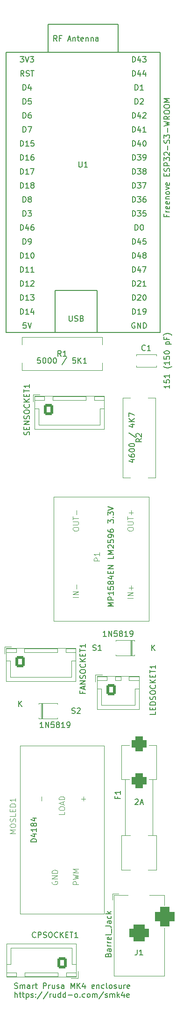
<source format=gto>
%TF.GenerationSoftware,KiCad,Pcbnew,7.0.11-2.fc39*%
%TF.CreationDate,2024-04-23T12:03:01+00:00*%
%TF.ProjectId,Smart Prusa MK4 enclosure,536d6172-7420-4507-9275-7361204d4b34,1.2*%
%TF.SameCoordinates,Original*%
%TF.FileFunction,Legend,Top*%
%TF.FilePolarity,Positive*%
%FSLAX46Y46*%
G04 Gerber Fmt 4.6, Leading zero omitted, Abs format (unit mm)*
G04 Created by KiCad (PCBNEW 7.0.11-2.fc39) date 2024-04-23 12:03:01*
%MOMM*%
%LPD*%
G01*
G04 APERTURE LIST*
G04 Aperture macros list*
%AMRoundRect*
0 Rectangle with rounded corners*
0 $1 Rounding radius*
0 $2 $3 $4 $5 $6 $7 $8 $9 X,Y pos of 4 corners*
0 Add a 4 corners polygon primitive as box body*
4,1,4,$2,$3,$4,$5,$6,$7,$8,$9,$2,$3,0*
0 Add four circle primitives for the rounded corners*
1,1,$1+$1,$2,$3*
1,1,$1+$1,$4,$5*
1,1,$1+$1,$6,$7*
1,1,$1+$1,$8,$9*
0 Add four rect primitives between the rounded corners*
20,1,$1+$1,$2,$3,$4,$5,0*
20,1,$1+$1,$4,$5,$6,$7,0*
20,1,$1+$1,$6,$7,$8,$9,0*
20,1,$1+$1,$8,$9,$2,$3,0*%
G04 Aperture macros list end*
%ADD10C,0.150000*%
%ADD11C,0.100000*%
%ADD12C,0.120000*%
%ADD13C,1.524000*%
%ADD14C,2.800000*%
%ADD15O,2.800000X2.800000*%
%ADD16RoundRect,0.250000X-0.600000X-0.725000X0.600000X-0.725000X0.600000X0.725000X-0.600000X0.725000X0*%
%ADD17O,1.700000X1.950000*%
%ADD18RoundRect,0.675000X-0.675000X0.675000X-0.675000X-0.675000X0.675000X-0.675000X0.675000X0.675000X0*%
%ADD19C,2.700000*%
%ADD20R,3.500000X3.500000*%
%ADD21RoundRect,0.750000X1.000000X-0.750000X1.000000X0.750000X-1.000000X0.750000X-1.000000X-0.750000X0*%
%ADD22RoundRect,0.875000X0.875000X-0.875000X0.875000X0.875000X-0.875000X0.875000X-0.875000X-0.875000X0*%
%ADD23O,2.000000X2.000000*%
%ADD24R,2.000000X2.000000*%
%ADD25RoundRect,0.250000X0.600000X0.725000X-0.600000X0.725000X-0.600000X-0.725000X0.600000X-0.725000X0*%
%ADD26RoundRect,0.250000X-0.600000X-0.750000X0.600000X-0.750000X0.600000X0.750000X-0.600000X0.750000X0*%
%ADD27O,1.700000X2.000000*%
%ADD28C,1.600000*%
G04 APERTURE END LIST*
D10*
X25689160Y-191252200D02*
X25832017Y-191299819D01*
X25832017Y-191299819D02*
X26070112Y-191299819D01*
X26070112Y-191299819D02*
X26165350Y-191252200D01*
X26165350Y-191252200D02*
X26212969Y-191204580D01*
X26212969Y-191204580D02*
X26260588Y-191109342D01*
X26260588Y-191109342D02*
X26260588Y-191014104D01*
X26260588Y-191014104D02*
X26212969Y-190918866D01*
X26212969Y-190918866D02*
X26165350Y-190871247D01*
X26165350Y-190871247D02*
X26070112Y-190823628D01*
X26070112Y-190823628D02*
X25879636Y-190776009D01*
X25879636Y-190776009D02*
X25784398Y-190728390D01*
X25784398Y-190728390D02*
X25736779Y-190680771D01*
X25736779Y-190680771D02*
X25689160Y-190585533D01*
X25689160Y-190585533D02*
X25689160Y-190490295D01*
X25689160Y-190490295D02*
X25736779Y-190395057D01*
X25736779Y-190395057D02*
X25784398Y-190347438D01*
X25784398Y-190347438D02*
X25879636Y-190299819D01*
X25879636Y-190299819D02*
X26117731Y-190299819D01*
X26117731Y-190299819D02*
X26260588Y-190347438D01*
X26689160Y-191299819D02*
X26689160Y-190633152D01*
X26689160Y-190728390D02*
X26736779Y-190680771D01*
X26736779Y-190680771D02*
X26832017Y-190633152D01*
X26832017Y-190633152D02*
X26974874Y-190633152D01*
X26974874Y-190633152D02*
X27070112Y-190680771D01*
X27070112Y-190680771D02*
X27117731Y-190776009D01*
X27117731Y-190776009D02*
X27117731Y-191299819D01*
X27117731Y-190776009D02*
X27165350Y-190680771D01*
X27165350Y-190680771D02*
X27260588Y-190633152D01*
X27260588Y-190633152D02*
X27403445Y-190633152D01*
X27403445Y-190633152D02*
X27498684Y-190680771D01*
X27498684Y-190680771D02*
X27546303Y-190776009D01*
X27546303Y-190776009D02*
X27546303Y-191299819D01*
X28451064Y-191299819D02*
X28451064Y-190776009D01*
X28451064Y-190776009D02*
X28403445Y-190680771D01*
X28403445Y-190680771D02*
X28308207Y-190633152D01*
X28308207Y-190633152D02*
X28117731Y-190633152D01*
X28117731Y-190633152D02*
X28022493Y-190680771D01*
X28451064Y-191252200D02*
X28355826Y-191299819D01*
X28355826Y-191299819D02*
X28117731Y-191299819D01*
X28117731Y-191299819D02*
X28022493Y-191252200D01*
X28022493Y-191252200D02*
X27974874Y-191156961D01*
X27974874Y-191156961D02*
X27974874Y-191061723D01*
X27974874Y-191061723D02*
X28022493Y-190966485D01*
X28022493Y-190966485D02*
X28117731Y-190918866D01*
X28117731Y-190918866D02*
X28355826Y-190918866D01*
X28355826Y-190918866D02*
X28451064Y-190871247D01*
X28927255Y-191299819D02*
X28927255Y-190633152D01*
X28927255Y-190823628D02*
X28974874Y-190728390D01*
X28974874Y-190728390D02*
X29022493Y-190680771D01*
X29022493Y-190680771D02*
X29117731Y-190633152D01*
X29117731Y-190633152D02*
X29212969Y-190633152D01*
X29403446Y-190633152D02*
X29784398Y-190633152D01*
X29546303Y-190299819D02*
X29546303Y-191156961D01*
X29546303Y-191156961D02*
X29593922Y-191252200D01*
X29593922Y-191252200D02*
X29689160Y-191299819D01*
X29689160Y-191299819D02*
X29784398Y-191299819D01*
X30879637Y-191299819D02*
X30879637Y-190299819D01*
X30879637Y-190299819D02*
X31260589Y-190299819D01*
X31260589Y-190299819D02*
X31355827Y-190347438D01*
X31355827Y-190347438D02*
X31403446Y-190395057D01*
X31403446Y-190395057D02*
X31451065Y-190490295D01*
X31451065Y-190490295D02*
X31451065Y-190633152D01*
X31451065Y-190633152D02*
X31403446Y-190728390D01*
X31403446Y-190728390D02*
X31355827Y-190776009D01*
X31355827Y-190776009D02*
X31260589Y-190823628D01*
X31260589Y-190823628D02*
X30879637Y-190823628D01*
X31879637Y-191299819D02*
X31879637Y-190633152D01*
X31879637Y-190823628D02*
X31927256Y-190728390D01*
X31927256Y-190728390D02*
X31974875Y-190680771D01*
X31974875Y-190680771D02*
X32070113Y-190633152D01*
X32070113Y-190633152D02*
X32165351Y-190633152D01*
X32927256Y-190633152D02*
X32927256Y-191299819D01*
X32498685Y-190633152D02*
X32498685Y-191156961D01*
X32498685Y-191156961D02*
X32546304Y-191252200D01*
X32546304Y-191252200D02*
X32641542Y-191299819D01*
X32641542Y-191299819D02*
X32784399Y-191299819D01*
X32784399Y-191299819D02*
X32879637Y-191252200D01*
X32879637Y-191252200D02*
X32927256Y-191204580D01*
X33355828Y-191252200D02*
X33451066Y-191299819D01*
X33451066Y-191299819D02*
X33641542Y-191299819D01*
X33641542Y-191299819D02*
X33736780Y-191252200D01*
X33736780Y-191252200D02*
X33784399Y-191156961D01*
X33784399Y-191156961D02*
X33784399Y-191109342D01*
X33784399Y-191109342D02*
X33736780Y-191014104D01*
X33736780Y-191014104D02*
X33641542Y-190966485D01*
X33641542Y-190966485D02*
X33498685Y-190966485D01*
X33498685Y-190966485D02*
X33403447Y-190918866D01*
X33403447Y-190918866D02*
X33355828Y-190823628D01*
X33355828Y-190823628D02*
X33355828Y-190776009D01*
X33355828Y-190776009D02*
X33403447Y-190680771D01*
X33403447Y-190680771D02*
X33498685Y-190633152D01*
X33498685Y-190633152D02*
X33641542Y-190633152D01*
X33641542Y-190633152D02*
X33736780Y-190680771D01*
X34641542Y-191299819D02*
X34641542Y-190776009D01*
X34641542Y-190776009D02*
X34593923Y-190680771D01*
X34593923Y-190680771D02*
X34498685Y-190633152D01*
X34498685Y-190633152D02*
X34308209Y-190633152D01*
X34308209Y-190633152D02*
X34212971Y-190680771D01*
X34641542Y-191252200D02*
X34546304Y-191299819D01*
X34546304Y-191299819D02*
X34308209Y-191299819D01*
X34308209Y-191299819D02*
X34212971Y-191252200D01*
X34212971Y-191252200D02*
X34165352Y-191156961D01*
X34165352Y-191156961D02*
X34165352Y-191061723D01*
X34165352Y-191061723D02*
X34212971Y-190966485D01*
X34212971Y-190966485D02*
X34308209Y-190918866D01*
X34308209Y-190918866D02*
X34546304Y-190918866D01*
X34546304Y-190918866D02*
X34641542Y-190871247D01*
X35879638Y-191299819D02*
X35879638Y-190299819D01*
X35879638Y-190299819D02*
X36212971Y-191014104D01*
X36212971Y-191014104D02*
X36546304Y-190299819D01*
X36546304Y-190299819D02*
X36546304Y-191299819D01*
X37022495Y-191299819D02*
X37022495Y-190299819D01*
X37593923Y-191299819D02*
X37165352Y-190728390D01*
X37593923Y-190299819D02*
X37022495Y-190871247D01*
X38451066Y-190633152D02*
X38451066Y-191299819D01*
X38212971Y-190252200D02*
X37974876Y-190966485D01*
X37974876Y-190966485D02*
X38593923Y-190966485D01*
X40117733Y-191252200D02*
X40022495Y-191299819D01*
X40022495Y-191299819D02*
X39832019Y-191299819D01*
X39832019Y-191299819D02*
X39736781Y-191252200D01*
X39736781Y-191252200D02*
X39689162Y-191156961D01*
X39689162Y-191156961D02*
X39689162Y-190776009D01*
X39689162Y-190776009D02*
X39736781Y-190680771D01*
X39736781Y-190680771D02*
X39832019Y-190633152D01*
X39832019Y-190633152D02*
X40022495Y-190633152D01*
X40022495Y-190633152D02*
X40117733Y-190680771D01*
X40117733Y-190680771D02*
X40165352Y-190776009D01*
X40165352Y-190776009D02*
X40165352Y-190871247D01*
X40165352Y-190871247D02*
X39689162Y-190966485D01*
X40593924Y-190633152D02*
X40593924Y-191299819D01*
X40593924Y-190728390D02*
X40641543Y-190680771D01*
X40641543Y-190680771D02*
X40736781Y-190633152D01*
X40736781Y-190633152D02*
X40879638Y-190633152D01*
X40879638Y-190633152D02*
X40974876Y-190680771D01*
X40974876Y-190680771D02*
X41022495Y-190776009D01*
X41022495Y-190776009D02*
X41022495Y-191299819D01*
X41927257Y-191252200D02*
X41832019Y-191299819D01*
X41832019Y-191299819D02*
X41641543Y-191299819D01*
X41641543Y-191299819D02*
X41546305Y-191252200D01*
X41546305Y-191252200D02*
X41498686Y-191204580D01*
X41498686Y-191204580D02*
X41451067Y-191109342D01*
X41451067Y-191109342D02*
X41451067Y-190823628D01*
X41451067Y-190823628D02*
X41498686Y-190728390D01*
X41498686Y-190728390D02*
X41546305Y-190680771D01*
X41546305Y-190680771D02*
X41641543Y-190633152D01*
X41641543Y-190633152D02*
X41832019Y-190633152D01*
X41832019Y-190633152D02*
X41927257Y-190680771D01*
X42498686Y-191299819D02*
X42403448Y-191252200D01*
X42403448Y-191252200D02*
X42355829Y-191156961D01*
X42355829Y-191156961D02*
X42355829Y-190299819D01*
X43022496Y-191299819D02*
X42927258Y-191252200D01*
X42927258Y-191252200D02*
X42879639Y-191204580D01*
X42879639Y-191204580D02*
X42832020Y-191109342D01*
X42832020Y-191109342D02*
X42832020Y-190823628D01*
X42832020Y-190823628D02*
X42879639Y-190728390D01*
X42879639Y-190728390D02*
X42927258Y-190680771D01*
X42927258Y-190680771D02*
X43022496Y-190633152D01*
X43022496Y-190633152D02*
X43165353Y-190633152D01*
X43165353Y-190633152D02*
X43260591Y-190680771D01*
X43260591Y-190680771D02*
X43308210Y-190728390D01*
X43308210Y-190728390D02*
X43355829Y-190823628D01*
X43355829Y-190823628D02*
X43355829Y-191109342D01*
X43355829Y-191109342D02*
X43308210Y-191204580D01*
X43308210Y-191204580D02*
X43260591Y-191252200D01*
X43260591Y-191252200D02*
X43165353Y-191299819D01*
X43165353Y-191299819D02*
X43022496Y-191299819D01*
X43736782Y-191252200D02*
X43832020Y-191299819D01*
X43832020Y-191299819D02*
X44022496Y-191299819D01*
X44022496Y-191299819D02*
X44117734Y-191252200D01*
X44117734Y-191252200D02*
X44165353Y-191156961D01*
X44165353Y-191156961D02*
X44165353Y-191109342D01*
X44165353Y-191109342D02*
X44117734Y-191014104D01*
X44117734Y-191014104D02*
X44022496Y-190966485D01*
X44022496Y-190966485D02*
X43879639Y-190966485D01*
X43879639Y-190966485D02*
X43784401Y-190918866D01*
X43784401Y-190918866D02*
X43736782Y-190823628D01*
X43736782Y-190823628D02*
X43736782Y-190776009D01*
X43736782Y-190776009D02*
X43784401Y-190680771D01*
X43784401Y-190680771D02*
X43879639Y-190633152D01*
X43879639Y-190633152D02*
X44022496Y-190633152D01*
X44022496Y-190633152D02*
X44117734Y-190680771D01*
X45022496Y-190633152D02*
X45022496Y-191299819D01*
X44593925Y-190633152D02*
X44593925Y-191156961D01*
X44593925Y-191156961D02*
X44641544Y-191252200D01*
X44641544Y-191252200D02*
X44736782Y-191299819D01*
X44736782Y-191299819D02*
X44879639Y-191299819D01*
X44879639Y-191299819D02*
X44974877Y-191252200D01*
X44974877Y-191252200D02*
X45022496Y-191204580D01*
X45498687Y-191299819D02*
X45498687Y-190633152D01*
X45498687Y-190823628D02*
X45546306Y-190728390D01*
X45546306Y-190728390D02*
X45593925Y-190680771D01*
X45593925Y-190680771D02*
X45689163Y-190633152D01*
X45689163Y-190633152D02*
X45784401Y-190633152D01*
X46498687Y-191252200D02*
X46403449Y-191299819D01*
X46403449Y-191299819D02*
X46212973Y-191299819D01*
X46212973Y-191299819D02*
X46117735Y-191252200D01*
X46117735Y-191252200D02*
X46070116Y-191156961D01*
X46070116Y-191156961D02*
X46070116Y-190776009D01*
X46070116Y-190776009D02*
X46117735Y-190680771D01*
X46117735Y-190680771D02*
X46212973Y-190633152D01*
X46212973Y-190633152D02*
X46403449Y-190633152D01*
X46403449Y-190633152D02*
X46498687Y-190680771D01*
X46498687Y-190680771D02*
X46546306Y-190776009D01*
X46546306Y-190776009D02*
X46546306Y-190871247D01*
X46546306Y-190871247D02*
X46070116Y-190966485D01*
X25736779Y-192909819D02*
X25736779Y-191909819D01*
X26165350Y-192909819D02*
X26165350Y-192386009D01*
X26165350Y-192386009D02*
X26117731Y-192290771D01*
X26117731Y-192290771D02*
X26022493Y-192243152D01*
X26022493Y-192243152D02*
X25879636Y-192243152D01*
X25879636Y-192243152D02*
X25784398Y-192290771D01*
X25784398Y-192290771D02*
X25736779Y-192338390D01*
X26498684Y-192243152D02*
X26879636Y-192243152D01*
X26641541Y-191909819D02*
X26641541Y-192766961D01*
X26641541Y-192766961D02*
X26689160Y-192862200D01*
X26689160Y-192862200D02*
X26784398Y-192909819D01*
X26784398Y-192909819D02*
X26879636Y-192909819D01*
X27070113Y-192243152D02*
X27451065Y-192243152D01*
X27212970Y-191909819D02*
X27212970Y-192766961D01*
X27212970Y-192766961D02*
X27260589Y-192862200D01*
X27260589Y-192862200D02*
X27355827Y-192909819D01*
X27355827Y-192909819D02*
X27451065Y-192909819D01*
X27784399Y-192243152D02*
X27784399Y-193243152D01*
X27784399Y-192290771D02*
X27879637Y-192243152D01*
X27879637Y-192243152D02*
X28070113Y-192243152D01*
X28070113Y-192243152D02*
X28165351Y-192290771D01*
X28165351Y-192290771D02*
X28212970Y-192338390D01*
X28212970Y-192338390D02*
X28260589Y-192433628D01*
X28260589Y-192433628D02*
X28260589Y-192719342D01*
X28260589Y-192719342D02*
X28212970Y-192814580D01*
X28212970Y-192814580D02*
X28165351Y-192862200D01*
X28165351Y-192862200D02*
X28070113Y-192909819D01*
X28070113Y-192909819D02*
X27879637Y-192909819D01*
X27879637Y-192909819D02*
X27784399Y-192862200D01*
X28641542Y-192862200D02*
X28736780Y-192909819D01*
X28736780Y-192909819D02*
X28927256Y-192909819D01*
X28927256Y-192909819D02*
X29022494Y-192862200D01*
X29022494Y-192862200D02*
X29070113Y-192766961D01*
X29070113Y-192766961D02*
X29070113Y-192719342D01*
X29070113Y-192719342D02*
X29022494Y-192624104D01*
X29022494Y-192624104D02*
X28927256Y-192576485D01*
X28927256Y-192576485D02*
X28784399Y-192576485D01*
X28784399Y-192576485D02*
X28689161Y-192528866D01*
X28689161Y-192528866D02*
X28641542Y-192433628D01*
X28641542Y-192433628D02*
X28641542Y-192386009D01*
X28641542Y-192386009D02*
X28689161Y-192290771D01*
X28689161Y-192290771D02*
X28784399Y-192243152D01*
X28784399Y-192243152D02*
X28927256Y-192243152D01*
X28927256Y-192243152D02*
X29022494Y-192290771D01*
X29498685Y-192814580D02*
X29546304Y-192862200D01*
X29546304Y-192862200D02*
X29498685Y-192909819D01*
X29498685Y-192909819D02*
X29451066Y-192862200D01*
X29451066Y-192862200D02*
X29498685Y-192814580D01*
X29498685Y-192814580D02*
X29498685Y-192909819D01*
X29498685Y-192290771D02*
X29546304Y-192338390D01*
X29546304Y-192338390D02*
X29498685Y-192386009D01*
X29498685Y-192386009D02*
X29451066Y-192338390D01*
X29451066Y-192338390D02*
X29498685Y-192290771D01*
X29498685Y-192290771D02*
X29498685Y-192386009D01*
X30689160Y-191862200D02*
X29832018Y-193147914D01*
X31736779Y-191862200D02*
X30879637Y-193147914D01*
X32070113Y-192909819D02*
X32070113Y-192243152D01*
X32070113Y-192433628D02*
X32117732Y-192338390D01*
X32117732Y-192338390D02*
X32165351Y-192290771D01*
X32165351Y-192290771D02*
X32260589Y-192243152D01*
X32260589Y-192243152D02*
X32355827Y-192243152D01*
X33117732Y-192243152D02*
X33117732Y-192909819D01*
X32689161Y-192243152D02*
X32689161Y-192766961D01*
X32689161Y-192766961D02*
X32736780Y-192862200D01*
X32736780Y-192862200D02*
X32832018Y-192909819D01*
X32832018Y-192909819D02*
X32974875Y-192909819D01*
X32974875Y-192909819D02*
X33070113Y-192862200D01*
X33070113Y-192862200D02*
X33117732Y-192814580D01*
X34022494Y-192909819D02*
X34022494Y-191909819D01*
X34022494Y-192862200D02*
X33927256Y-192909819D01*
X33927256Y-192909819D02*
X33736780Y-192909819D01*
X33736780Y-192909819D02*
X33641542Y-192862200D01*
X33641542Y-192862200D02*
X33593923Y-192814580D01*
X33593923Y-192814580D02*
X33546304Y-192719342D01*
X33546304Y-192719342D02*
X33546304Y-192433628D01*
X33546304Y-192433628D02*
X33593923Y-192338390D01*
X33593923Y-192338390D02*
X33641542Y-192290771D01*
X33641542Y-192290771D02*
X33736780Y-192243152D01*
X33736780Y-192243152D02*
X33927256Y-192243152D01*
X33927256Y-192243152D02*
X34022494Y-192290771D01*
X34927256Y-192909819D02*
X34927256Y-191909819D01*
X34927256Y-192862200D02*
X34832018Y-192909819D01*
X34832018Y-192909819D02*
X34641542Y-192909819D01*
X34641542Y-192909819D02*
X34546304Y-192862200D01*
X34546304Y-192862200D02*
X34498685Y-192814580D01*
X34498685Y-192814580D02*
X34451066Y-192719342D01*
X34451066Y-192719342D02*
X34451066Y-192433628D01*
X34451066Y-192433628D02*
X34498685Y-192338390D01*
X34498685Y-192338390D02*
X34546304Y-192290771D01*
X34546304Y-192290771D02*
X34641542Y-192243152D01*
X34641542Y-192243152D02*
X34832018Y-192243152D01*
X34832018Y-192243152D02*
X34927256Y-192290771D01*
X35403447Y-192528866D02*
X36165352Y-192528866D01*
X36784399Y-192909819D02*
X36689161Y-192862200D01*
X36689161Y-192862200D02*
X36641542Y-192814580D01*
X36641542Y-192814580D02*
X36593923Y-192719342D01*
X36593923Y-192719342D02*
X36593923Y-192433628D01*
X36593923Y-192433628D02*
X36641542Y-192338390D01*
X36641542Y-192338390D02*
X36689161Y-192290771D01*
X36689161Y-192290771D02*
X36784399Y-192243152D01*
X36784399Y-192243152D02*
X36927256Y-192243152D01*
X36927256Y-192243152D02*
X37022494Y-192290771D01*
X37022494Y-192290771D02*
X37070113Y-192338390D01*
X37070113Y-192338390D02*
X37117732Y-192433628D01*
X37117732Y-192433628D02*
X37117732Y-192719342D01*
X37117732Y-192719342D02*
X37070113Y-192814580D01*
X37070113Y-192814580D02*
X37022494Y-192862200D01*
X37022494Y-192862200D02*
X36927256Y-192909819D01*
X36927256Y-192909819D02*
X36784399Y-192909819D01*
X37546304Y-192814580D02*
X37593923Y-192862200D01*
X37593923Y-192862200D02*
X37546304Y-192909819D01*
X37546304Y-192909819D02*
X37498685Y-192862200D01*
X37498685Y-192862200D02*
X37546304Y-192814580D01*
X37546304Y-192814580D02*
X37546304Y-192909819D01*
X38451065Y-192862200D02*
X38355827Y-192909819D01*
X38355827Y-192909819D02*
X38165351Y-192909819D01*
X38165351Y-192909819D02*
X38070113Y-192862200D01*
X38070113Y-192862200D02*
X38022494Y-192814580D01*
X38022494Y-192814580D02*
X37974875Y-192719342D01*
X37974875Y-192719342D02*
X37974875Y-192433628D01*
X37974875Y-192433628D02*
X38022494Y-192338390D01*
X38022494Y-192338390D02*
X38070113Y-192290771D01*
X38070113Y-192290771D02*
X38165351Y-192243152D01*
X38165351Y-192243152D02*
X38355827Y-192243152D01*
X38355827Y-192243152D02*
X38451065Y-192290771D01*
X39022494Y-192909819D02*
X38927256Y-192862200D01*
X38927256Y-192862200D02*
X38879637Y-192814580D01*
X38879637Y-192814580D02*
X38832018Y-192719342D01*
X38832018Y-192719342D02*
X38832018Y-192433628D01*
X38832018Y-192433628D02*
X38879637Y-192338390D01*
X38879637Y-192338390D02*
X38927256Y-192290771D01*
X38927256Y-192290771D02*
X39022494Y-192243152D01*
X39022494Y-192243152D02*
X39165351Y-192243152D01*
X39165351Y-192243152D02*
X39260589Y-192290771D01*
X39260589Y-192290771D02*
X39308208Y-192338390D01*
X39308208Y-192338390D02*
X39355827Y-192433628D01*
X39355827Y-192433628D02*
X39355827Y-192719342D01*
X39355827Y-192719342D02*
X39308208Y-192814580D01*
X39308208Y-192814580D02*
X39260589Y-192862200D01*
X39260589Y-192862200D02*
X39165351Y-192909819D01*
X39165351Y-192909819D02*
X39022494Y-192909819D01*
X39784399Y-192909819D02*
X39784399Y-192243152D01*
X39784399Y-192338390D02*
X39832018Y-192290771D01*
X39832018Y-192290771D02*
X39927256Y-192243152D01*
X39927256Y-192243152D02*
X40070113Y-192243152D01*
X40070113Y-192243152D02*
X40165351Y-192290771D01*
X40165351Y-192290771D02*
X40212970Y-192386009D01*
X40212970Y-192386009D02*
X40212970Y-192909819D01*
X40212970Y-192386009D02*
X40260589Y-192290771D01*
X40260589Y-192290771D02*
X40355827Y-192243152D01*
X40355827Y-192243152D02*
X40498684Y-192243152D01*
X40498684Y-192243152D02*
X40593923Y-192290771D01*
X40593923Y-192290771D02*
X40641542Y-192386009D01*
X40641542Y-192386009D02*
X40641542Y-192909819D01*
X41832017Y-191862200D02*
X40974875Y-193147914D01*
X42117732Y-192862200D02*
X42212970Y-192909819D01*
X42212970Y-192909819D02*
X42403446Y-192909819D01*
X42403446Y-192909819D02*
X42498684Y-192862200D01*
X42498684Y-192862200D02*
X42546303Y-192766961D01*
X42546303Y-192766961D02*
X42546303Y-192719342D01*
X42546303Y-192719342D02*
X42498684Y-192624104D01*
X42498684Y-192624104D02*
X42403446Y-192576485D01*
X42403446Y-192576485D02*
X42260589Y-192576485D01*
X42260589Y-192576485D02*
X42165351Y-192528866D01*
X42165351Y-192528866D02*
X42117732Y-192433628D01*
X42117732Y-192433628D02*
X42117732Y-192386009D01*
X42117732Y-192386009D02*
X42165351Y-192290771D01*
X42165351Y-192290771D02*
X42260589Y-192243152D01*
X42260589Y-192243152D02*
X42403446Y-192243152D01*
X42403446Y-192243152D02*
X42498684Y-192290771D01*
X42974875Y-192909819D02*
X42974875Y-192243152D01*
X42974875Y-192338390D02*
X43022494Y-192290771D01*
X43022494Y-192290771D02*
X43117732Y-192243152D01*
X43117732Y-192243152D02*
X43260589Y-192243152D01*
X43260589Y-192243152D02*
X43355827Y-192290771D01*
X43355827Y-192290771D02*
X43403446Y-192386009D01*
X43403446Y-192386009D02*
X43403446Y-192909819D01*
X43403446Y-192386009D02*
X43451065Y-192290771D01*
X43451065Y-192290771D02*
X43546303Y-192243152D01*
X43546303Y-192243152D02*
X43689160Y-192243152D01*
X43689160Y-192243152D02*
X43784399Y-192290771D01*
X43784399Y-192290771D02*
X43832018Y-192386009D01*
X43832018Y-192386009D02*
X43832018Y-192909819D01*
X44308208Y-192909819D02*
X44308208Y-191909819D01*
X44403446Y-192528866D02*
X44689160Y-192909819D01*
X44689160Y-192243152D02*
X44308208Y-192624104D01*
X45546303Y-192243152D02*
X45546303Y-192909819D01*
X45308208Y-191862200D02*
X45070113Y-192576485D01*
X45070113Y-192576485D02*
X45689160Y-192576485D01*
X46451065Y-192862200D02*
X46355827Y-192909819D01*
X46355827Y-192909819D02*
X46165351Y-192909819D01*
X46165351Y-192909819D02*
X46070113Y-192862200D01*
X46070113Y-192862200D02*
X46022494Y-192766961D01*
X46022494Y-192766961D02*
X46022494Y-192386009D01*
X46022494Y-192386009D02*
X46070113Y-192290771D01*
X46070113Y-192290771D02*
X46165351Y-192243152D01*
X46165351Y-192243152D02*
X46355827Y-192243152D01*
X46355827Y-192243152D02*
X46451065Y-192290771D01*
X46451065Y-192290771D02*
X46498684Y-192386009D01*
X46498684Y-192386009D02*
X46498684Y-192481247D01*
X46498684Y-192481247D02*
X46022494Y-192576485D01*
X48714819Y-91606666D02*
X48238628Y-91939999D01*
X48714819Y-92178094D02*
X47714819Y-92178094D01*
X47714819Y-92178094D02*
X47714819Y-91797142D01*
X47714819Y-91797142D02*
X47762438Y-91701904D01*
X47762438Y-91701904D02*
X47810057Y-91654285D01*
X47810057Y-91654285D02*
X47905295Y-91606666D01*
X47905295Y-91606666D02*
X48048152Y-91606666D01*
X48048152Y-91606666D02*
X48143390Y-91654285D01*
X48143390Y-91654285D02*
X48191009Y-91701904D01*
X48191009Y-91701904D02*
X48238628Y-91797142D01*
X48238628Y-91797142D02*
X48238628Y-92178094D01*
X47810057Y-91225713D02*
X47762438Y-91178094D01*
X47762438Y-91178094D02*
X47714819Y-91082856D01*
X47714819Y-91082856D02*
X47714819Y-90844761D01*
X47714819Y-90844761D02*
X47762438Y-90749523D01*
X47762438Y-90749523D02*
X47810057Y-90701904D01*
X47810057Y-90701904D02*
X47905295Y-90654285D01*
X47905295Y-90654285D02*
X48000533Y-90654285D01*
X48000533Y-90654285D02*
X48143390Y-90701904D01*
X48143390Y-90701904D02*
X48714819Y-91273332D01*
X48714819Y-91273332D02*
X48714819Y-90654285D01*
X46778152Y-95416190D02*
X47444819Y-95416190D01*
X46397200Y-95654285D02*
X47111485Y-95892380D01*
X47111485Y-95892380D02*
X47111485Y-95273333D01*
X46444819Y-94463809D02*
X46444819Y-94654285D01*
X46444819Y-94654285D02*
X46492438Y-94749523D01*
X46492438Y-94749523D02*
X46540057Y-94797142D01*
X46540057Y-94797142D02*
X46682914Y-94892380D01*
X46682914Y-94892380D02*
X46873390Y-94939999D01*
X46873390Y-94939999D02*
X47254342Y-94939999D01*
X47254342Y-94939999D02*
X47349580Y-94892380D01*
X47349580Y-94892380D02*
X47397200Y-94844761D01*
X47397200Y-94844761D02*
X47444819Y-94749523D01*
X47444819Y-94749523D02*
X47444819Y-94559047D01*
X47444819Y-94559047D02*
X47397200Y-94463809D01*
X47397200Y-94463809D02*
X47349580Y-94416190D01*
X47349580Y-94416190D02*
X47254342Y-94368571D01*
X47254342Y-94368571D02*
X47016247Y-94368571D01*
X47016247Y-94368571D02*
X46921009Y-94416190D01*
X46921009Y-94416190D02*
X46873390Y-94463809D01*
X46873390Y-94463809D02*
X46825771Y-94559047D01*
X46825771Y-94559047D02*
X46825771Y-94749523D01*
X46825771Y-94749523D02*
X46873390Y-94844761D01*
X46873390Y-94844761D02*
X46921009Y-94892380D01*
X46921009Y-94892380D02*
X47016247Y-94939999D01*
X46444819Y-93749523D02*
X46444819Y-93654285D01*
X46444819Y-93654285D02*
X46492438Y-93559047D01*
X46492438Y-93559047D02*
X46540057Y-93511428D01*
X46540057Y-93511428D02*
X46635295Y-93463809D01*
X46635295Y-93463809D02*
X46825771Y-93416190D01*
X46825771Y-93416190D02*
X47063866Y-93416190D01*
X47063866Y-93416190D02*
X47254342Y-93463809D01*
X47254342Y-93463809D02*
X47349580Y-93511428D01*
X47349580Y-93511428D02*
X47397200Y-93559047D01*
X47397200Y-93559047D02*
X47444819Y-93654285D01*
X47444819Y-93654285D02*
X47444819Y-93749523D01*
X47444819Y-93749523D02*
X47397200Y-93844761D01*
X47397200Y-93844761D02*
X47349580Y-93892380D01*
X47349580Y-93892380D02*
X47254342Y-93939999D01*
X47254342Y-93939999D02*
X47063866Y-93987618D01*
X47063866Y-93987618D02*
X46825771Y-93987618D01*
X46825771Y-93987618D02*
X46635295Y-93939999D01*
X46635295Y-93939999D02*
X46540057Y-93892380D01*
X46540057Y-93892380D02*
X46492438Y-93844761D01*
X46492438Y-93844761D02*
X46444819Y-93749523D01*
X46444819Y-92797142D02*
X46444819Y-92701904D01*
X46444819Y-92701904D02*
X46492438Y-92606666D01*
X46492438Y-92606666D02*
X46540057Y-92559047D01*
X46540057Y-92559047D02*
X46635295Y-92511428D01*
X46635295Y-92511428D02*
X46825771Y-92463809D01*
X46825771Y-92463809D02*
X47063866Y-92463809D01*
X47063866Y-92463809D02*
X47254342Y-92511428D01*
X47254342Y-92511428D02*
X47349580Y-92559047D01*
X47349580Y-92559047D02*
X47397200Y-92606666D01*
X47397200Y-92606666D02*
X47444819Y-92701904D01*
X47444819Y-92701904D02*
X47444819Y-92797142D01*
X47444819Y-92797142D02*
X47397200Y-92892380D01*
X47397200Y-92892380D02*
X47349580Y-92939999D01*
X47349580Y-92939999D02*
X47254342Y-92987618D01*
X47254342Y-92987618D02*
X47063866Y-93035237D01*
X47063866Y-93035237D02*
X46825771Y-93035237D01*
X46825771Y-93035237D02*
X46635295Y-92987618D01*
X46635295Y-92987618D02*
X46540057Y-92939999D01*
X46540057Y-92939999D02*
X46492438Y-92892380D01*
X46492438Y-92892380D02*
X46444819Y-92797142D01*
X46397200Y-90559047D02*
X47682914Y-91416189D01*
X46778152Y-89035237D02*
X47444819Y-89035237D01*
X46397200Y-89273332D02*
X47111485Y-89511427D01*
X47111485Y-89511427D02*
X47111485Y-88892380D01*
X47444819Y-88511427D02*
X46444819Y-88511427D01*
X47444819Y-87939999D02*
X46873390Y-88368570D01*
X46444819Y-87939999D02*
X47016247Y-88511427D01*
X46444819Y-87606665D02*
X46444819Y-86939999D01*
X46444819Y-86939999D02*
X47444819Y-87368570D01*
X28347200Y-90931428D02*
X28394819Y-90788571D01*
X28394819Y-90788571D02*
X28394819Y-90550476D01*
X28394819Y-90550476D02*
X28347200Y-90455238D01*
X28347200Y-90455238D02*
X28299580Y-90407619D01*
X28299580Y-90407619D02*
X28204342Y-90360000D01*
X28204342Y-90360000D02*
X28109104Y-90360000D01*
X28109104Y-90360000D02*
X28013866Y-90407619D01*
X28013866Y-90407619D02*
X27966247Y-90455238D01*
X27966247Y-90455238D02*
X27918628Y-90550476D01*
X27918628Y-90550476D02*
X27871009Y-90740952D01*
X27871009Y-90740952D02*
X27823390Y-90836190D01*
X27823390Y-90836190D02*
X27775771Y-90883809D01*
X27775771Y-90883809D02*
X27680533Y-90931428D01*
X27680533Y-90931428D02*
X27585295Y-90931428D01*
X27585295Y-90931428D02*
X27490057Y-90883809D01*
X27490057Y-90883809D02*
X27442438Y-90836190D01*
X27442438Y-90836190D02*
X27394819Y-90740952D01*
X27394819Y-90740952D02*
X27394819Y-90502857D01*
X27394819Y-90502857D02*
X27442438Y-90360000D01*
X27871009Y-89931428D02*
X27871009Y-89598095D01*
X28394819Y-89455238D02*
X28394819Y-89931428D01*
X28394819Y-89931428D02*
X27394819Y-89931428D01*
X27394819Y-89931428D02*
X27394819Y-89455238D01*
X28394819Y-89026666D02*
X27394819Y-89026666D01*
X27394819Y-89026666D02*
X28394819Y-88455238D01*
X28394819Y-88455238D02*
X27394819Y-88455238D01*
X28347200Y-88026666D02*
X28394819Y-87883809D01*
X28394819Y-87883809D02*
X28394819Y-87645714D01*
X28394819Y-87645714D02*
X28347200Y-87550476D01*
X28347200Y-87550476D02*
X28299580Y-87502857D01*
X28299580Y-87502857D02*
X28204342Y-87455238D01*
X28204342Y-87455238D02*
X28109104Y-87455238D01*
X28109104Y-87455238D02*
X28013866Y-87502857D01*
X28013866Y-87502857D02*
X27966247Y-87550476D01*
X27966247Y-87550476D02*
X27918628Y-87645714D01*
X27918628Y-87645714D02*
X27871009Y-87836190D01*
X27871009Y-87836190D02*
X27823390Y-87931428D01*
X27823390Y-87931428D02*
X27775771Y-87979047D01*
X27775771Y-87979047D02*
X27680533Y-88026666D01*
X27680533Y-88026666D02*
X27585295Y-88026666D01*
X27585295Y-88026666D02*
X27490057Y-87979047D01*
X27490057Y-87979047D02*
X27442438Y-87931428D01*
X27442438Y-87931428D02*
X27394819Y-87836190D01*
X27394819Y-87836190D02*
X27394819Y-87598095D01*
X27394819Y-87598095D02*
X27442438Y-87455238D01*
X27394819Y-86836190D02*
X27394819Y-86645714D01*
X27394819Y-86645714D02*
X27442438Y-86550476D01*
X27442438Y-86550476D02*
X27537676Y-86455238D01*
X27537676Y-86455238D02*
X27728152Y-86407619D01*
X27728152Y-86407619D02*
X28061485Y-86407619D01*
X28061485Y-86407619D02*
X28251961Y-86455238D01*
X28251961Y-86455238D02*
X28347200Y-86550476D01*
X28347200Y-86550476D02*
X28394819Y-86645714D01*
X28394819Y-86645714D02*
X28394819Y-86836190D01*
X28394819Y-86836190D02*
X28347200Y-86931428D01*
X28347200Y-86931428D02*
X28251961Y-87026666D01*
X28251961Y-87026666D02*
X28061485Y-87074285D01*
X28061485Y-87074285D02*
X27728152Y-87074285D01*
X27728152Y-87074285D02*
X27537676Y-87026666D01*
X27537676Y-87026666D02*
X27442438Y-86931428D01*
X27442438Y-86931428D02*
X27394819Y-86836190D01*
X28299580Y-85407619D02*
X28347200Y-85455238D01*
X28347200Y-85455238D02*
X28394819Y-85598095D01*
X28394819Y-85598095D02*
X28394819Y-85693333D01*
X28394819Y-85693333D02*
X28347200Y-85836190D01*
X28347200Y-85836190D02*
X28251961Y-85931428D01*
X28251961Y-85931428D02*
X28156723Y-85979047D01*
X28156723Y-85979047D02*
X27966247Y-86026666D01*
X27966247Y-86026666D02*
X27823390Y-86026666D01*
X27823390Y-86026666D02*
X27632914Y-85979047D01*
X27632914Y-85979047D02*
X27537676Y-85931428D01*
X27537676Y-85931428D02*
X27442438Y-85836190D01*
X27442438Y-85836190D02*
X27394819Y-85693333D01*
X27394819Y-85693333D02*
X27394819Y-85598095D01*
X27394819Y-85598095D02*
X27442438Y-85455238D01*
X27442438Y-85455238D02*
X27490057Y-85407619D01*
X28394819Y-84979047D02*
X27394819Y-84979047D01*
X28394819Y-84407619D02*
X27823390Y-84836190D01*
X27394819Y-84407619D02*
X27966247Y-84979047D01*
X27871009Y-83979047D02*
X27871009Y-83645714D01*
X28394819Y-83502857D02*
X28394819Y-83979047D01*
X28394819Y-83979047D02*
X27394819Y-83979047D01*
X27394819Y-83979047D02*
X27394819Y-83502857D01*
X27394819Y-83217142D02*
X27394819Y-82645714D01*
X28394819Y-82931428D02*
X27394819Y-82931428D01*
X28394819Y-81788571D02*
X28394819Y-82359999D01*
X28394819Y-82074285D02*
X27394819Y-82074285D01*
X27394819Y-82074285D02*
X27537676Y-82169523D01*
X27537676Y-82169523D02*
X27632914Y-82264761D01*
X27632914Y-82264761D02*
X27680533Y-82359999D01*
X44381009Y-156543333D02*
X44381009Y-156876666D01*
X44904819Y-156876666D02*
X43904819Y-156876666D01*
X43904819Y-156876666D02*
X43904819Y-156400476D01*
X44904819Y-155495714D02*
X44904819Y-156067142D01*
X44904819Y-155781428D02*
X43904819Y-155781428D01*
X43904819Y-155781428D02*
X44047676Y-155876666D01*
X44047676Y-155876666D02*
X44142914Y-155971904D01*
X44142914Y-155971904D02*
X44190533Y-156067142D01*
X47545714Y-157030057D02*
X47593333Y-156982438D01*
X47593333Y-156982438D02*
X47688571Y-156934819D01*
X47688571Y-156934819D02*
X47926666Y-156934819D01*
X47926666Y-156934819D02*
X48021904Y-156982438D01*
X48021904Y-156982438D02*
X48069523Y-157030057D01*
X48069523Y-157030057D02*
X48117142Y-157125295D01*
X48117142Y-157125295D02*
X48117142Y-157220533D01*
X48117142Y-157220533D02*
X48069523Y-157363390D01*
X48069523Y-157363390D02*
X47498095Y-157934819D01*
X47498095Y-157934819D02*
X48117142Y-157934819D01*
X48498095Y-157649104D02*
X48974285Y-157649104D01*
X48402857Y-157934819D02*
X48736190Y-156934819D01*
X48736190Y-156934819D02*
X49069523Y-157934819D01*
D11*
X25857419Y-163186666D02*
X24857419Y-163186666D01*
X24857419Y-163186666D02*
X25571704Y-162853333D01*
X25571704Y-162853333D02*
X24857419Y-162520000D01*
X24857419Y-162520000D02*
X25857419Y-162520000D01*
X24857419Y-161853333D02*
X24857419Y-161662857D01*
X24857419Y-161662857D02*
X24905038Y-161567619D01*
X24905038Y-161567619D02*
X25000276Y-161472381D01*
X25000276Y-161472381D02*
X25190752Y-161424762D01*
X25190752Y-161424762D02*
X25524085Y-161424762D01*
X25524085Y-161424762D02*
X25714561Y-161472381D01*
X25714561Y-161472381D02*
X25809800Y-161567619D01*
X25809800Y-161567619D02*
X25857419Y-161662857D01*
X25857419Y-161662857D02*
X25857419Y-161853333D01*
X25857419Y-161853333D02*
X25809800Y-161948571D01*
X25809800Y-161948571D02*
X25714561Y-162043809D01*
X25714561Y-162043809D02*
X25524085Y-162091428D01*
X25524085Y-162091428D02*
X25190752Y-162091428D01*
X25190752Y-162091428D02*
X25000276Y-162043809D01*
X25000276Y-162043809D02*
X24905038Y-161948571D01*
X24905038Y-161948571D02*
X24857419Y-161853333D01*
X25809800Y-161043809D02*
X25857419Y-160900952D01*
X25857419Y-160900952D02*
X25857419Y-160662857D01*
X25857419Y-160662857D02*
X25809800Y-160567619D01*
X25809800Y-160567619D02*
X25762180Y-160520000D01*
X25762180Y-160520000D02*
X25666942Y-160472381D01*
X25666942Y-160472381D02*
X25571704Y-160472381D01*
X25571704Y-160472381D02*
X25476466Y-160520000D01*
X25476466Y-160520000D02*
X25428847Y-160567619D01*
X25428847Y-160567619D02*
X25381228Y-160662857D01*
X25381228Y-160662857D02*
X25333609Y-160853333D01*
X25333609Y-160853333D02*
X25285990Y-160948571D01*
X25285990Y-160948571D02*
X25238371Y-160996190D01*
X25238371Y-160996190D02*
X25143133Y-161043809D01*
X25143133Y-161043809D02*
X25047895Y-161043809D01*
X25047895Y-161043809D02*
X24952657Y-160996190D01*
X24952657Y-160996190D02*
X24905038Y-160948571D01*
X24905038Y-160948571D02*
X24857419Y-160853333D01*
X24857419Y-160853333D02*
X24857419Y-160615238D01*
X24857419Y-160615238D02*
X24905038Y-160472381D01*
X25857419Y-159567619D02*
X25857419Y-160043809D01*
X25857419Y-160043809D02*
X24857419Y-160043809D01*
X25333609Y-159234285D02*
X25333609Y-158900952D01*
X25857419Y-158758095D02*
X25857419Y-159234285D01*
X25857419Y-159234285D02*
X24857419Y-159234285D01*
X24857419Y-159234285D02*
X24857419Y-158758095D01*
X25857419Y-158329523D02*
X24857419Y-158329523D01*
X24857419Y-158329523D02*
X24857419Y-158091428D01*
X24857419Y-158091428D02*
X24905038Y-157948571D01*
X24905038Y-157948571D02*
X25000276Y-157853333D01*
X25000276Y-157853333D02*
X25095514Y-157805714D01*
X25095514Y-157805714D02*
X25285990Y-157758095D01*
X25285990Y-157758095D02*
X25428847Y-157758095D01*
X25428847Y-157758095D02*
X25619323Y-157805714D01*
X25619323Y-157805714D02*
X25714561Y-157853333D01*
X25714561Y-157853333D02*
X25809800Y-157948571D01*
X25809800Y-157948571D02*
X25857419Y-158091428D01*
X25857419Y-158091428D02*
X25857419Y-158329523D01*
X25857419Y-156805714D02*
X25857419Y-157377142D01*
X25857419Y-157091428D02*
X24857419Y-157091428D01*
X24857419Y-157091428D02*
X25000276Y-157186666D01*
X25000276Y-157186666D02*
X25095514Y-157281904D01*
X25095514Y-157281904D02*
X25143133Y-157377142D01*
D10*
X29664819Y-164726666D02*
X28664819Y-164726666D01*
X28664819Y-164726666D02*
X28664819Y-164488571D01*
X28664819Y-164488571D02*
X28712438Y-164345714D01*
X28712438Y-164345714D02*
X28807676Y-164250476D01*
X28807676Y-164250476D02*
X28902914Y-164202857D01*
X28902914Y-164202857D02*
X29093390Y-164155238D01*
X29093390Y-164155238D02*
X29236247Y-164155238D01*
X29236247Y-164155238D02*
X29426723Y-164202857D01*
X29426723Y-164202857D02*
X29521961Y-164250476D01*
X29521961Y-164250476D02*
X29617200Y-164345714D01*
X29617200Y-164345714D02*
X29664819Y-164488571D01*
X29664819Y-164488571D02*
X29664819Y-164726666D01*
X28998152Y-163298095D02*
X29664819Y-163298095D01*
X28617200Y-163536190D02*
X29331485Y-163774285D01*
X29331485Y-163774285D02*
X29331485Y-163155238D01*
X29664819Y-162250476D02*
X29664819Y-162821904D01*
X29664819Y-162536190D02*
X28664819Y-162536190D01*
X28664819Y-162536190D02*
X28807676Y-162631428D01*
X28807676Y-162631428D02*
X28902914Y-162726666D01*
X28902914Y-162726666D02*
X28950533Y-162821904D01*
X29093390Y-161679047D02*
X29045771Y-161774285D01*
X29045771Y-161774285D02*
X28998152Y-161821904D01*
X28998152Y-161821904D02*
X28902914Y-161869523D01*
X28902914Y-161869523D02*
X28855295Y-161869523D01*
X28855295Y-161869523D02*
X28760057Y-161821904D01*
X28760057Y-161821904D02*
X28712438Y-161774285D01*
X28712438Y-161774285D02*
X28664819Y-161679047D01*
X28664819Y-161679047D02*
X28664819Y-161488571D01*
X28664819Y-161488571D02*
X28712438Y-161393333D01*
X28712438Y-161393333D02*
X28760057Y-161345714D01*
X28760057Y-161345714D02*
X28855295Y-161298095D01*
X28855295Y-161298095D02*
X28902914Y-161298095D01*
X28902914Y-161298095D02*
X28998152Y-161345714D01*
X28998152Y-161345714D02*
X29045771Y-161393333D01*
X29045771Y-161393333D02*
X29093390Y-161488571D01*
X29093390Y-161488571D02*
X29093390Y-161679047D01*
X29093390Y-161679047D02*
X29141009Y-161774285D01*
X29141009Y-161774285D02*
X29188628Y-161821904D01*
X29188628Y-161821904D02*
X29283866Y-161869523D01*
X29283866Y-161869523D02*
X29474342Y-161869523D01*
X29474342Y-161869523D02*
X29569580Y-161821904D01*
X29569580Y-161821904D02*
X29617200Y-161774285D01*
X29617200Y-161774285D02*
X29664819Y-161679047D01*
X29664819Y-161679047D02*
X29664819Y-161488571D01*
X29664819Y-161488571D02*
X29617200Y-161393333D01*
X29617200Y-161393333D02*
X29569580Y-161345714D01*
X29569580Y-161345714D02*
X29474342Y-161298095D01*
X29474342Y-161298095D02*
X29283866Y-161298095D01*
X29283866Y-161298095D02*
X29188628Y-161345714D01*
X29188628Y-161345714D02*
X29141009Y-161393333D01*
X29141009Y-161393333D02*
X29093390Y-161488571D01*
X28998152Y-160440952D02*
X29664819Y-160440952D01*
X28617200Y-160679047D02*
X29331485Y-160917142D01*
X29331485Y-160917142D02*
X29331485Y-160298095D01*
D11*
X34747419Y-159275789D02*
X34747419Y-159751979D01*
X34747419Y-159751979D02*
X33747419Y-159751979D01*
X33747419Y-158751979D02*
X33747419Y-158561503D01*
X33747419Y-158561503D02*
X33795038Y-158466265D01*
X33795038Y-158466265D02*
X33890276Y-158371027D01*
X33890276Y-158371027D02*
X34080752Y-158323408D01*
X34080752Y-158323408D02*
X34414085Y-158323408D01*
X34414085Y-158323408D02*
X34604561Y-158371027D01*
X34604561Y-158371027D02*
X34699800Y-158466265D01*
X34699800Y-158466265D02*
X34747419Y-158561503D01*
X34747419Y-158561503D02*
X34747419Y-158751979D01*
X34747419Y-158751979D02*
X34699800Y-158847217D01*
X34699800Y-158847217D02*
X34604561Y-158942455D01*
X34604561Y-158942455D02*
X34414085Y-158990074D01*
X34414085Y-158990074D02*
X34080752Y-158990074D01*
X34080752Y-158990074D02*
X33890276Y-158942455D01*
X33890276Y-158942455D02*
X33795038Y-158847217D01*
X33795038Y-158847217D02*
X33747419Y-158751979D01*
X34461704Y-157942455D02*
X34461704Y-157466265D01*
X34747419Y-158037693D02*
X33747419Y-157704360D01*
X33747419Y-157704360D02*
X34747419Y-157371027D01*
X34747419Y-157037693D02*
X33747419Y-157037693D01*
X33747419Y-157037693D02*
X33747419Y-156799598D01*
X33747419Y-156799598D02*
X33795038Y-156656741D01*
X33795038Y-156656741D02*
X33890276Y-156561503D01*
X33890276Y-156561503D02*
X33985514Y-156513884D01*
X33985514Y-156513884D02*
X34175990Y-156466265D01*
X34175990Y-156466265D02*
X34318847Y-156466265D01*
X34318847Y-156466265D02*
X34509323Y-156513884D01*
X34509323Y-156513884D02*
X34604561Y-156561503D01*
X34604561Y-156561503D02*
X34699800Y-156656741D01*
X34699800Y-156656741D02*
X34747419Y-156799598D01*
X34747419Y-156799598D02*
X34747419Y-157037693D01*
X38176466Y-157275788D02*
X38176466Y-156513884D01*
X38557419Y-156894836D02*
X37795514Y-156894836D01*
X37287419Y-172416115D02*
X36287419Y-172416115D01*
X36287419Y-172416115D02*
X36287419Y-172035163D01*
X36287419Y-172035163D02*
X36335038Y-171939925D01*
X36335038Y-171939925D02*
X36382657Y-171892306D01*
X36382657Y-171892306D02*
X36477895Y-171844687D01*
X36477895Y-171844687D02*
X36620752Y-171844687D01*
X36620752Y-171844687D02*
X36715990Y-171892306D01*
X36715990Y-171892306D02*
X36763609Y-171939925D01*
X36763609Y-171939925D02*
X36811228Y-172035163D01*
X36811228Y-172035163D02*
X36811228Y-172416115D01*
X36287419Y-171511353D02*
X37287419Y-171273258D01*
X37287419Y-171273258D02*
X36573133Y-171082782D01*
X36573133Y-171082782D02*
X37287419Y-170892306D01*
X37287419Y-170892306D02*
X36287419Y-170654211D01*
X37287419Y-170273258D02*
X36287419Y-170273258D01*
X36287419Y-170273258D02*
X37001704Y-169939925D01*
X37001704Y-169939925D02*
X36287419Y-169606592D01*
X36287419Y-169606592D02*
X37287419Y-169606592D01*
X30556466Y-157275788D02*
X30556466Y-156513884D01*
X32525038Y-171892306D02*
X32477419Y-171987544D01*
X32477419Y-171987544D02*
X32477419Y-172130401D01*
X32477419Y-172130401D02*
X32525038Y-172273258D01*
X32525038Y-172273258D02*
X32620276Y-172368496D01*
X32620276Y-172368496D02*
X32715514Y-172416115D01*
X32715514Y-172416115D02*
X32905990Y-172463734D01*
X32905990Y-172463734D02*
X33048847Y-172463734D01*
X33048847Y-172463734D02*
X33239323Y-172416115D01*
X33239323Y-172416115D02*
X33334561Y-172368496D01*
X33334561Y-172368496D02*
X33429800Y-172273258D01*
X33429800Y-172273258D02*
X33477419Y-172130401D01*
X33477419Y-172130401D02*
X33477419Y-172035163D01*
X33477419Y-172035163D02*
X33429800Y-171892306D01*
X33429800Y-171892306D02*
X33382180Y-171844687D01*
X33382180Y-171844687D02*
X33048847Y-171844687D01*
X33048847Y-171844687D02*
X33048847Y-172035163D01*
X33477419Y-171416115D02*
X32477419Y-171416115D01*
X32477419Y-171416115D02*
X33477419Y-170844687D01*
X33477419Y-170844687D02*
X32477419Y-170844687D01*
X33477419Y-170368496D02*
X32477419Y-170368496D01*
X32477419Y-170368496D02*
X32477419Y-170130401D01*
X32477419Y-170130401D02*
X32525038Y-169987544D01*
X32525038Y-169987544D02*
X32620276Y-169892306D01*
X32620276Y-169892306D02*
X32715514Y-169844687D01*
X32715514Y-169844687D02*
X32905990Y-169797068D01*
X32905990Y-169797068D02*
X33048847Y-169797068D01*
X33048847Y-169797068D02*
X33239323Y-169844687D01*
X33239323Y-169844687D02*
X33334561Y-169892306D01*
X33334561Y-169892306D02*
X33429800Y-169987544D01*
X33429800Y-169987544D02*
X33477419Y-170130401D01*
X33477419Y-170130401D02*
X33477419Y-170368496D01*
D10*
X47926666Y-184239819D02*
X47926666Y-184954104D01*
X47926666Y-184954104D02*
X47879047Y-185096961D01*
X47879047Y-185096961D02*
X47783809Y-185192200D01*
X47783809Y-185192200D02*
X47640952Y-185239819D01*
X47640952Y-185239819D02*
X47545714Y-185239819D01*
X48926666Y-185239819D02*
X48355238Y-185239819D01*
X48640952Y-185239819D02*
X48640952Y-184239819D01*
X48640952Y-184239819D02*
X48545714Y-184382676D01*
X48545714Y-184382676D02*
X48450476Y-184477914D01*
X48450476Y-184477914D02*
X48355238Y-184525533D01*
X42691009Y-185198096D02*
X42738628Y-185055239D01*
X42738628Y-185055239D02*
X42786247Y-185007620D01*
X42786247Y-185007620D02*
X42881485Y-184960001D01*
X42881485Y-184960001D02*
X43024342Y-184960001D01*
X43024342Y-184960001D02*
X43119580Y-185007620D01*
X43119580Y-185007620D02*
X43167200Y-185055239D01*
X43167200Y-185055239D02*
X43214819Y-185150477D01*
X43214819Y-185150477D02*
X43214819Y-185531429D01*
X43214819Y-185531429D02*
X42214819Y-185531429D01*
X42214819Y-185531429D02*
X42214819Y-185198096D01*
X42214819Y-185198096D02*
X42262438Y-185102858D01*
X42262438Y-185102858D02*
X42310057Y-185055239D01*
X42310057Y-185055239D02*
X42405295Y-185007620D01*
X42405295Y-185007620D02*
X42500533Y-185007620D01*
X42500533Y-185007620D02*
X42595771Y-185055239D01*
X42595771Y-185055239D02*
X42643390Y-185102858D01*
X42643390Y-185102858D02*
X42691009Y-185198096D01*
X42691009Y-185198096D02*
X42691009Y-185531429D01*
X43214819Y-184102858D02*
X42691009Y-184102858D01*
X42691009Y-184102858D02*
X42595771Y-184150477D01*
X42595771Y-184150477D02*
X42548152Y-184245715D01*
X42548152Y-184245715D02*
X42548152Y-184436191D01*
X42548152Y-184436191D02*
X42595771Y-184531429D01*
X43167200Y-184102858D02*
X43214819Y-184198096D01*
X43214819Y-184198096D02*
X43214819Y-184436191D01*
X43214819Y-184436191D02*
X43167200Y-184531429D01*
X43167200Y-184531429D02*
X43071961Y-184579048D01*
X43071961Y-184579048D02*
X42976723Y-184579048D01*
X42976723Y-184579048D02*
X42881485Y-184531429D01*
X42881485Y-184531429D02*
X42833866Y-184436191D01*
X42833866Y-184436191D02*
X42833866Y-184198096D01*
X42833866Y-184198096D02*
X42786247Y-184102858D01*
X43214819Y-183626667D02*
X42548152Y-183626667D01*
X42738628Y-183626667D02*
X42643390Y-183579048D01*
X42643390Y-183579048D02*
X42595771Y-183531429D01*
X42595771Y-183531429D02*
X42548152Y-183436191D01*
X42548152Y-183436191D02*
X42548152Y-183340953D01*
X43214819Y-183007619D02*
X42548152Y-183007619D01*
X42738628Y-183007619D02*
X42643390Y-182960000D01*
X42643390Y-182960000D02*
X42595771Y-182912381D01*
X42595771Y-182912381D02*
X42548152Y-182817143D01*
X42548152Y-182817143D02*
X42548152Y-182721905D01*
X43167200Y-182007619D02*
X43214819Y-182102857D01*
X43214819Y-182102857D02*
X43214819Y-182293333D01*
X43214819Y-182293333D02*
X43167200Y-182388571D01*
X43167200Y-182388571D02*
X43071961Y-182436190D01*
X43071961Y-182436190D02*
X42691009Y-182436190D01*
X42691009Y-182436190D02*
X42595771Y-182388571D01*
X42595771Y-182388571D02*
X42548152Y-182293333D01*
X42548152Y-182293333D02*
X42548152Y-182102857D01*
X42548152Y-182102857D02*
X42595771Y-182007619D01*
X42595771Y-182007619D02*
X42691009Y-181960000D01*
X42691009Y-181960000D02*
X42786247Y-181960000D01*
X42786247Y-181960000D02*
X42881485Y-182436190D01*
X43214819Y-181388571D02*
X43167200Y-181483809D01*
X43167200Y-181483809D02*
X43071961Y-181531428D01*
X43071961Y-181531428D02*
X42214819Y-181531428D01*
X43310057Y-181245714D02*
X43310057Y-180483809D01*
X42214819Y-179959999D02*
X42929104Y-179959999D01*
X42929104Y-179959999D02*
X43071961Y-180007618D01*
X43071961Y-180007618D02*
X43167200Y-180102856D01*
X43167200Y-180102856D02*
X43214819Y-180245713D01*
X43214819Y-180245713D02*
X43214819Y-180340951D01*
X43214819Y-179055237D02*
X42691009Y-179055237D01*
X42691009Y-179055237D02*
X42595771Y-179102856D01*
X42595771Y-179102856D02*
X42548152Y-179198094D01*
X42548152Y-179198094D02*
X42548152Y-179388570D01*
X42548152Y-179388570D02*
X42595771Y-179483808D01*
X43167200Y-179055237D02*
X43214819Y-179150475D01*
X43214819Y-179150475D02*
X43214819Y-179388570D01*
X43214819Y-179388570D02*
X43167200Y-179483808D01*
X43167200Y-179483808D02*
X43071961Y-179531427D01*
X43071961Y-179531427D02*
X42976723Y-179531427D01*
X42976723Y-179531427D02*
X42881485Y-179483808D01*
X42881485Y-179483808D02*
X42833866Y-179388570D01*
X42833866Y-179388570D02*
X42833866Y-179150475D01*
X42833866Y-179150475D02*
X42786247Y-179055237D01*
X43167200Y-178150475D02*
X43214819Y-178245713D01*
X43214819Y-178245713D02*
X43214819Y-178436189D01*
X43214819Y-178436189D02*
X43167200Y-178531427D01*
X43167200Y-178531427D02*
X43119580Y-178579046D01*
X43119580Y-178579046D02*
X43024342Y-178626665D01*
X43024342Y-178626665D02*
X42738628Y-178626665D01*
X42738628Y-178626665D02*
X42643390Y-178579046D01*
X42643390Y-178579046D02*
X42595771Y-178531427D01*
X42595771Y-178531427D02*
X42548152Y-178436189D01*
X42548152Y-178436189D02*
X42548152Y-178245713D01*
X42548152Y-178245713D02*
X42595771Y-178150475D01*
X43214819Y-177721903D02*
X42214819Y-177721903D01*
X42833866Y-177626665D02*
X43214819Y-177340951D01*
X42548152Y-177340951D02*
X42929104Y-177721903D01*
X38031009Y-137469047D02*
X38031009Y-137802380D01*
X38554819Y-137802380D02*
X37554819Y-137802380D01*
X37554819Y-137802380D02*
X37554819Y-137326190D01*
X38269104Y-136992856D02*
X38269104Y-136516666D01*
X38554819Y-137088094D02*
X37554819Y-136754761D01*
X37554819Y-136754761D02*
X38554819Y-136421428D01*
X38554819Y-136088094D02*
X37554819Y-136088094D01*
X37554819Y-136088094D02*
X38554819Y-135516666D01*
X38554819Y-135516666D02*
X37554819Y-135516666D01*
X38507200Y-135088094D02*
X38554819Y-134945237D01*
X38554819Y-134945237D02*
X38554819Y-134707142D01*
X38554819Y-134707142D02*
X38507200Y-134611904D01*
X38507200Y-134611904D02*
X38459580Y-134564285D01*
X38459580Y-134564285D02*
X38364342Y-134516666D01*
X38364342Y-134516666D02*
X38269104Y-134516666D01*
X38269104Y-134516666D02*
X38173866Y-134564285D01*
X38173866Y-134564285D02*
X38126247Y-134611904D01*
X38126247Y-134611904D02*
X38078628Y-134707142D01*
X38078628Y-134707142D02*
X38031009Y-134897618D01*
X38031009Y-134897618D02*
X37983390Y-134992856D01*
X37983390Y-134992856D02*
X37935771Y-135040475D01*
X37935771Y-135040475D02*
X37840533Y-135088094D01*
X37840533Y-135088094D02*
X37745295Y-135088094D01*
X37745295Y-135088094D02*
X37650057Y-135040475D01*
X37650057Y-135040475D02*
X37602438Y-134992856D01*
X37602438Y-134992856D02*
X37554819Y-134897618D01*
X37554819Y-134897618D02*
X37554819Y-134659523D01*
X37554819Y-134659523D02*
X37602438Y-134516666D01*
X37554819Y-133897618D02*
X37554819Y-133707142D01*
X37554819Y-133707142D02*
X37602438Y-133611904D01*
X37602438Y-133611904D02*
X37697676Y-133516666D01*
X37697676Y-133516666D02*
X37888152Y-133469047D01*
X37888152Y-133469047D02*
X38221485Y-133469047D01*
X38221485Y-133469047D02*
X38411961Y-133516666D01*
X38411961Y-133516666D02*
X38507200Y-133611904D01*
X38507200Y-133611904D02*
X38554819Y-133707142D01*
X38554819Y-133707142D02*
X38554819Y-133897618D01*
X38554819Y-133897618D02*
X38507200Y-133992856D01*
X38507200Y-133992856D02*
X38411961Y-134088094D01*
X38411961Y-134088094D02*
X38221485Y-134135713D01*
X38221485Y-134135713D02*
X37888152Y-134135713D01*
X37888152Y-134135713D02*
X37697676Y-134088094D01*
X37697676Y-134088094D02*
X37602438Y-133992856D01*
X37602438Y-133992856D02*
X37554819Y-133897618D01*
X38459580Y-132469047D02*
X38507200Y-132516666D01*
X38507200Y-132516666D02*
X38554819Y-132659523D01*
X38554819Y-132659523D02*
X38554819Y-132754761D01*
X38554819Y-132754761D02*
X38507200Y-132897618D01*
X38507200Y-132897618D02*
X38411961Y-132992856D01*
X38411961Y-132992856D02*
X38316723Y-133040475D01*
X38316723Y-133040475D02*
X38126247Y-133088094D01*
X38126247Y-133088094D02*
X37983390Y-133088094D01*
X37983390Y-133088094D02*
X37792914Y-133040475D01*
X37792914Y-133040475D02*
X37697676Y-132992856D01*
X37697676Y-132992856D02*
X37602438Y-132897618D01*
X37602438Y-132897618D02*
X37554819Y-132754761D01*
X37554819Y-132754761D02*
X37554819Y-132659523D01*
X37554819Y-132659523D02*
X37602438Y-132516666D01*
X37602438Y-132516666D02*
X37650057Y-132469047D01*
X38554819Y-132040475D02*
X37554819Y-132040475D01*
X38554819Y-131469047D02*
X37983390Y-131897618D01*
X37554819Y-131469047D02*
X38126247Y-132040475D01*
X38031009Y-131040475D02*
X38031009Y-130707142D01*
X38554819Y-130564285D02*
X38554819Y-131040475D01*
X38554819Y-131040475D02*
X37554819Y-131040475D01*
X37554819Y-131040475D02*
X37554819Y-130564285D01*
X37554819Y-130278570D02*
X37554819Y-129707142D01*
X38554819Y-129992856D02*
X37554819Y-129992856D01*
X38554819Y-128849999D02*
X38554819Y-129421427D01*
X38554819Y-129135713D02*
X37554819Y-129135713D01*
X37554819Y-129135713D02*
X37697676Y-129230951D01*
X37697676Y-129230951D02*
X37792914Y-129326189D01*
X37792914Y-129326189D02*
X37840533Y-129421427D01*
X39878095Y-129947200D02*
X40020952Y-129994819D01*
X40020952Y-129994819D02*
X40259047Y-129994819D01*
X40259047Y-129994819D02*
X40354285Y-129947200D01*
X40354285Y-129947200D02*
X40401904Y-129899580D01*
X40401904Y-129899580D02*
X40449523Y-129804342D01*
X40449523Y-129804342D02*
X40449523Y-129709104D01*
X40449523Y-129709104D02*
X40401904Y-129613866D01*
X40401904Y-129613866D02*
X40354285Y-129566247D01*
X40354285Y-129566247D02*
X40259047Y-129518628D01*
X40259047Y-129518628D02*
X40068571Y-129471009D01*
X40068571Y-129471009D02*
X39973333Y-129423390D01*
X39973333Y-129423390D02*
X39925714Y-129375771D01*
X39925714Y-129375771D02*
X39878095Y-129280533D01*
X39878095Y-129280533D02*
X39878095Y-129185295D01*
X39878095Y-129185295D02*
X39925714Y-129090057D01*
X39925714Y-129090057D02*
X39973333Y-129042438D01*
X39973333Y-129042438D02*
X40068571Y-128994819D01*
X40068571Y-128994819D02*
X40306666Y-128994819D01*
X40306666Y-128994819D02*
X40449523Y-129042438D01*
X41401904Y-129994819D02*
X40830476Y-129994819D01*
X41116190Y-129994819D02*
X41116190Y-128994819D01*
X41116190Y-128994819D02*
X41020952Y-129137676D01*
X41020952Y-129137676D02*
X40925714Y-129232914D01*
X40925714Y-129232914D02*
X40830476Y-129280533D01*
X50538095Y-129994819D02*
X50538095Y-128994819D01*
X51109523Y-129994819D02*
X50680952Y-129423390D01*
X51109523Y-128994819D02*
X50538095Y-129566247D01*
X42307142Y-127454819D02*
X41735714Y-127454819D01*
X42021428Y-127454819D02*
X42021428Y-126454819D01*
X42021428Y-126454819D02*
X41926190Y-126597676D01*
X41926190Y-126597676D02*
X41830952Y-126692914D01*
X41830952Y-126692914D02*
X41735714Y-126740533D01*
X42735714Y-127454819D02*
X42735714Y-126454819D01*
X42735714Y-126454819D02*
X43307142Y-127454819D01*
X43307142Y-127454819D02*
X43307142Y-126454819D01*
X44259523Y-126454819D02*
X43783333Y-126454819D01*
X43783333Y-126454819D02*
X43735714Y-126931009D01*
X43735714Y-126931009D02*
X43783333Y-126883390D01*
X43783333Y-126883390D02*
X43878571Y-126835771D01*
X43878571Y-126835771D02*
X44116666Y-126835771D01*
X44116666Y-126835771D02*
X44211904Y-126883390D01*
X44211904Y-126883390D02*
X44259523Y-126931009D01*
X44259523Y-126931009D02*
X44307142Y-127026247D01*
X44307142Y-127026247D02*
X44307142Y-127264342D01*
X44307142Y-127264342D02*
X44259523Y-127359580D01*
X44259523Y-127359580D02*
X44211904Y-127407200D01*
X44211904Y-127407200D02*
X44116666Y-127454819D01*
X44116666Y-127454819D02*
X43878571Y-127454819D01*
X43878571Y-127454819D02*
X43783333Y-127407200D01*
X43783333Y-127407200D02*
X43735714Y-127359580D01*
X44878571Y-126883390D02*
X44783333Y-126835771D01*
X44783333Y-126835771D02*
X44735714Y-126788152D01*
X44735714Y-126788152D02*
X44688095Y-126692914D01*
X44688095Y-126692914D02*
X44688095Y-126645295D01*
X44688095Y-126645295D02*
X44735714Y-126550057D01*
X44735714Y-126550057D02*
X44783333Y-126502438D01*
X44783333Y-126502438D02*
X44878571Y-126454819D01*
X44878571Y-126454819D02*
X45069047Y-126454819D01*
X45069047Y-126454819D02*
X45164285Y-126502438D01*
X45164285Y-126502438D02*
X45211904Y-126550057D01*
X45211904Y-126550057D02*
X45259523Y-126645295D01*
X45259523Y-126645295D02*
X45259523Y-126692914D01*
X45259523Y-126692914D02*
X45211904Y-126788152D01*
X45211904Y-126788152D02*
X45164285Y-126835771D01*
X45164285Y-126835771D02*
X45069047Y-126883390D01*
X45069047Y-126883390D02*
X44878571Y-126883390D01*
X44878571Y-126883390D02*
X44783333Y-126931009D01*
X44783333Y-126931009D02*
X44735714Y-126978628D01*
X44735714Y-126978628D02*
X44688095Y-127073866D01*
X44688095Y-127073866D02*
X44688095Y-127264342D01*
X44688095Y-127264342D02*
X44735714Y-127359580D01*
X44735714Y-127359580D02*
X44783333Y-127407200D01*
X44783333Y-127407200D02*
X44878571Y-127454819D01*
X44878571Y-127454819D02*
X45069047Y-127454819D01*
X45069047Y-127454819D02*
X45164285Y-127407200D01*
X45164285Y-127407200D02*
X45211904Y-127359580D01*
X45211904Y-127359580D02*
X45259523Y-127264342D01*
X45259523Y-127264342D02*
X45259523Y-127073866D01*
X45259523Y-127073866D02*
X45211904Y-126978628D01*
X45211904Y-126978628D02*
X45164285Y-126931009D01*
X45164285Y-126931009D02*
X45069047Y-126883390D01*
X46211904Y-127454819D02*
X45640476Y-127454819D01*
X45926190Y-127454819D02*
X45926190Y-126454819D01*
X45926190Y-126454819D02*
X45830952Y-126597676D01*
X45830952Y-126597676D02*
X45735714Y-126692914D01*
X45735714Y-126692914D02*
X45640476Y-126740533D01*
X46688095Y-127454819D02*
X46878571Y-127454819D01*
X46878571Y-127454819D02*
X46973809Y-127407200D01*
X46973809Y-127407200D02*
X47021428Y-127359580D01*
X47021428Y-127359580D02*
X47116666Y-127216723D01*
X47116666Y-127216723D02*
X47164285Y-127026247D01*
X47164285Y-127026247D02*
X47164285Y-126645295D01*
X47164285Y-126645295D02*
X47116666Y-126550057D01*
X47116666Y-126550057D02*
X47069047Y-126502438D01*
X47069047Y-126502438D02*
X46973809Y-126454819D01*
X46973809Y-126454819D02*
X46783333Y-126454819D01*
X46783333Y-126454819D02*
X46688095Y-126502438D01*
X46688095Y-126502438D02*
X46640476Y-126550057D01*
X46640476Y-126550057D02*
X46592857Y-126645295D01*
X46592857Y-126645295D02*
X46592857Y-126883390D01*
X46592857Y-126883390D02*
X46640476Y-126978628D01*
X46640476Y-126978628D02*
X46688095Y-127026247D01*
X46688095Y-127026247D02*
X46783333Y-127073866D01*
X46783333Y-127073866D02*
X46973809Y-127073866D01*
X46973809Y-127073866D02*
X47069047Y-127026247D01*
X47069047Y-127026247D02*
X47116666Y-126978628D01*
X47116666Y-126978628D02*
X47164285Y-126883390D01*
X34123333Y-76654819D02*
X33790000Y-76178628D01*
X33551905Y-76654819D02*
X33551905Y-75654819D01*
X33551905Y-75654819D02*
X33932857Y-75654819D01*
X33932857Y-75654819D02*
X34028095Y-75702438D01*
X34028095Y-75702438D02*
X34075714Y-75750057D01*
X34075714Y-75750057D02*
X34123333Y-75845295D01*
X34123333Y-75845295D02*
X34123333Y-75988152D01*
X34123333Y-75988152D02*
X34075714Y-76083390D01*
X34075714Y-76083390D02*
X34028095Y-76131009D01*
X34028095Y-76131009D02*
X33932857Y-76178628D01*
X33932857Y-76178628D02*
X33551905Y-76178628D01*
X35075714Y-76654819D02*
X34504286Y-76654819D01*
X34790000Y-76654819D02*
X34790000Y-75654819D01*
X34790000Y-75654819D02*
X34694762Y-75797676D01*
X34694762Y-75797676D02*
X34599524Y-75892914D01*
X34599524Y-75892914D02*
X34504286Y-75940533D01*
X30361428Y-76924819D02*
X29885238Y-76924819D01*
X29885238Y-76924819D02*
X29837619Y-77401009D01*
X29837619Y-77401009D02*
X29885238Y-77353390D01*
X29885238Y-77353390D02*
X29980476Y-77305771D01*
X29980476Y-77305771D02*
X30218571Y-77305771D01*
X30218571Y-77305771D02*
X30313809Y-77353390D01*
X30313809Y-77353390D02*
X30361428Y-77401009D01*
X30361428Y-77401009D02*
X30409047Y-77496247D01*
X30409047Y-77496247D02*
X30409047Y-77734342D01*
X30409047Y-77734342D02*
X30361428Y-77829580D01*
X30361428Y-77829580D02*
X30313809Y-77877200D01*
X30313809Y-77877200D02*
X30218571Y-77924819D01*
X30218571Y-77924819D02*
X29980476Y-77924819D01*
X29980476Y-77924819D02*
X29885238Y-77877200D01*
X29885238Y-77877200D02*
X29837619Y-77829580D01*
X31028095Y-76924819D02*
X31123333Y-76924819D01*
X31123333Y-76924819D02*
X31218571Y-76972438D01*
X31218571Y-76972438D02*
X31266190Y-77020057D01*
X31266190Y-77020057D02*
X31313809Y-77115295D01*
X31313809Y-77115295D02*
X31361428Y-77305771D01*
X31361428Y-77305771D02*
X31361428Y-77543866D01*
X31361428Y-77543866D02*
X31313809Y-77734342D01*
X31313809Y-77734342D02*
X31266190Y-77829580D01*
X31266190Y-77829580D02*
X31218571Y-77877200D01*
X31218571Y-77877200D02*
X31123333Y-77924819D01*
X31123333Y-77924819D02*
X31028095Y-77924819D01*
X31028095Y-77924819D02*
X30932857Y-77877200D01*
X30932857Y-77877200D02*
X30885238Y-77829580D01*
X30885238Y-77829580D02*
X30837619Y-77734342D01*
X30837619Y-77734342D02*
X30790000Y-77543866D01*
X30790000Y-77543866D02*
X30790000Y-77305771D01*
X30790000Y-77305771D02*
X30837619Y-77115295D01*
X30837619Y-77115295D02*
X30885238Y-77020057D01*
X30885238Y-77020057D02*
X30932857Y-76972438D01*
X30932857Y-76972438D02*
X31028095Y-76924819D01*
X31980476Y-76924819D02*
X32075714Y-76924819D01*
X32075714Y-76924819D02*
X32170952Y-76972438D01*
X32170952Y-76972438D02*
X32218571Y-77020057D01*
X32218571Y-77020057D02*
X32266190Y-77115295D01*
X32266190Y-77115295D02*
X32313809Y-77305771D01*
X32313809Y-77305771D02*
X32313809Y-77543866D01*
X32313809Y-77543866D02*
X32266190Y-77734342D01*
X32266190Y-77734342D02*
X32218571Y-77829580D01*
X32218571Y-77829580D02*
X32170952Y-77877200D01*
X32170952Y-77877200D02*
X32075714Y-77924819D01*
X32075714Y-77924819D02*
X31980476Y-77924819D01*
X31980476Y-77924819D02*
X31885238Y-77877200D01*
X31885238Y-77877200D02*
X31837619Y-77829580D01*
X31837619Y-77829580D02*
X31790000Y-77734342D01*
X31790000Y-77734342D02*
X31742381Y-77543866D01*
X31742381Y-77543866D02*
X31742381Y-77305771D01*
X31742381Y-77305771D02*
X31790000Y-77115295D01*
X31790000Y-77115295D02*
X31837619Y-77020057D01*
X31837619Y-77020057D02*
X31885238Y-76972438D01*
X31885238Y-76972438D02*
X31980476Y-76924819D01*
X32932857Y-76924819D02*
X33028095Y-76924819D01*
X33028095Y-76924819D02*
X33123333Y-76972438D01*
X33123333Y-76972438D02*
X33170952Y-77020057D01*
X33170952Y-77020057D02*
X33218571Y-77115295D01*
X33218571Y-77115295D02*
X33266190Y-77305771D01*
X33266190Y-77305771D02*
X33266190Y-77543866D01*
X33266190Y-77543866D02*
X33218571Y-77734342D01*
X33218571Y-77734342D02*
X33170952Y-77829580D01*
X33170952Y-77829580D02*
X33123333Y-77877200D01*
X33123333Y-77877200D02*
X33028095Y-77924819D01*
X33028095Y-77924819D02*
X32932857Y-77924819D01*
X32932857Y-77924819D02*
X32837619Y-77877200D01*
X32837619Y-77877200D02*
X32790000Y-77829580D01*
X32790000Y-77829580D02*
X32742381Y-77734342D01*
X32742381Y-77734342D02*
X32694762Y-77543866D01*
X32694762Y-77543866D02*
X32694762Y-77305771D01*
X32694762Y-77305771D02*
X32742381Y-77115295D01*
X32742381Y-77115295D02*
X32790000Y-77020057D01*
X32790000Y-77020057D02*
X32837619Y-76972438D01*
X32837619Y-76972438D02*
X32932857Y-76924819D01*
X35170952Y-76877200D02*
X34313810Y-78162914D01*
X36742381Y-76924819D02*
X36266191Y-76924819D01*
X36266191Y-76924819D02*
X36218572Y-77401009D01*
X36218572Y-77401009D02*
X36266191Y-77353390D01*
X36266191Y-77353390D02*
X36361429Y-77305771D01*
X36361429Y-77305771D02*
X36599524Y-77305771D01*
X36599524Y-77305771D02*
X36694762Y-77353390D01*
X36694762Y-77353390D02*
X36742381Y-77401009D01*
X36742381Y-77401009D02*
X36790000Y-77496247D01*
X36790000Y-77496247D02*
X36790000Y-77734342D01*
X36790000Y-77734342D02*
X36742381Y-77829580D01*
X36742381Y-77829580D02*
X36694762Y-77877200D01*
X36694762Y-77877200D02*
X36599524Y-77924819D01*
X36599524Y-77924819D02*
X36361429Y-77924819D01*
X36361429Y-77924819D02*
X36266191Y-77877200D01*
X36266191Y-77877200D02*
X36218572Y-77829580D01*
X37218572Y-77924819D02*
X37218572Y-76924819D01*
X37790000Y-77924819D02*
X37361429Y-77353390D01*
X37790000Y-76924819D02*
X37218572Y-77496247D01*
X38742381Y-77924819D02*
X38170953Y-77924819D01*
X38456667Y-77924819D02*
X38456667Y-76924819D01*
X38456667Y-76924819D02*
X38361429Y-77067676D01*
X38361429Y-77067676D02*
X38266191Y-77162914D01*
X38266191Y-77162914D02*
X38170953Y-77210533D01*
X29519999Y-181969580D02*
X29472380Y-182017200D01*
X29472380Y-182017200D02*
X29329523Y-182064819D01*
X29329523Y-182064819D02*
X29234285Y-182064819D01*
X29234285Y-182064819D02*
X29091428Y-182017200D01*
X29091428Y-182017200D02*
X28996190Y-181921961D01*
X28996190Y-181921961D02*
X28948571Y-181826723D01*
X28948571Y-181826723D02*
X28900952Y-181636247D01*
X28900952Y-181636247D02*
X28900952Y-181493390D01*
X28900952Y-181493390D02*
X28948571Y-181302914D01*
X28948571Y-181302914D02*
X28996190Y-181207676D01*
X28996190Y-181207676D02*
X29091428Y-181112438D01*
X29091428Y-181112438D02*
X29234285Y-181064819D01*
X29234285Y-181064819D02*
X29329523Y-181064819D01*
X29329523Y-181064819D02*
X29472380Y-181112438D01*
X29472380Y-181112438D02*
X29519999Y-181160057D01*
X29948571Y-182064819D02*
X29948571Y-181064819D01*
X29948571Y-181064819D02*
X30329523Y-181064819D01*
X30329523Y-181064819D02*
X30424761Y-181112438D01*
X30424761Y-181112438D02*
X30472380Y-181160057D01*
X30472380Y-181160057D02*
X30519999Y-181255295D01*
X30519999Y-181255295D02*
X30519999Y-181398152D01*
X30519999Y-181398152D02*
X30472380Y-181493390D01*
X30472380Y-181493390D02*
X30424761Y-181541009D01*
X30424761Y-181541009D02*
X30329523Y-181588628D01*
X30329523Y-181588628D02*
X29948571Y-181588628D01*
X30900952Y-182017200D02*
X31043809Y-182064819D01*
X31043809Y-182064819D02*
X31281904Y-182064819D01*
X31281904Y-182064819D02*
X31377142Y-182017200D01*
X31377142Y-182017200D02*
X31424761Y-181969580D01*
X31424761Y-181969580D02*
X31472380Y-181874342D01*
X31472380Y-181874342D02*
X31472380Y-181779104D01*
X31472380Y-181779104D02*
X31424761Y-181683866D01*
X31424761Y-181683866D02*
X31377142Y-181636247D01*
X31377142Y-181636247D02*
X31281904Y-181588628D01*
X31281904Y-181588628D02*
X31091428Y-181541009D01*
X31091428Y-181541009D02*
X30996190Y-181493390D01*
X30996190Y-181493390D02*
X30948571Y-181445771D01*
X30948571Y-181445771D02*
X30900952Y-181350533D01*
X30900952Y-181350533D02*
X30900952Y-181255295D01*
X30900952Y-181255295D02*
X30948571Y-181160057D01*
X30948571Y-181160057D02*
X30996190Y-181112438D01*
X30996190Y-181112438D02*
X31091428Y-181064819D01*
X31091428Y-181064819D02*
X31329523Y-181064819D01*
X31329523Y-181064819D02*
X31472380Y-181112438D01*
X32091428Y-181064819D02*
X32281904Y-181064819D01*
X32281904Y-181064819D02*
X32377142Y-181112438D01*
X32377142Y-181112438D02*
X32472380Y-181207676D01*
X32472380Y-181207676D02*
X32519999Y-181398152D01*
X32519999Y-181398152D02*
X32519999Y-181731485D01*
X32519999Y-181731485D02*
X32472380Y-181921961D01*
X32472380Y-181921961D02*
X32377142Y-182017200D01*
X32377142Y-182017200D02*
X32281904Y-182064819D01*
X32281904Y-182064819D02*
X32091428Y-182064819D01*
X32091428Y-182064819D02*
X31996190Y-182017200D01*
X31996190Y-182017200D02*
X31900952Y-181921961D01*
X31900952Y-181921961D02*
X31853333Y-181731485D01*
X31853333Y-181731485D02*
X31853333Y-181398152D01*
X31853333Y-181398152D02*
X31900952Y-181207676D01*
X31900952Y-181207676D02*
X31996190Y-181112438D01*
X31996190Y-181112438D02*
X32091428Y-181064819D01*
X33519999Y-181969580D02*
X33472380Y-182017200D01*
X33472380Y-182017200D02*
X33329523Y-182064819D01*
X33329523Y-182064819D02*
X33234285Y-182064819D01*
X33234285Y-182064819D02*
X33091428Y-182017200D01*
X33091428Y-182017200D02*
X32996190Y-181921961D01*
X32996190Y-181921961D02*
X32948571Y-181826723D01*
X32948571Y-181826723D02*
X32900952Y-181636247D01*
X32900952Y-181636247D02*
X32900952Y-181493390D01*
X32900952Y-181493390D02*
X32948571Y-181302914D01*
X32948571Y-181302914D02*
X32996190Y-181207676D01*
X32996190Y-181207676D02*
X33091428Y-181112438D01*
X33091428Y-181112438D02*
X33234285Y-181064819D01*
X33234285Y-181064819D02*
X33329523Y-181064819D01*
X33329523Y-181064819D02*
X33472380Y-181112438D01*
X33472380Y-181112438D02*
X33519999Y-181160057D01*
X33948571Y-182064819D02*
X33948571Y-181064819D01*
X34519999Y-182064819D02*
X34091428Y-181493390D01*
X34519999Y-181064819D02*
X33948571Y-181636247D01*
X34948571Y-181541009D02*
X35281904Y-181541009D01*
X35424761Y-182064819D02*
X34948571Y-182064819D01*
X34948571Y-182064819D02*
X34948571Y-181064819D01*
X34948571Y-181064819D02*
X35424761Y-181064819D01*
X35710476Y-181064819D02*
X36281904Y-181064819D01*
X35996190Y-182064819D02*
X35996190Y-181064819D01*
X37139047Y-182064819D02*
X36567619Y-182064819D01*
X36853333Y-182064819D02*
X36853333Y-181064819D01*
X36853333Y-181064819D02*
X36758095Y-181207676D01*
X36758095Y-181207676D02*
X36662857Y-181302914D01*
X36662857Y-181302914D02*
X36567619Y-181350533D01*
X51254819Y-141112381D02*
X51254819Y-141588571D01*
X51254819Y-141588571D02*
X50254819Y-141588571D01*
X50731009Y-140779047D02*
X50731009Y-140445714D01*
X51254819Y-140302857D02*
X51254819Y-140779047D01*
X51254819Y-140779047D02*
X50254819Y-140779047D01*
X50254819Y-140779047D02*
X50254819Y-140302857D01*
X51254819Y-139874285D02*
X50254819Y-139874285D01*
X50254819Y-139874285D02*
X50254819Y-139636190D01*
X50254819Y-139636190D02*
X50302438Y-139493333D01*
X50302438Y-139493333D02*
X50397676Y-139398095D01*
X50397676Y-139398095D02*
X50492914Y-139350476D01*
X50492914Y-139350476D02*
X50683390Y-139302857D01*
X50683390Y-139302857D02*
X50826247Y-139302857D01*
X50826247Y-139302857D02*
X51016723Y-139350476D01*
X51016723Y-139350476D02*
X51111961Y-139398095D01*
X51111961Y-139398095D02*
X51207200Y-139493333D01*
X51207200Y-139493333D02*
X51254819Y-139636190D01*
X51254819Y-139636190D02*
X51254819Y-139874285D01*
X51207200Y-138921904D02*
X51254819Y-138779047D01*
X51254819Y-138779047D02*
X51254819Y-138540952D01*
X51254819Y-138540952D02*
X51207200Y-138445714D01*
X51207200Y-138445714D02*
X51159580Y-138398095D01*
X51159580Y-138398095D02*
X51064342Y-138350476D01*
X51064342Y-138350476D02*
X50969104Y-138350476D01*
X50969104Y-138350476D02*
X50873866Y-138398095D01*
X50873866Y-138398095D02*
X50826247Y-138445714D01*
X50826247Y-138445714D02*
X50778628Y-138540952D01*
X50778628Y-138540952D02*
X50731009Y-138731428D01*
X50731009Y-138731428D02*
X50683390Y-138826666D01*
X50683390Y-138826666D02*
X50635771Y-138874285D01*
X50635771Y-138874285D02*
X50540533Y-138921904D01*
X50540533Y-138921904D02*
X50445295Y-138921904D01*
X50445295Y-138921904D02*
X50350057Y-138874285D01*
X50350057Y-138874285D02*
X50302438Y-138826666D01*
X50302438Y-138826666D02*
X50254819Y-138731428D01*
X50254819Y-138731428D02*
X50254819Y-138493333D01*
X50254819Y-138493333D02*
X50302438Y-138350476D01*
X50254819Y-137731428D02*
X50254819Y-137540952D01*
X50254819Y-137540952D02*
X50302438Y-137445714D01*
X50302438Y-137445714D02*
X50397676Y-137350476D01*
X50397676Y-137350476D02*
X50588152Y-137302857D01*
X50588152Y-137302857D02*
X50921485Y-137302857D01*
X50921485Y-137302857D02*
X51111961Y-137350476D01*
X51111961Y-137350476D02*
X51207200Y-137445714D01*
X51207200Y-137445714D02*
X51254819Y-137540952D01*
X51254819Y-137540952D02*
X51254819Y-137731428D01*
X51254819Y-137731428D02*
X51207200Y-137826666D01*
X51207200Y-137826666D02*
X51111961Y-137921904D01*
X51111961Y-137921904D02*
X50921485Y-137969523D01*
X50921485Y-137969523D02*
X50588152Y-137969523D01*
X50588152Y-137969523D02*
X50397676Y-137921904D01*
X50397676Y-137921904D02*
X50302438Y-137826666D01*
X50302438Y-137826666D02*
X50254819Y-137731428D01*
X51159580Y-136302857D02*
X51207200Y-136350476D01*
X51207200Y-136350476D02*
X51254819Y-136493333D01*
X51254819Y-136493333D02*
X51254819Y-136588571D01*
X51254819Y-136588571D02*
X51207200Y-136731428D01*
X51207200Y-136731428D02*
X51111961Y-136826666D01*
X51111961Y-136826666D02*
X51016723Y-136874285D01*
X51016723Y-136874285D02*
X50826247Y-136921904D01*
X50826247Y-136921904D02*
X50683390Y-136921904D01*
X50683390Y-136921904D02*
X50492914Y-136874285D01*
X50492914Y-136874285D02*
X50397676Y-136826666D01*
X50397676Y-136826666D02*
X50302438Y-136731428D01*
X50302438Y-136731428D02*
X50254819Y-136588571D01*
X50254819Y-136588571D02*
X50254819Y-136493333D01*
X50254819Y-136493333D02*
X50302438Y-136350476D01*
X50302438Y-136350476D02*
X50350057Y-136302857D01*
X51254819Y-135874285D02*
X50254819Y-135874285D01*
X51254819Y-135302857D02*
X50683390Y-135731428D01*
X50254819Y-135302857D02*
X50826247Y-135874285D01*
X50731009Y-134874285D02*
X50731009Y-134540952D01*
X51254819Y-134398095D02*
X51254819Y-134874285D01*
X51254819Y-134874285D02*
X50254819Y-134874285D01*
X50254819Y-134874285D02*
X50254819Y-134398095D01*
X50254819Y-134112380D02*
X50254819Y-133540952D01*
X51254819Y-133826666D02*
X50254819Y-133826666D01*
X51254819Y-132683809D02*
X51254819Y-133255237D01*
X51254819Y-132969523D02*
X50254819Y-132969523D01*
X50254819Y-132969523D02*
X50397676Y-133064761D01*
X50397676Y-133064761D02*
X50492914Y-133159999D01*
X50492914Y-133159999D02*
X50540533Y-133255237D01*
X49383333Y-75529580D02*
X49335714Y-75577200D01*
X49335714Y-75577200D02*
X49192857Y-75624819D01*
X49192857Y-75624819D02*
X49097619Y-75624819D01*
X49097619Y-75624819D02*
X48954762Y-75577200D01*
X48954762Y-75577200D02*
X48859524Y-75481961D01*
X48859524Y-75481961D02*
X48811905Y-75386723D01*
X48811905Y-75386723D02*
X48764286Y-75196247D01*
X48764286Y-75196247D02*
X48764286Y-75053390D01*
X48764286Y-75053390D02*
X48811905Y-74862914D01*
X48811905Y-74862914D02*
X48859524Y-74767676D01*
X48859524Y-74767676D02*
X48954762Y-74672438D01*
X48954762Y-74672438D02*
X49097619Y-74624819D01*
X49097619Y-74624819D02*
X49192857Y-74624819D01*
X49192857Y-74624819D02*
X49335714Y-74672438D01*
X49335714Y-74672438D02*
X49383333Y-74720057D01*
X50335714Y-75624819D02*
X49764286Y-75624819D01*
X50050000Y-75624819D02*
X50050000Y-74624819D01*
X50050000Y-74624819D02*
X49954762Y-74767676D01*
X49954762Y-74767676D02*
X49859524Y-74862914D01*
X49859524Y-74862914D02*
X49764286Y-74910533D01*
X53794819Y-81874762D02*
X53794819Y-82446190D01*
X53794819Y-82160476D02*
X52794819Y-82160476D01*
X52794819Y-82160476D02*
X52937676Y-82255714D01*
X52937676Y-82255714D02*
X53032914Y-82350952D01*
X53032914Y-82350952D02*
X53080533Y-82446190D01*
X52794819Y-80970000D02*
X52794819Y-81446190D01*
X52794819Y-81446190D02*
X53271009Y-81493809D01*
X53271009Y-81493809D02*
X53223390Y-81446190D01*
X53223390Y-81446190D02*
X53175771Y-81350952D01*
X53175771Y-81350952D02*
X53175771Y-81112857D01*
X53175771Y-81112857D02*
X53223390Y-81017619D01*
X53223390Y-81017619D02*
X53271009Y-80970000D01*
X53271009Y-80970000D02*
X53366247Y-80922381D01*
X53366247Y-80922381D02*
X53604342Y-80922381D01*
X53604342Y-80922381D02*
X53699580Y-80970000D01*
X53699580Y-80970000D02*
X53747200Y-81017619D01*
X53747200Y-81017619D02*
X53794819Y-81112857D01*
X53794819Y-81112857D02*
X53794819Y-81350952D01*
X53794819Y-81350952D02*
X53747200Y-81446190D01*
X53747200Y-81446190D02*
X53699580Y-81493809D01*
X53794819Y-79970000D02*
X53794819Y-80541428D01*
X53794819Y-80255714D02*
X52794819Y-80255714D01*
X52794819Y-80255714D02*
X52937676Y-80350952D01*
X52937676Y-80350952D02*
X53032914Y-80446190D01*
X53032914Y-80446190D02*
X53080533Y-80541428D01*
X54175771Y-78493809D02*
X54128152Y-78541428D01*
X54128152Y-78541428D02*
X53985295Y-78636666D01*
X53985295Y-78636666D02*
X53890057Y-78684285D01*
X53890057Y-78684285D02*
X53747200Y-78731904D01*
X53747200Y-78731904D02*
X53509104Y-78779523D01*
X53509104Y-78779523D02*
X53318628Y-78779523D01*
X53318628Y-78779523D02*
X53080533Y-78731904D01*
X53080533Y-78731904D02*
X52937676Y-78684285D01*
X52937676Y-78684285D02*
X52842438Y-78636666D01*
X52842438Y-78636666D02*
X52699580Y-78541428D01*
X52699580Y-78541428D02*
X52651961Y-78493809D01*
X53794819Y-77589047D02*
X53794819Y-78160475D01*
X53794819Y-77874761D02*
X52794819Y-77874761D01*
X52794819Y-77874761D02*
X52937676Y-77969999D01*
X52937676Y-77969999D02*
X53032914Y-78065237D01*
X53032914Y-78065237D02*
X53080533Y-78160475D01*
X52794819Y-76684285D02*
X52794819Y-77160475D01*
X52794819Y-77160475D02*
X53271009Y-77208094D01*
X53271009Y-77208094D02*
X53223390Y-77160475D01*
X53223390Y-77160475D02*
X53175771Y-77065237D01*
X53175771Y-77065237D02*
X53175771Y-76827142D01*
X53175771Y-76827142D02*
X53223390Y-76731904D01*
X53223390Y-76731904D02*
X53271009Y-76684285D01*
X53271009Y-76684285D02*
X53366247Y-76636666D01*
X53366247Y-76636666D02*
X53604342Y-76636666D01*
X53604342Y-76636666D02*
X53699580Y-76684285D01*
X53699580Y-76684285D02*
X53747200Y-76731904D01*
X53747200Y-76731904D02*
X53794819Y-76827142D01*
X53794819Y-76827142D02*
X53794819Y-77065237D01*
X53794819Y-77065237D02*
X53747200Y-77160475D01*
X53747200Y-77160475D02*
X53699580Y-77208094D01*
X52794819Y-76017618D02*
X52794819Y-75922380D01*
X52794819Y-75922380D02*
X52842438Y-75827142D01*
X52842438Y-75827142D02*
X52890057Y-75779523D01*
X52890057Y-75779523D02*
X52985295Y-75731904D01*
X52985295Y-75731904D02*
X53175771Y-75684285D01*
X53175771Y-75684285D02*
X53413866Y-75684285D01*
X53413866Y-75684285D02*
X53604342Y-75731904D01*
X53604342Y-75731904D02*
X53699580Y-75779523D01*
X53699580Y-75779523D02*
X53747200Y-75827142D01*
X53747200Y-75827142D02*
X53794819Y-75922380D01*
X53794819Y-75922380D02*
X53794819Y-76017618D01*
X53794819Y-76017618D02*
X53747200Y-76112856D01*
X53747200Y-76112856D02*
X53699580Y-76160475D01*
X53699580Y-76160475D02*
X53604342Y-76208094D01*
X53604342Y-76208094D02*
X53413866Y-76255713D01*
X53413866Y-76255713D02*
X53175771Y-76255713D01*
X53175771Y-76255713D02*
X52985295Y-76208094D01*
X52985295Y-76208094D02*
X52890057Y-76160475D01*
X52890057Y-76160475D02*
X52842438Y-76112856D01*
X52842438Y-76112856D02*
X52794819Y-76017618D01*
X53128152Y-74493808D02*
X54128152Y-74493808D01*
X53175771Y-74493808D02*
X53128152Y-74398570D01*
X53128152Y-74398570D02*
X53128152Y-74208094D01*
X53128152Y-74208094D02*
X53175771Y-74112856D01*
X53175771Y-74112856D02*
X53223390Y-74065237D01*
X53223390Y-74065237D02*
X53318628Y-74017618D01*
X53318628Y-74017618D02*
X53604342Y-74017618D01*
X53604342Y-74017618D02*
X53699580Y-74065237D01*
X53699580Y-74065237D02*
X53747200Y-74112856D01*
X53747200Y-74112856D02*
X53794819Y-74208094D01*
X53794819Y-74208094D02*
X53794819Y-74398570D01*
X53794819Y-74398570D02*
X53747200Y-74493808D01*
X53271009Y-73255713D02*
X53271009Y-73589046D01*
X53794819Y-73589046D02*
X52794819Y-73589046D01*
X52794819Y-73589046D02*
X52794819Y-73112856D01*
X54175771Y-72827141D02*
X54128152Y-72779522D01*
X54128152Y-72779522D02*
X53985295Y-72684284D01*
X53985295Y-72684284D02*
X53890057Y-72636665D01*
X53890057Y-72636665D02*
X53747200Y-72589046D01*
X53747200Y-72589046D02*
X53509104Y-72541427D01*
X53509104Y-72541427D02*
X53318628Y-72541427D01*
X53318628Y-72541427D02*
X53080533Y-72589046D01*
X53080533Y-72589046D02*
X52937676Y-72636665D01*
X52937676Y-72636665D02*
X52842438Y-72684284D01*
X52842438Y-72684284D02*
X52699580Y-72779522D01*
X52699580Y-72779522D02*
X52651961Y-72827141D01*
X36068095Y-141377200D02*
X36210952Y-141424819D01*
X36210952Y-141424819D02*
X36449047Y-141424819D01*
X36449047Y-141424819D02*
X36544285Y-141377200D01*
X36544285Y-141377200D02*
X36591904Y-141329580D01*
X36591904Y-141329580D02*
X36639523Y-141234342D01*
X36639523Y-141234342D02*
X36639523Y-141139104D01*
X36639523Y-141139104D02*
X36591904Y-141043866D01*
X36591904Y-141043866D02*
X36544285Y-140996247D01*
X36544285Y-140996247D02*
X36449047Y-140948628D01*
X36449047Y-140948628D02*
X36258571Y-140901009D01*
X36258571Y-140901009D02*
X36163333Y-140853390D01*
X36163333Y-140853390D02*
X36115714Y-140805771D01*
X36115714Y-140805771D02*
X36068095Y-140710533D01*
X36068095Y-140710533D02*
X36068095Y-140615295D01*
X36068095Y-140615295D02*
X36115714Y-140520057D01*
X36115714Y-140520057D02*
X36163333Y-140472438D01*
X36163333Y-140472438D02*
X36258571Y-140424819D01*
X36258571Y-140424819D02*
X36496666Y-140424819D01*
X36496666Y-140424819D02*
X36639523Y-140472438D01*
X37020476Y-140520057D02*
X37068095Y-140472438D01*
X37068095Y-140472438D02*
X37163333Y-140424819D01*
X37163333Y-140424819D02*
X37401428Y-140424819D01*
X37401428Y-140424819D02*
X37496666Y-140472438D01*
X37496666Y-140472438D02*
X37544285Y-140520057D01*
X37544285Y-140520057D02*
X37591904Y-140615295D01*
X37591904Y-140615295D02*
X37591904Y-140710533D01*
X37591904Y-140710533D02*
X37544285Y-140853390D01*
X37544285Y-140853390D02*
X36972857Y-141424819D01*
X36972857Y-141424819D02*
X37591904Y-141424819D01*
X26408095Y-140154819D02*
X26408095Y-139154819D01*
X26979523Y-140154819D02*
X26550952Y-139583390D01*
X26979523Y-139154819D02*
X26408095Y-139726247D01*
X30877142Y-143991359D02*
X30305714Y-143991359D01*
X30591428Y-143991359D02*
X30591428Y-142991359D01*
X30591428Y-142991359D02*
X30496190Y-143134216D01*
X30496190Y-143134216D02*
X30400952Y-143229454D01*
X30400952Y-143229454D02*
X30305714Y-143277073D01*
X31305714Y-143991359D02*
X31305714Y-142991359D01*
X31305714Y-142991359D02*
X31877142Y-143991359D01*
X31877142Y-143991359D02*
X31877142Y-142991359D01*
X32829523Y-142991359D02*
X32353333Y-142991359D01*
X32353333Y-142991359D02*
X32305714Y-143467549D01*
X32305714Y-143467549D02*
X32353333Y-143419930D01*
X32353333Y-143419930D02*
X32448571Y-143372311D01*
X32448571Y-143372311D02*
X32686666Y-143372311D01*
X32686666Y-143372311D02*
X32781904Y-143419930D01*
X32781904Y-143419930D02*
X32829523Y-143467549D01*
X32829523Y-143467549D02*
X32877142Y-143562787D01*
X32877142Y-143562787D02*
X32877142Y-143800882D01*
X32877142Y-143800882D02*
X32829523Y-143896120D01*
X32829523Y-143896120D02*
X32781904Y-143943740D01*
X32781904Y-143943740D02*
X32686666Y-143991359D01*
X32686666Y-143991359D02*
X32448571Y-143991359D01*
X32448571Y-143991359D02*
X32353333Y-143943740D01*
X32353333Y-143943740D02*
X32305714Y-143896120D01*
X33448571Y-143419930D02*
X33353333Y-143372311D01*
X33353333Y-143372311D02*
X33305714Y-143324692D01*
X33305714Y-143324692D02*
X33258095Y-143229454D01*
X33258095Y-143229454D02*
X33258095Y-143181835D01*
X33258095Y-143181835D02*
X33305714Y-143086597D01*
X33305714Y-143086597D02*
X33353333Y-143038978D01*
X33353333Y-143038978D02*
X33448571Y-142991359D01*
X33448571Y-142991359D02*
X33639047Y-142991359D01*
X33639047Y-142991359D02*
X33734285Y-143038978D01*
X33734285Y-143038978D02*
X33781904Y-143086597D01*
X33781904Y-143086597D02*
X33829523Y-143181835D01*
X33829523Y-143181835D02*
X33829523Y-143229454D01*
X33829523Y-143229454D02*
X33781904Y-143324692D01*
X33781904Y-143324692D02*
X33734285Y-143372311D01*
X33734285Y-143372311D02*
X33639047Y-143419930D01*
X33639047Y-143419930D02*
X33448571Y-143419930D01*
X33448571Y-143419930D02*
X33353333Y-143467549D01*
X33353333Y-143467549D02*
X33305714Y-143515168D01*
X33305714Y-143515168D02*
X33258095Y-143610406D01*
X33258095Y-143610406D02*
X33258095Y-143800882D01*
X33258095Y-143800882D02*
X33305714Y-143896120D01*
X33305714Y-143896120D02*
X33353333Y-143943740D01*
X33353333Y-143943740D02*
X33448571Y-143991359D01*
X33448571Y-143991359D02*
X33639047Y-143991359D01*
X33639047Y-143991359D02*
X33734285Y-143943740D01*
X33734285Y-143943740D02*
X33781904Y-143896120D01*
X33781904Y-143896120D02*
X33829523Y-143800882D01*
X33829523Y-143800882D02*
X33829523Y-143610406D01*
X33829523Y-143610406D02*
X33781904Y-143515168D01*
X33781904Y-143515168D02*
X33734285Y-143467549D01*
X33734285Y-143467549D02*
X33639047Y-143419930D01*
X34781904Y-143991359D02*
X34210476Y-143991359D01*
X34496190Y-143991359D02*
X34496190Y-142991359D01*
X34496190Y-142991359D02*
X34400952Y-143134216D01*
X34400952Y-143134216D02*
X34305714Y-143229454D01*
X34305714Y-143229454D02*
X34210476Y-143277073D01*
X35258095Y-143991359D02*
X35448571Y-143991359D01*
X35448571Y-143991359D02*
X35543809Y-143943740D01*
X35543809Y-143943740D02*
X35591428Y-143896120D01*
X35591428Y-143896120D02*
X35686666Y-143753263D01*
X35686666Y-143753263D02*
X35734285Y-143562787D01*
X35734285Y-143562787D02*
X35734285Y-143181835D01*
X35734285Y-143181835D02*
X35686666Y-143086597D01*
X35686666Y-143086597D02*
X35639047Y-143038978D01*
X35639047Y-143038978D02*
X35543809Y-142991359D01*
X35543809Y-142991359D02*
X35353333Y-142991359D01*
X35353333Y-142991359D02*
X35258095Y-143038978D01*
X35258095Y-143038978D02*
X35210476Y-143086597D01*
X35210476Y-143086597D02*
X35162857Y-143181835D01*
X35162857Y-143181835D02*
X35162857Y-143419930D01*
X35162857Y-143419930D02*
X35210476Y-143515168D01*
X35210476Y-143515168D02*
X35258095Y-143562787D01*
X35258095Y-143562787D02*
X35353333Y-143610406D01*
X35353333Y-143610406D02*
X35543809Y-143610406D01*
X35543809Y-143610406D02*
X35639047Y-143562787D01*
X35639047Y-143562787D02*
X35686666Y-143515168D01*
X35686666Y-143515168D02*
X35734285Y-143419930D01*
X37338095Y-41364819D02*
X37338095Y-42174342D01*
X37338095Y-42174342D02*
X37385714Y-42269580D01*
X37385714Y-42269580D02*
X37433333Y-42317200D01*
X37433333Y-42317200D02*
X37528571Y-42364819D01*
X37528571Y-42364819D02*
X37719047Y-42364819D01*
X37719047Y-42364819D02*
X37814285Y-42317200D01*
X37814285Y-42317200D02*
X37861904Y-42269580D01*
X37861904Y-42269580D02*
X37909523Y-42174342D01*
X37909523Y-42174342D02*
X37909523Y-41364819D01*
X38909523Y-42364819D02*
X38338095Y-42364819D01*
X38623809Y-42364819D02*
X38623809Y-41364819D01*
X38623809Y-41364819D02*
X38528571Y-41507676D01*
X38528571Y-41507676D02*
X38433333Y-41602914D01*
X38433333Y-41602914D02*
X38338095Y-41650533D01*
X53271009Y-51020952D02*
X53271009Y-51354285D01*
X53794819Y-51354285D02*
X52794819Y-51354285D01*
X52794819Y-51354285D02*
X52794819Y-50878095D01*
X53794819Y-50497142D02*
X53128152Y-50497142D01*
X53318628Y-50497142D02*
X53223390Y-50449523D01*
X53223390Y-50449523D02*
X53175771Y-50401904D01*
X53175771Y-50401904D02*
X53128152Y-50306666D01*
X53128152Y-50306666D02*
X53128152Y-50211428D01*
X53747200Y-49497142D02*
X53794819Y-49592380D01*
X53794819Y-49592380D02*
X53794819Y-49782856D01*
X53794819Y-49782856D02*
X53747200Y-49878094D01*
X53747200Y-49878094D02*
X53651961Y-49925713D01*
X53651961Y-49925713D02*
X53271009Y-49925713D01*
X53271009Y-49925713D02*
X53175771Y-49878094D01*
X53175771Y-49878094D02*
X53128152Y-49782856D01*
X53128152Y-49782856D02*
X53128152Y-49592380D01*
X53128152Y-49592380D02*
X53175771Y-49497142D01*
X53175771Y-49497142D02*
X53271009Y-49449523D01*
X53271009Y-49449523D02*
X53366247Y-49449523D01*
X53366247Y-49449523D02*
X53461485Y-49925713D01*
X53747200Y-48639999D02*
X53794819Y-48735237D01*
X53794819Y-48735237D02*
X53794819Y-48925713D01*
X53794819Y-48925713D02*
X53747200Y-49020951D01*
X53747200Y-49020951D02*
X53651961Y-49068570D01*
X53651961Y-49068570D02*
X53271009Y-49068570D01*
X53271009Y-49068570D02*
X53175771Y-49020951D01*
X53175771Y-49020951D02*
X53128152Y-48925713D01*
X53128152Y-48925713D02*
X53128152Y-48735237D01*
X53128152Y-48735237D02*
X53175771Y-48639999D01*
X53175771Y-48639999D02*
X53271009Y-48592380D01*
X53271009Y-48592380D02*
X53366247Y-48592380D01*
X53366247Y-48592380D02*
X53461485Y-49068570D01*
X53128152Y-48163808D02*
X53794819Y-48163808D01*
X53223390Y-48163808D02*
X53175771Y-48116189D01*
X53175771Y-48116189D02*
X53128152Y-48020951D01*
X53128152Y-48020951D02*
X53128152Y-47878094D01*
X53128152Y-47878094D02*
X53175771Y-47782856D01*
X53175771Y-47782856D02*
X53271009Y-47735237D01*
X53271009Y-47735237D02*
X53794819Y-47735237D01*
X53794819Y-47116189D02*
X53747200Y-47211427D01*
X53747200Y-47211427D02*
X53699580Y-47259046D01*
X53699580Y-47259046D02*
X53604342Y-47306665D01*
X53604342Y-47306665D02*
X53318628Y-47306665D01*
X53318628Y-47306665D02*
X53223390Y-47259046D01*
X53223390Y-47259046D02*
X53175771Y-47211427D01*
X53175771Y-47211427D02*
X53128152Y-47116189D01*
X53128152Y-47116189D02*
X53128152Y-46973332D01*
X53128152Y-46973332D02*
X53175771Y-46878094D01*
X53175771Y-46878094D02*
X53223390Y-46830475D01*
X53223390Y-46830475D02*
X53318628Y-46782856D01*
X53318628Y-46782856D02*
X53604342Y-46782856D01*
X53604342Y-46782856D02*
X53699580Y-46830475D01*
X53699580Y-46830475D02*
X53747200Y-46878094D01*
X53747200Y-46878094D02*
X53794819Y-46973332D01*
X53794819Y-46973332D02*
X53794819Y-47116189D01*
X53128152Y-46449522D02*
X53794819Y-46211427D01*
X53794819Y-46211427D02*
X53128152Y-45973332D01*
X53747200Y-45211427D02*
X53794819Y-45306665D01*
X53794819Y-45306665D02*
X53794819Y-45497141D01*
X53794819Y-45497141D02*
X53747200Y-45592379D01*
X53747200Y-45592379D02*
X53651961Y-45639998D01*
X53651961Y-45639998D02*
X53271009Y-45639998D01*
X53271009Y-45639998D02*
X53175771Y-45592379D01*
X53175771Y-45592379D02*
X53128152Y-45497141D01*
X53128152Y-45497141D02*
X53128152Y-45306665D01*
X53128152Y-45306665D02*
X53175771Y-45211427D01*
X53175771Y-45211427D02*
X53271009Y-45163808D01*
X53271009Y-45163808D02*
X53366247Y-45163808D01*
X53366247Y-45163808D02*
X53461485Y-45639998D01*
X53271009Y-43973331D02*
X53271009Y-43639998D01*
X53794819Y-43497141D02*
X53794819Y-43973331D01*
X53794819Y-43973331D02*
X52794819Y-43973331D01*
X52794819Y-43973331D02*
X52794819Y-43497141D01*
X53747200Y-43116188D02*
X53794819Y-42973331D01*
X53794819Y-42973331D02*
X53794819Y-42735236D01*
X53794819Y-42735236D02*
X53747200Y-42639998D01*
X53747200Y-42639998D02*
X53699580Y-42592379D01*
X53699580Y-42592379D02*
X53604342Y-42544760D01*
X53604342Y-42544760D02*
X53509104Y-42544760D01*
X53509104Y-42544760D02*
X53413866Y-42592379D01*
X53413866Y-42592379D02*
X53366247Y-42639998D01*
X53366247Y-42639998D02*
X53318628Y-42735236D01*
X53318628Y-42735236D02*
X53271009Y-42925712D01*
X53271009Y-42925712D02*
X53223390Y-43020950D01*
X53223390Y-43020950D02*
X53175771Y-43068569D01*
X53175771Y-43068569D02*
X53080533Y-43116188D01*
X53080533Y-43116188D02*
X52985295Y-43116188D01*
X52985295Y-43116188D02*
X52890057Y-43068569D01*
X52890057Y-43068569D02*
X52842438Y-43020950D01*
X52842438Y-43020950D02*
X52794819Y-42925712D01*
X52794819Y-42925712D02*
X52794819Y-42687617D01*
X52794819Y-42687617D02*
X52842438Y-42544760D01*
X53794819Y-42116188D02*
X52794819Y-42116188D01*
X52794819Y-42116188D02*
X52794819Y-41735236D01*
X52794819Y-41735236D02*
X52842438Y-41639998D01*
X52842438Y-41639998D02*
X52890057Y-41592379D01*
X52890057Y-41592379D02*
X52985295Y-41544760D01*
X52985295Y-41544760D02*
X53128152Y-41544760D01*
X53128152Y-41544760D02*
X53223390Y-41592379D01*
X53223390Y-41592379D02*
X53271009Y-41639998D01*
X53271009Y-41639998D02*
X53318628Y-41735236D01*
X53318628Y-41735236D02*
X53318628Y-42116188D01*
X52794819Y-41211426D02*
X52794819Y-40592379D01*
X52794819Y-40592379D02*
X53175771Y-40925712D01*
X53175771Y-40925712D02*
X53175771Y-40782855D01*
X53175771Y-40782855D02*
X53223390Y-40687617D01*
X53223390Y-40687617D02*
X53271009Y-40639998D01*
X53271009Y-40639998D02*
X53366247Y-40592379D01*
X53366247Y-40592379D02*
X53604342Y-40592379D01*
X53604342Y-40592379D02*
X53699580Y-40639998D01*
X53699580Y-40639998D02*
X53747200Y-40687617D01*
X53747200Y-40687617D02*
X53794819Y-40782855D01*
X53794819Y-40782855D02*
X53794819Y-41068569D01*
X53794819Y-41068569D02*
X53747200Y-41163807D01*
X53747200Y-41163807D02*
X53699580Y-41211426D01*
X52890057Y-40211426D02*
X52842438Y-40163807D01*
X52842438Y-40163807D02*
X52794819Y-40068569D01*
X52794819Y-40068569D02*
X52794819Y-39830474D01*
X52794819Y-39830474D02*
X52842438Y-39735236D01*
X52842438Y-39735236D02*
X52890057Y-39687617D01*
X52890057Y-39687617D02*
X52985295Y-39639998D01*
X52985295Y-39639998D02*
X53080533Y-39639998D01*
X53080533Y-39639998D02*
X53223390Y-39687617D01*
X53223390Y-39687617D02*
X53794819Y-40259045D01*
X53794819Y-40259045D02*
X53794819Y-39639998D01*
X53413866Y-39211426D02*
X53413866Y-38449522D01*
X53747200Y-38020950D02*
X53794819Y-37878093D01*
X53794819Y-37878093D02*
X53794819Y-37639998D01*
X53794819Y-37639998D02*
X53747200Y-37544760D01*
X53747200Y-37544760D02*
X53699580Y-37497141D01*
X53699580Y-37497141D02*
X53604342Y-37449522D01*
X53604342Y-37449522D02*
X53509104Y-37449522D01*
X53509104Y-37449522D02*
X53413866Y-37497141D01*
X53413866Y-37497141D02*
X53366247Y-37544760D01*
X53366247Y-37544760D02*
X53318628Y-37639998D01*
X53318628Y-37639998D02*
X53271009Y-37830474D01*
X53271009Y-37830474D02*
X53223390Y-37925712D01*
X53223390Y-37925712D02*
X53175771Y-37973331D01*
X53175771Y-37973331D02*
X53080533Y-38020950D01*
X53080533Y-38020950D02*
X52985295Y-38020950D01*
X52985295Y-38020950D02*
X52890057Y-37973331D01*
X52890057Y-37973331D02*
X52842438Y-37925712D01*
X52842438Y-37925712D02*
X52794819Y-37830474D01*
X52794819Y-37830474D02*
X52794819Y-37592379D01*
X52794819Y-37592379D02*
X52842438Y-37449522D01*
X52794819Y-37116188D02*
X52794819Y-36497141D01*
X52794819Y-36497141D02*
X53175771Y-36830474D01*
X53175771Y-36830474D02*
X53175771Y-36687617D01*
X53175771Y-36687617D02*
X53223390Y-36592379D01*
X53223390Y-36592379D02*
X53271009Y-36544760D01*
X53271009Y-36544760D02*
X53366247Y-36497141D01*
X53366247Y-36497141D02*
X53604342Y-36497141D01*
X53604342Y-36497141D02*
X53699580Y-36544760D01*
X53699580Y-36544760D02*
X53747200Y-36592379D01*
X53747200Y-36592379D02*
X53794819Y-36687617D01*
X53794819Y-36687617D02*
X53794819Y-36973331D01*
X53794819Y-36973331D02*
X53747200Y-37068569D01*
X53747200Y-37068569D02*
X53699580Y-37116188D01*
X53413866Y-36068569D02*
X53413866Y-35306665D01*
X52794819Y-34925712D02*
X53794819Y-34687617D01*
X53794819Y-34687617D02*
X53080533Y-34497141D01*
X53080533Y-34497141D02*
X53794819Y-34306665D01*
X53794819Y-34306665D02*
X52794819Y-34068570D01*
X53794819Y-33116189D02*
X53318628Y-33449522D01*
X53794819Y-33687617D02*
X52794819Y-33687617D01*
X52794819Y-33687617D02*
X52794819Y-33306665D01*
X52794819Y-33306665D02*
X52842438Y-33211427D01*
X52842438Y-33211427D02*
X52890057Y-33163808D01*
X52890057Y-33163808D02*
X52985295Y-33116189D01*
X52985295Y-33116189D02*
X53128152Y-33116189D01*
X53128152Y-33116189D02*
X53223390Y-33163808D01*
X53223390Y-33163808D02*
X53271009Y-33211427D01*
X53271009Y-33211427D02*
X53318628Y-33306665D01*
X53318628Y-33306665D02*
X53318628Y-33687617D01*
X52794819Y-32497141D02*
X52794819Y-32306665D01*
X52794819Y-32306665D02*
X52842438Y-32211427D01*
X52842438Y-32211427D02*
X52937676Y-32116189D01*
X52937676Y-32116189D02*
X53128152Y-32068570D01*
X53128152Y-32068570D02*
X53461485Y-32068570D01*
X53461485Y-32068570D02*
X53651961Y-32116189D01*
X53651961Y-32116189D02*
X53747200Y-32211427D01*
X53747200Y-32211427D02*
X53794819Y-32306665D01*
X53794819Y-32306665D02*
X53794819Y-32497141D01*
X53794819Y-32497141D02*
X53747200Y-32592379D01*
X53747200Y-32592379D02*
X53651961Y-32687617D01*
X53651961Y-32687617D02*
X53461485Y-32735236D01*
X53461485Y-32735236D02*
X53128152Y-32735236D01*
X53128152Y-32735236D02*
X52937676Y-32687617D01*
X52937676Y-32687617D02*
X52842438Y-32592379D01*
X52842438Y-32592379D02*
X52794819Y-32497141D01*
X52794819Y-31449522D02*
X52794819Y-31259046D01*
X52794819Y-31259046D02*
X52842438Y-31163808D01*
X52842438Y-31163808D02*
X52937676Y-31068570D01*
X52937676Y-31068570D02*
X53128152Y-31020951D01*
X53128152Y-31020951D02*
X53461485Y-31020951D01*
X53461485Y-31020951D02*
X53651961Y-31068570D01*
X53651961Y-31068570D02*
X53747200Y-31163808D01*
X53747200Y-31163808D02*
X53794819Y-31259046D01*
X53794819Y-31259046D02*
X53794819Y-31449522D01*
X53794819Y-31449522D02*
X53747200Y-31544760D01*
X53747200Y-31544760D02*
X53651961Y-31639998D01*
X53651961Y-31639998D02*
X53461485Y-31687617D01*
X53461485Y-31687617D02*
X53128152Y-31687617D01*
X53128152Y-31687617D02*
X52937676Y-31639998D01*
X52937676Y-31639998D02*
X52842438Y-31544760D01*
X52842438Y-31544760D02*
X52794819Y-31449522D01*
X53794819Y-30592379D02*
X52794819Y-30592379D01*
X52794819Y-30592379D02*
X53509104Y-30259046D01*
X53509104Y-30259046D02*
X52794819Y-29925713D01*
X52794819Y-29925713D02*
X53794819Y-29925713D01*
X27201905Y-56334819D02*
X27201905Y-55334819D01*
X27201905Y-55334819D02*
X27440000Y-55334819D01*
X27440000Y-55334819D02*
X27582857Y-55382438D01*
X27582857Y-55382438D02*
X27678095Y-55477676D01*
X27678095Y-55477676D02*
X27725714Y-55572914D01*
X27725714Y-55572914D02*
X27773333Y-55763390D01*
X27773333Y-55763390D02*
X27773333Y-55906247D01*
X27773333Y-55906247D02*
X27725714Y-56096723D01*
X27725714Y-56096723D02*
X27678095Y-56191961D01*
X27678095Y-56191961D02*
X27582857Y-56287200D01*
X27582857Y-56287200D02*
X27440000Y-56334819D01*
X27440000Y-56334819D02*
X27201905Y-56334819D01*
X28249524Y-56334819D02*
X28440000Y-56334819D01*
X28440000Y-56334819D02*
X28535238Y-56287200D01*
X28535238Y-56287200D02*
X28582857Y-56239580D01*
X28582857Y-56239580D02*
X28678095Y-56096723D01*
X28678095Y-56096723D02*
X28725714Y-55906247D01*
X28725714Y-55906247D02*
X28725714Y-55525295D01*
X28725714Y-55525295D02*
X28678095Y-55430057D01*
X28678095Y-55430057D02*
X28630476Y-55382438D01*
X28630476Y-55382438D02*
X28535238Y-55334819D01*
X28535238Y-55334819D02*
X28344762Y-55334819D01*
X28344762Y-55334819D02*
X28249524Y-55382438D01*
X28249524Y-55382438D02*
X28201905Y-55430057D01*
X28201905Y-55430057D02*
X28154286Y-55525295D01*
X28154286Y-55525295D02*
X28154286Y-55763390D01*
X28154286Y-55763390D02*
X28201905Y-55858628D01*
X28201905Y-55858628D02*
X28249524Y-55906247D01*
X28249524Y-55906247D02*
X28344762Y-55953866D01*
X28344762Y-55953866D02*
X28535238Y-55953866D01*
X28535238Y-55953866D02*
X28630476Y-55906247D01*
X28630476Y-55906247D02*
X28678095Y-55858628D01*
X28678095Y-55858628D02*
X28725714Y-55763390D01*
X26725714Y-63954819D02*
X26725714Y-62954819D01*
X26725714Y-62954819D02*
X26963809Y-62954819D01*
X26963809Y-62954819D02*
X27106666Y-63002438D01*
X27106666Y-63002438D02*
X27201904Y-63097676D01*
X27201904Y-63097676D02*
X27249523Y-63192914D01*
X27249523Y-63192914D02*
X27297142Y-63383390D01*
X27297142Y-63383390D02*
X27297142Y-63526247D01*
X27297142Y-63526247D02*
X27249523Y-63716723D01*
X27249523Y-63716723D02*
X27201904Y-63811961D01*
X27201904Y-63811961D02*
X27106666Y-63907200D01*
X27106666Y-63907200D02*
X26963809Y-63954819D01*
X26963809Y-63954819D02*
X26725714Y-63954819D01*
X28249523Y-63954819D02*
X27678095Y-63954819D01*
X27963809Y-63954819D02*
X27963809Y-62954819D01*
X27963809Y-62954819D02*
X27868571Y-63097676D01*
X27868571Y-63097676D02*
X27773333Y-63192914D01*
X27773333Y-63192914D02*
X27678095Y-63240533D01*
X28630476Y-63050057D02*
X28678095Y-63002438D01*
X28678095Y-63002438D02*
X28773333Y-62954819D01*
X28773333Y-62954819D02*
X29011428Y-62954819D01*
X29011428Y-62954819D02*
X29106666Y-63002438D01*
X29106666Y-63002438D02*
X29154285Y-63050057D01*
X29154285Y-63050057D02*
X29201904Y-63145295D01*
X29201904Y-63145295D02*
X29201904Y-63240533D01*
X29201904Y-63240533D02*
X29154285Y-63383390D01*
X29154285Y-63383390D02*
X28582857Y-63954819D01*
X28582857Y-63954819D02*
X29201904Y-63954819D01*
X47045714Y-48714819D02*
X47045714Y-47714819D01*
X47045714Y-47714819D02*
X47283809Y-47714819D01*
X47283809Y-47714819D02*
X47426666Y-47762438D01*
X47426666Y-47762438D02*
X47521904Y-47857676D01*
X47521904Y-47857676D02*
X47569523Y-47952914D01*
X47569523Y-47952914D02*
X47617142Y-48143390D01*
X47617142Y-48143390D02*
X47617142Y-48286247D01*
X47617142Y-48286247D02*
X47569523Y-48476723D01*
X47569523Y-48476723D02*
X47521904Y-48571961D01*
X47521904Y-48571961D02*
X47426666Y-48667200D01*
X47426666Y-48667200D02*
X47283809Y-48714819D01*
X47283809Y-48714819D02*
X47045714Y-48714819D01*
X47950476Y-47714819D02*
X48569523Y-47714819D01*
X48569523Y-47714819D02*
X48236190Y-48095771D01*
X48236190Y-48095771D02*
X48379047Y-48095771D01*
X48379047Y-48095771D02*
X48474285Y-48143390D01*
X48474285Y-48143390D02*
X48521904Y-48191009D01*
X48521904Y-48191009D02*
X48569523Y-48286247D01*
X48569523Y-48286247D02*
X48569523Y-48524342D01*
X48569523Y-48524342D02*
X48521904Y-48619580D01*
X48521904Y-48619580D02*
X48474285Y-48667200D01*
X48474285Y-48667200D02*
X48379047Y-48714819D01*
X48379047Y-48714819D02*
X48093333Y-48714819D01*
X48093333Y-48714819D02*
X47998095Y-48667200D01*
X47998095Y-48667200D02*
X47950476Y-48619580D01*
X49426666Y-47714819D02*
X49236190Y-47714819D01*
X49236190Y-47714819D02*
X49140952Y-47762438D01*
X49140952Y-47762438D02*
X49093333Y-47810057D01*
X49093333Y-47810057D02*
X48998095Y-47952914D01*
X48998095Y-47952914D02*
X48950476Y-48143390D01*
X48950476Y-48143390D02*
X48950476Y-48524342D01*
X48950476Y-48524342D02*
X48998095Y-48619580D01*
X48998095Y-48619580D02*
X49045714Y-48667200D01*
X49045714Y-48667200D02*
X49140952Y-48714819D01*
X49140952Y-48714819D02*
X49331428Y-48714819D01*
X49331428Y-48714819D02*
X49426666Y-48667200D01*
X49426666Y-48667200D02*
X49474285Y-48619580D01*
X49474285Y-48619580D02*
X49521904Y-48524342D01*
X49521904Y-48524342D02*
X49521904Y-48286247D01*
X49521904Y-48286247D02*
X49474285Y-48191009D01*
X49474285Y-48191009D02*
X49426666Y-48143390D01*
X49426666Y-48143390D02*
X49331428Y-48095771D01*
X49331428Y-48095771D02*
X49140952Y-48095771D01*
X49140952Y-48095771D02*
X49045714Y-48143390D01*
X49045714Y-48143390D02*
X48998095Y-48191009D01*
X48998095Y-48191009D02*
X48950476Y-48286247D01*
X47045714Y-58874819D02*
X47045714Y-57874819D01*
X47045714Y-57874819D02*
X47283809Y-57874819D01*
X47283809Y-57874819D02*
X47426666Y-57922438D01*
X47426666Y-57922438D02*
X47521904Y-58017676D01*
X47521904Y-58017676D02*
X47569523Y-58112914D01*
X47569523Y-58112914D02*
X47617142Y-58303390D01*
X47617142Y-58303390D02*
X47617142Y-58446247D01*
X47617142Y-58446247D02*
X47569523Y-58636723D01*
X47569523Y-58636723D02*
X47521904Y-58731961D01*
X47521904Y-58731961D02*
X47426666Y-58827200D01*
X47426666Y-58827200D02*
X47283809Y-58874819D01*
X47283809Y-58874819D02*
X47045714Y-58874819D01*
X48474285Y-58208152D02*
X48474285Y-58874819D01*
X48236190Y-57827200D02*
X47998095Y-58541485D01*
X47998095Y-58541485D02*
X48617142Y-58541485D01*
X49140952Y-58303390D02*
X49045714Y-58255771D01*
X49045714Y-58255771D02*
X48998095Y-58208152D01*
X48998095Y-58208152D02*
X48950476Y-58112914D01*
X48950476Y-58112914D02*
X48950476Y-58065295D01*
X48950476Y-58065295D02*
X48998095Y-57970057D01*
X48998095Y-57970057D02*
X49045714Y-57922438D01*
X49045714Y-57922438D02*
X49140952Y-57874819D01*
X49140952Y-57874819D02*
X49331428Y-57874819D01*
X49331428Y-57874819D02*
X49426666Y-57922438D01*
X49426666Y-57922438D02*
X49474285Y-57970057D01*
X49474285Y-57970057D02*
X49521904Y-58065295D01*
X49521904Y-58065295D02*
X49521904Y-58112914D01*
X49521904Y-58112914D02*
X49474285Y-58208152D01*
X49474285Y-58208152D02*
X49426666Y-58255771D01*
X49426666Y-58255771D02*
X49331428Y-58303390D01*
X49331428Y-58303390D02*
X49140952Y-58303390D01*
X49140952Y-58303390D02*
X49045714Y-58351009D01*
X49045714Y-58351009D02*
X48998095Y-58398628D01*
X48998095Y-58398628D02*
X48950476Y-58493866D01*
X48950476Y-58493866D02*
X48950476Y-58684342D01*
X48950476Y-58684342D02*
X48998095Y-58779580D01*
X48998095Y-58779580D02*
X49045714Y-58827200D01*
X49045714Y-58827200D02*
X49140952Y-58874819D01*
X49140952Y-58874819D02*
X49331428Y-58874819D01*
X49331428Y-58874819D02*
X49426666Y-58827200D01*
X49426666Y-58827200D02*
X49474285Y-58779580D01*
X49474285Y-58779580D02*
X49521904Y-58684342D01*
X49521904Y-58684342D02*
X49521904Y-58493866D01*
X49521904Y-58493866D02*
X49474285Y-58398628D01*
X49474285Y-58398628D02*
X49426666Y-58351009D01*
X49426666Y-58351009D02*
X49331428Y-58303390D01*
X47045714Y-38554819D02*
X47045714Y-37554819D01*
X47045714Y-37554819D02*
X47283809Y-37554819D01*
X47283809Y-37554819D02*
X47426666Y-37602438D01*
X47426666Y-37602438D02*
X47521904Y-37697676D01*
X47521904Y-37697676D02*
X47569523Y-37792914D01*
X47569523Y-37792914D02*
X47617142Y-37983390D01*
X47617142Y-37983390D02*
X47617142Y-38126247D01*
X47617142Y-38126247D02*
X47569523Y-38316723D01*
X47569523Y-38316723D02*
X47521904Y-38411961D01*
X47521904Y-38411961D02*
X47426666Y-38507200D01*
X47426666Y-38507200D02*
X47283809Y-38554819D01*
X47283809Y-38554819D02*
X47045714Y-38554819D01*
X48474285Y-37888152D02*
X48474285Y-38554819D01*
X48236190Y-37507200D02*
X47998095Y-38221485D01*
X47998095Y-38221485D02*
X48617142Y-38221485D01*
X49188571Y-37554819D02*
X49283809Y-37554819D01*
X49283809Y-37554819D02*
X49379047Y-37602438D01*
X49379047Y-37602438D02*
X49426666Y-37650057D01*
X49426666Y-37650057D02*
X49474285Y-37745295D01*
X49474285Y-37745295D02*
X49521904Y-37935771D01*
X49521904Y-37935771D02*
X49521904Y-38173866D01*
X49521904Y-38173866D02*
X49474285Y-38364342D01*
X49474285Y-38364342D02*
X49426666Y-38459580D01*
X49426666Y-38459580D02*
X49379047Y-38507200D01*
X49379047Y-38507200D02*
X49283809Y-38554819D01*
X49283809Y-38554819D02*
X49188571Y-38554819D01*
X49188571Y-38554819D02*
X49093333Y-38507200D01*
X49093333Y-38507200D02*
X49045714Y-38459580D01*
X49045714Y-38459580D02*
X48998095Y-38364342D01*
X48998095Y-38364342D02*
X48950476Y-38173866D01*
X48950476Y-38173866D02*
X48950476Y-37935771D01*
X48950476Y-37935771D02*
X48998095Y-37745295D01*
X48998095Y-37745295D02*
X49045714Y-37650057D01*
X49045714Y-37650057D02*
X49093333Y-37602438D01*
X49093333Y-37602438D02*
X49188571Y-37554819D01*
X26725714Y-61414819D02*
X26725714Y-60414819D01*
X26725714Y-60414819D02*
X26963809Y-60414819D01*
X26963809Y-60414819D02*
X27106666Y-60462438D01*
X27106666Y-60462438D02*
X27201904Y-60557676D01*
X27201904Y-60557676D02*
X27249523Y-60652914D01*
X27249523Y-60652914D02*
X27297142Y-60843390D01*
X27297142Y-60843390D02*
X27297142Y-60986247D01*
X27297142Y-60986247D02*
X27249523Y-61176723D01*
X27249523Y-61176723D02*
X27201904Y-61271961D01*
X27201904Y-61271961D02*
X27106666Y-61367200D01*
X27106666Y-61367200D02*
X26963809Y-61414819D01*
X26963809Y-61414819D02*
X26725714Y-61414819D01*
X28249523Y-61414819D02*
X27678095Y-61414819D01*
X27963809Y-61414819D02*
X27963809Y-60414819D01*
X27963809Y-60414819D02*
X27868571Y-60557676D01*
X27868571Y-60557676D02*
X27773333Y-60652914D01*
X27773333Y-60652914D02*
X27678095Y-60700533D01*
X29201904Y-61414819D02*
X28630476Y-61414819D01*
X28916190Y-61414819D02*
X28916190Y-60414819D01*
X28916190Y-60414819D02*
X28820952Y-60557676D01*
X28820952Y-60557676D02*
X28725714Y-60652914D01*
X28725714Y-60652914D02*
X28630476Y-60700533D01*
X47521905Y-53794819D02*
X47521905Y-52794819D01*
X47521905Y-52794819D02*
X47760000Y-52794819D01*
X47760000Y-52794819D02*
X47902857Y-52842438D01*
X47902857Y-52842438D02*
X47998095Y-52937676D01*
X47998095Y-52937676D02*
X48045714Y-53032914D01*
X48045714Y-53032914D02*
X48093333Y-53223390D01*
X48093333Y-53223390D02*
X48093333Y-53366247D01*
X48093333Y-53366247D02*
X48045714Y-53556723D01*
X48045714Y-53556723D02*
X47998095Y-53651961D01*
X47998095Y-53651961D02*
X47902857Y-53747200D01*
X47902857Y-53747200D02*
X47760000Y-53794819D01*
X47760000Y-53794819D02*
X47521905Y-53794819D01*
X48712381Y-52794819D02*
X48807619Y-52794819D01*
X48807619Y-52794819D02*
X48902857Y-52842438D01*
X48902857Y-52842438D02*
X48950476Y-52890057D01*
X48950476Y-52890057D02*
X48998095Y-52985295D01*
X48998095Y-52985295D02*
X49045714Y-53175771D01*
X49045714Y-53175771D02*
X49045714Y-53413866D01*
X49045714Y-53413866D02*
X48998095Y-53604342D01*
X48998095Y-53604342D02*
X48950476Y-53699580D01*
X48950476Y-53699580D02*
X48902857Y-53747200D01*
X48902857Y-53747200D02*
X48807619Y-53794819D01*
X48807619Y-53794819D02*
X48712381Y-53794819D01*
X48712381Y-53794819D02*
X48617143Y-53747200D01*
X48617143Y-53747200D02*
X48569524Y-53699580D01*
X48569524Y-53699580D02*
X48521905Y-53604342D01*
X48521905Y-53604342D02*
X48474286Y-53413866D01*
X48474286Y-53413866D02*
X48474286Y-53175771D01*
X48474286Y-53175771D02*
X48521905Y-52985295D01*
X48521905Y-52985295D02*
X48569524Y-52890057D01*
X48569524Y-52890057D02*
X48617143Y-52842438D01*
X48617143Y-52842438D02*
X48712381Y-52794819D01*
X27201905Y-48714819D02*
X27201905Y-47714819D01*
X27201905Y-47714819D02*
X27440000Y-47714819D01*
X27440000Y-47714819D02*
X27582857Y-47762438D01*
X27582857Y-47762438D02*
X27678095Y-47857676D01*
X27678095Y-47857676D02*
X27725714Y-47952914D01*
X27725714Y-47952914D02*
X27773333Y-48143390D01*
X27773333Y-48143390D02*
X27773333Y-48286247D01*
X27773333Y-48286247D02*
X27725714Y-48476723D01*
X27725714Y-48476723D02*
X27678095Y-48571961D01*
X27678095Y-48571961D02*
X27582857Y-48667200D01*
X27582857Y-48667200D02*
X27440000Y-48714819D01*
X27440000Y-48714819D02*
X27201905Y-48714819D01*
X28344762Y-48143390D02*
X28249524Y-48095771D01*
X28249524Y-48095771D02*
X28201905Y-48048152D01*
X28201905Y-48048152D02*
X28154286Y-47952914D01*
X28154286Y-47952914D02*
X28154286Y-47905295D01*
X28154286Y-47905295D02*
X28201905Y-47810057D01*
X28201905Y-47810057D02*
X28249524Y-47762438D01*
X28249524Y-47762438D02*
X28344762Y-47714819D01*
X28344762Y-47714819D02*
X28535238Y-47714819D01*
X28535238Y-47714819D02*
X28630476Y-47762438D01*
X28630476Y-47762438D02*
X28678095Y-47810057D01*
X28678095Y-47810057D02*
X28725714Y-47905295D01*
X28725714Y-47905295D02*
X28725714Y-47952914D01*
X28725714Y-47952914D02*
X28678095Y-48048152D01*
X28678095Y-48048152D02*
X28630476Y-48095771D01*
X28630476Y-48095771D02*
X28535238Y-48143390D01*
X28535238Y-48143390D02*
X28344762Y-48143390D01*
X28344762Y-48143390D02*
X28249524Y-48191009D01*
X28249524Y-48191009D02*
X28201905Y-48238628D01*
X28201905Y-48238628D02*
X28154286Y-48333866D01*
X28154286Y-48333866D02*
X28154286Y-48524342D01*
X28154286Y-48524342D02*
X28201905Y-48619580D01*
X28201905Y-48619580D02*
X28249524Y-48667200D01*
X28249524Y-48667200D02*
X28344762Y-48714819D01*
X28344762Y-48714819D02*
X28535238Y-48714819D01*
X28535238Y-48714819D02*
X28630476Y-48667200D01*
X28630476Y-48667200D02*
X28678095Y-48619580D01*
X28678095Y-48619580D02*
X28725714Y-48524342D01*
X28725714Y-48524342D02*
X28725714Y-48333866D01*
X28725714Y-48333866D02*
X28678095Y-48238628D01*
X28678095Y-48238628D02*
X28630476Y-48191009D01*
X28630476Y-48191009D02*
X28535238Y-48143390D01*
X33377618Y-19504819D02*
X33044285Y-19028628D01*
X32806190Y-19504819D02*
X32806190Y-18504819D01*
X32806190Y-18504819D02*
X33187142Y-18504819D01*
X33187142Y-18504819D02*
X33282380Y-18552438D01*
X33282380Y-18552438D02*
X33329999Y-18600057D01*
X33329999Y-18600057D02*
X33377618Y-18695295D01*
X33377618Y-18695295D02*
X33377618Y-18838152D01*
X33377618Y-18838152D02*
X33329999Y-18933390D01*
X33329999Y-18933390D02*
X33282380Y-18981009D01*
X33282380Y-18981009D02*
X33187142Y-19028628D01*
X33187142Y-19028628D02*
X32806190Y-19028628D01*
X34139523Y-18981009D02*
X33806190Y-18981009D01*
X33806190Y-19504819D02*
X33806190Y-18504819D01*
X33806190Y-18504819D02*
X34282380Y-18504819D01*
X35377619Y-19219104D02*
X35853809Y-19219104D01*
X35282381Y-19504819D02*
X35615714Y-18504819D01*
X35615714Y-18504819D02*
X35949047Y-19504819D01*
X36282381Y-18838152D02*
X36282381Y-19504819D01*
X36282381Y-18933390D02*
X36330000Y-18885771D01*
X36330000Y-18885771D02*
X36425238Y-18838152D01*
X36425238Y-18838152D02*
X36568095Y-18838152D01*
X36568095Y-18838152D02*
X36663333Y-18885771D01*
X36663333Y-18885771D02*
X36710952Y-18981009D01*
X36710952Y-18981009D02*
X36710952Y-19504819D01*
X37044286Y-18838152D02*
X37425238Y-18838152D01*
X37187143Y-18504819D02*
X37187143Y-19361961D01*
X37187143Y-19361961D02*
X37234762Y-19457200D01*
X37234762Y-19457200D02*
X37330000Y-19504819D01*
X37330000Y-19504819D02*
X37425238Y-19504819D01*
X38139524Y-19457200D02*
X38044286Y-19504819D01*
X38044286Y-19504819D02*
X37853810Y-19504819D01*
X37853810Y-19504819D02*
X37758572Y-19457200D01*
X37758572Y-19457200D02*
X37710953Y-19361961D01*
X37710953Y-19361961D02*
X37710953Y-18981009D01*
X37710953Y-18981009D02*
X37758572Y-18885771D01*
X37758572Y-18885771D02*
X37853810Y-18838152D01*
X37853810Y-18838152D02*
X38044286Y-18838152D01*
X38044286Y-18838152D02*
X38139524Y-18885771D01*
X38139524Y-18885771D02*
X38187143Y-18981009D01*
X38187143Y-18981009D02*
X38187143Y-19076247D01*
X38187143Y-19076247D02*
X37710953Y-19171485D01*
X38615715Y-18838152D02*
X38615715Y-19504819D01*
X38615715Y-18933390D02*
X38663334Y-18885771D01*
X38663334Y-18885771D02*
X38758572Y-18838152D01*
X38758572Y-18838152D02*
X38901429Y-18838152D01*
X38901429Y-18838152D02*
X38996667Y-18885771D01*
X38996667Y-18885771D02*
X39044286Y-18981009D01*
X39044286Y-18981009D02*
X39044286Y-19504819D01*
X39520477Y-18838152D02*
X39520477Y-19504819D01*
X39520477Y-18933390D02*
X39568096Y-18885771D01*
X39568096Y-18885771D02*
X39663334Y-18838152D01*
X39663334Y-18838152D02*
X39806191Y-18838152D01*
X39806191Y-18838152D02*
X39901429Y-18885771D01*
X39901429Y-18885771D02*
X39949048Y-18981009D01*
X39949048Y-18981009D02*
X39949048Y-19504819D01*
X40853810Y-19504819D02*
X40853810Y-18981009D01*
X40853810Y-18981009D02*
X40806191Y-18885771D01*
X40806191Y-18885771D02*
X40710953Y-18838152D01*
X40710953Y-18838152D02*
X40520477Y-18838152D01*
X40520477Y-18838152D02*
X40425239Y-18885771D01*
X40853810Y-19457200D02*
X40758572Y-19504819D01*
X40758572Y-19504819D02*
X40520477Y-19504819D01*
X40520477Y-19504819D02*
X40425239Y-19457200D01*
X40425239Y-19457200D02*
X40377620Y-19361961D01*
X40377620Y-19361961D02*
X40377620Y-19266723D01*
X40377620Y-19266723D02*
X40425239Y-19171485D01*
X40425239Y-19171485D02*
X40520477Y-19123866D01*
X40520477Y-19123866D02*
X40758572Y-19123866D01*
X40758572Y-19123866D02*
X40853810Y-19076247D01*
X35568095Y-69304819D02*
X35568095Y-70114342D01*
X35568095Y-70114342D02*
X35615714Y-70209580D01*
X35615714Y-70209580D02*
X35663333Y-70257200D01*
X35663333Y-70257200D02*
X35758571Y-70304819D01*
X35758571Y-70304819D02*
X35949047Y-70304819D01*
X35949047Y-70304819D02*
X36044285Y-70257200D01*
X36044285Y-70257200D02*
X36091904Y-70209580D01*
X36091904Y-70209580D02*
X36139523Y-70114342D01*
X36139523Y-70114342D02*
X36139523Y-69304819D01*
X36568095Y-70257200D02*
X36710952Y-70304819D01*
X36710952Y-70304819D02*
X36949047Y-70304819D01*
X36949047Y-70304819D02*
X37044285Y-70257200D01*
X37044285Y-70257200D02*
X37091904Y-70209580D01*
X37091904Y-70209580D02*
X37139523Y-70114342D01*
X37139523Y-70114342D02*
X37139523Y-70019104D01*
X37139523Y-70019104D02*
X37091904Y-69923866D01*
X37091904Y-69923866D02*
X37044285Y-69876247D01*
X37044285Y-69876247D02*
X36949047Y-69828628D01*
X36949047Y-69828628D02*
X36758571Y-69781009D01*
X36758571Y-69781009D02*
X36663333Y-69733390D01*
X36663333Y-69733390D02*
X36615714Y-69685771D01*
X36615714Y-69685771D02*
X36568095Y-69590533D01*
X36568095Y-69590533D02*
X36568095Y-69495295D01*
X36568095Y-69495295D02*
X36615714Y-69400057D01*
X36615714Y-69400057D02*
X36663333Y-69352438D01*
X36663333Y-69352438D02*
X36758571Y-69304819D01*
X36758571Y-69304819D02*
X36996666Y-69304819D01*
X36996666Y-69304819D02*
X37139523Y-69352438D01*
X37901428Y-69781009D02*
X38044285Y-69828628D01*
X38044285Y-69828628D02*
X38091904Y-69876247D01*
X38091904Y-69876247D02*
X38139523Y-69971485D01*
X38139523Y-69971485D02*
X38139523Y-70114342D01*
X38139523Y-70114342D02*
X38091904Y-70209580D01*
X38091904Y-70209580D02*
X38044285Y-70257200D01*
X38044285Y-70257200D02*
X37949047Y-70304819D01*
X37949047Y-70304819D02*
X37568095Y-70304819D01*
X37568095Y-70304819D02*
X37568095Y-69304819D01*
X37568095Y-69304819D02*
X37901428Y-69304819D01*
X37901428Y-69304819D02*
X37996666Y-69352438D01*
X37996666Y-69352438D02*
X38044285Y-69400057D01*
X38044285Y-69400057D02*
X38091904Y-69495295D01*
X38091904Y-69495295D02*
X38091904Y-69590533D01*
X38091904Y-69590533D02*
X38044285Y-69685771D01*
X38044285Y-69685771D02*
X37996666Y-69733390D01*
X37996666Y-69733390D02*
X37901428Y-69781009D01*
X37901428Y-69781009D02*
X37568095Y-69781009D01*
X27201905Y-51254819D02*
X27201905Y-50254819D01*
X27201905Y-50254819D02*
X27440000Y-50254819D01*
X27440000Y-50254819D02*
X27582857Y-50302438D01*
X27582857Y-50302438D02*
X27678095Y-50397676D01*
X27678095Y-50397676D02*
X27725714Y-50492914D01*
X27725714Y-50492914D02*
X27773333Y-50683390D01*
X27773333Y-50683390D02*
X27773333Y-50826247D01*
X27773333Y-50826247D02*
X27725714Y-51016723D01*
X27725714Y-51016723D02*
X27678095Y-51111961D01*
X27678095Y-51111961D02*
X27582857Y-51207200D01*
X27582857Y-51207200D02*
X27440000Y-51254819D01*
X27440000Y-51254819D02*
X27201905Y-51254819D01*
X28106667Y-50254819D02*
X28725714Y-50254819D01*
X28725714Y-50254819D02*
X28392381Y-50635771D01*
X28392381Y-50635771D02*
X28535238Y-50635771D01*
X28535238Y-50635771D02*
X28630476Y-50683390D01*
X28630476Y-50683390D02*
X28678095Y-50731009D01*
X28678095Y-50731009D02*
X28725714Y-50826247D01*
X28725714Y-50826247D02*
X28725714Y-51064342D01*
X28725714Y-51064342D02*
X28678095Y-51159580D01*
X28678095Y-51159580D02*
X28630476Y-51207200D01*
X28630476Y-51207200D02*
X28535238Y-51254819D01*
X28535238Y-51254819D02*
X28249524Y-51254819D01*
X28249524Y-51254819D02*
X28154286Y-51207200D01*
X28154286Y-51207200D02*
X28106667Y-51159580D01*
X26701905Y-22314819D02*
X27320952Y-22314819D01*
X27320952Y-22314819D02*
X26987619Y-22695771D01*
X26987619Y-22695771D02*
X27130476Y-22695771D01*
X27130476Y-22695771D02*
X27225714Y-22743390D01*
X27225714Y-22743390D02*
X27273333Y-22791009D01*
X27273333Y-22791009D02*
X27320952Y-22886247D01*
X27320952Y-22886247D02*
X27320952Y-23124342D01*
X27320952Y-23124342D02*
X27273333Y-23219580D01*
X27273333Y-23219580D02*
X27225714Y-23267200D01*
X27225714Y-23267200D02*
X27130476Y-23314819D01*
X27130476Y-23314819D02*
X26844762Y-23314819D01*
X26844762Y-23314819D02*
X26749524Y-23267200D01*
X26749524Y-23267200D02*
X26701905Y-23219580D01*
X27606667Y-22314819D02*
X27940000Y-23314819D01*
X27940000Y-23314819D02*
X28273333Y-22314819D01*
X28511429Y-22314819D02*
X29130476Y-22314819D01*
X29130476Y-22314819D02*
X28797143Y-22695771D01*
X28797143Y-22695771D02*
X28940000Y-22695771D01*
X28940000Y-22695771D02*
X29035238Y-22743390D01*
X29035238Y-22743390D02*
X29082857Y-22791009D01*
X29082857Y-22791009D02*
X29130476Y-22886247D01*
X29130476Y-22886247D02*
X29130476Y-23124342D01*
X29130476Y-23124342D02*
X29082857Y-23219580D01*
X29082857Y-23219580D02*
X29035238Y-23267200D01*
X29035238Y-23267200D02*
X28940000Y-23314819D01*
X28940000Y-23314819D02*
X28654286Y-23314819D01*
X28654286Y-23314819D02*
X28559048Y-23267200D01*
X28559048Y-23267200D02*
X28511429Y-23219580D01*
X26725714Y-41094819D02*
X26725714Y-40094819D01*
X26725714Y-40094819D02*
X26963809Y-40094819D01*
X26963809Y-40094819D02*
X27106666Y-40142438D01*
X27106666Y-40142438D02*
X27201904Y-40237676D01*
X27201904Y-40237676D02*
X27249523Y-40332914D01*
X27249523Y-40332914D02*
X27297142Y-40523390D01*
X27297142Y-40523390D02*
X27297142Y-40666247D01*
X27297142Y-40666247D02*
X27249523Y-40856723D01*
X27249523Y-40856723D02*
X27201904Y-40951961D01*
X27201904Y-40951961D02*
X27106666Y-41047200D01*
X27106666Y-41047200D02*
X26963809Y-41094819D01*
X26963809Y-41094819D02*
X26725714Y-41094819D01*
X28249523Y-41094819D02*
X27678095Y-41094819D01*
X27963809Y-41094819D02*
X27963809Y-40094819D01*
X27963809Y-40094819D02*
X27868571Y-40237676D01*
X27868571Y-40237676D02*
X27773333Y-40332914D01*
X27773333Y-40332914D02*
X27678095Y-40380533D01*
X29106666Y-40094819D02*
X28916190Y-40094819D01*
X28916190Y-40094819D02*
X28820952Y-40142438D01*
X28820952Y-40142438D02*
X28773333Y-40190057D01*
X28773333Y-40190057D02*
X28678095Y-40332914D01*
X28678095Y-40332914D02*
X28630476Y-40523390D01*
X28630476Y-40523390D02*
X28630476Y-40904342D01*
X28630476Y-40904342D02*
X28678095Y-40999580D01*
X28678095Y-40999580D02*
X28725714Y-41047200D01*
X28725714Y-41047200D02*
X28820952Y-41094819D01*
X28820952Y-41094819D02*
X29011428Y-41094819D01*
X29011428Y-41094819D02*
X29106666Y-41047200D01*
X29106666Y-41047200D02*
X29154285Y-40999580D01*
X29154285Y-40999580D02*
X29201904Y-40904342D01*
X29201904Y-40904342D02*
X29201904Y-40666247D01*
X29201904Y-40666247D02*
X29154285Y-40571009D01*
X29154285Y-40571009D02*
X29106666Y-40523390D01*
X29106666Y-40523390D02*
X29011428Y-40475771D01*
X29011428Y-40475771D02*
X28820952Y-40475771D01*
X28820952Y-40475771D02*
X28725714Y-40523390D01*
X28725714Y-40523390D02*
X28678095Y-40571009D01*
X28678095Y-40571009D02*
X28630476Y-40666247D01*
X47045714Y-23314819D02*
X47045714Y-22314819D01*
X47045714Y-22314819D02*
X47283809Y-22314819D01*
X47283809Y-22314819D02*
X47426666Y-22362438D01*
X47426666Y-22362438D02*
X47521904Y-22457676D01*
X47521904Y-22457676D02*
X47569523Y-22552914D01*
X47569523Y-22552914D02*
X47617142Y-22743390D01*
X47617142Y-22743390D02*
X47617142Y-22886247D01*
X47617142Y-22886247D02*
X47569523Y-23076723D01*
X47569523Y-23076723D02*
X47521904Y-23171961D01*
X47521904Y-23171961D02*
X47426666Y-23267200D01*
X47426666Y-23267200D02*
X47283809Y-23314819D01*
X47283809Y-23314819D02*
X47045714Y-23314819D01*
X48474285Y-22648152D02*
X48474285Y-23314819D01*
X48236190Y-22267200D02*
X47998095Y-22981485D01*
X47998095Y-22981485D02*
X48617142Y-22981485D01*
X48902857Y-22314819D02*
X49521904Y-22314819D01*
X49521904Y-22314819D02*
X49188571Y-22695771D01*
X49188571Y-22695771D02*
X49331428Y-22695771D01*
X49331428Y-22695771D02*
X49426666Y-22743390D01*
X49426666Y-22743390D02*
X49474285Y-22791009D01*
X49474285Y-22791009D02*
X49521904Y-22886247D01*
X49521904Y-22886247D02*
X49521904Y-23124342D01*
X49521904Y-23124342D02*
X49474285Y-23219580D01*
X49474285Y-23219580D02*
X49426666Y-23267200D01*
X49426666Y-23267200D02*
X49331428Y-23314819D01*
X49331428Y-23314819D02*
X49045714Y-23314819D01*
X49045714Y-23314819D02*
X48950476Y-23267200D01*
X48950476Y-23267200D02*
X48902857Y-23219580D01*
X47045714Y-63954819D02*
X47045714Y-62954819D01*
X47045714Y-62954819D02*
X47283809Y-62954819D01*
X47283809Y-62954819D02*
X47426666Y-63002438D01*
X47426666Y-63002438D02*
X47521904Y-63097676D01*
X47521904Y-63097676D02*
X47569523Y-63192914D01*
X47569523Y-63192914D02*
X47617142Y-63383390D01*
X47617142Y-63383390D02*
X47617142Y-63526247D01*
X47617142Y-63526247D02*
X47569523Y-63716723D01*
X47569523Y-63716723D02*
X47521904Y-63811961D01*
X47521904Y-63811961D02*
X47426666Y-63907200D01*
X47426666Y-63907200D02*
X47283809Y-63954819D01*
X47283809Y-63954819D02*
X47045714Y-63954819D01*
X47998095Y-63050057D02*
X48045714Y-63002438D01*
X48045714Y-63002438D02*
X48140952Y-62954819D01*
X48140952Y-62954819D02*
X48379047Y-62954819D01*
X48379047Y-62954819D02*
X48474285Y-63002438D01*
X48474285Y-63002438D02*
X48521904Y-63050057D01*
X48521904Y-63050057D02*
X48569523Y-63145295D01*
X48569523Y-63145295D02*
X48569523Y-63240533D01*
X48569523Y-63240533D02*
X48521904Y-63383390D01*
X48521904Y-63383390D02*
X47950476Y-63954819D01*
X47950476Y-63954819D02*
X48569523Y-63954819D01*
X49521904Y-63954819D02*
X48950476Y-63954819D01*
X49236190Y-63954819D02*
X49236190Y-62954819D01*
X49236190Y-62954819D02*
X49140952Y-63097676D01*
X49140952Y-63097676D02*
X49045714Y-63192914D01*
X49045714Y-63192914D02*
X48950476Y-63240533D01*
X47045714Y-61414819D02*
X47045714Y-60414819D01*
X47045714Y-60414819D02*
X47283809Y-60414819D01*
X47283809Y-60414819D02*
X47426666Y-60462438D01*
X47426666Y-60462438D02*
X47521904Y-60557676D01*
X47521904Y-60557676D02*
X47569523Y-60652914D01*
X47569523Y-60652914D02*
X47617142Y-60843390D01*
X47617142Y-60843390D02*
X47617142Y-60986247D01*
X47617142Y-60986247D02*
X47569523Y-61176723D01*
X47569523Y-61176723D02*
X47521904Y-61271961D01*
X47521904Y-61271961D02*
X47426666Y-61367200D01*
X47426666Y-61367200D02*
X47283809Y-61414819D01*
X47283809Y-61414819D02*
X47045714Y-61414819D01*
X48474285Y-60748152D02*
X48474285Y-61414819D01*
X48236190Y-60367200D02*
X47998095Y-61081485D01*
X47998095Y-61081485D02*
X48617142Y-61081485D01*
X48902857Y-60414819D02*
X49569523Y-60414819D01*
X49569523Y-60414819D02*
X49140952Y-61414819D01*
X26725714Y-69034819D02*
X26725714Y-68034819D01*
X26725714Y-68034819D02*
X26963809Y-68034819D01*
X26963809Y-68034819D02*
X27106666Y-68082438D01*
X27106666Y-68082438D02*
X27201904Y-68177676D01*
X27201904Y-68177676D02*
X27249523Y-68272914D01*
X27249523Y-68272914D02*
X27297142Y-68463390D01*
X27297142Y-68463390D02*
X27297142Y-68606247D01*
X27297142Y-68606247D02*
X27249523Y-68796723D01*
X27249523Y-68796723D02*
X27201904Y-68891961D01*
X27201904Y-68891961D02*
X27106666Y-68987200D01*
X27106666Y-68987200D02*
X26963809Y-69034819D01*
X26963809Y-69034819D02*
X26725714Y-69034819D01*
X28249523Y-69034819D02*
X27678095Y-69034819D01*
X27963809Y-69034819D02*
X27963809Y-68034819D01*
X27963809Y-68034819D02*
X27868571Y-68177676D01*
X27868571Y-68177676D02*
X27773333Y-68272914D01*
X27773333Y-68272914D02*
X27678095Y-68320533D01*
X29106666Y-68368152D02*
X29106666Y-69034819D01*
X28868571Y-67987200D02*
X28630476Y-68701485D01*
X28630476Y-68701485D02*
X29249523Y-68701485D01*
X47045714Y-56334819D02*
X47045714Y-55334819D01*
X47045714Y-55334819D02*
X47283809Y-55334819D01*
X47283809Y-55334819D02*
X47426666Y-55382438D01*
X47426666Y-55382438D02*
X47521904Y-55477676D01*
X47521904Y-55477676D02*
X47569523Y-55572914D01*
X47569523Y-55572914D02*
X47617142Y-55763390D01*
X47617142Y-55763390D02*
X47617142Y-55906247D01*
X47617142Y-55906247D02*
X47569523Y-56096723D01*
X47569523Y-56096723D02*
X47521904Y-56191961D01*
X47521904Y-56191961D02*
X47426666Y-56287200D01*
X47426666Y-56287200D02*
X47283809Y-56334819D01*
X47283809Y-56334819D02*
X47045714Y-56334819D01*
X48474285Y-55668152D02*
X48474285Y-56334819D01*
X48236190Y-55287200D02*
X47998095Y-56001485D01*
X47998095Y-56001485D02*
X48617142Y-56001485D01*
X49474285Y-55334819D02*
X48998095Y-55334819D01*
X48998095Y-55334819D02*
X48950476Y-55811009D01*
X48950476Y-55811009D02*
X48998095Y-55763390D01*
X48998095Y-55763390D02*
X49093333Y-55715771D01*
X49093333Y-55715771D02*
X49331428Y-55715771D01*
X49331428Y-55715771D02*
X49426666Y-55763390D01*
X49426666Y-55763390D02*
X49474285Y-55811009D01*
X49474285Y-55811009D02*
X49521904Y-55906247D01*
X49521904Y-55906247D02*
X49521904Y-56144342D01*
X49521904Y-56144342D02*
X49474285Y-56239580D01*
X49474285Y-56239580D02*
X49426666Y-56287200D01*
X49426666Y-56287200D02*
X49331428Y-56334819D01*
X49331428Y-56334819D02*
X49093333Y-56334819D01*
X49093333Y-56334819D02*
X48998095Y-56287200D01*
X48998095Y-56287200D02*
X48950476Y-56239580D01*
X47045714Y-69034819D02*
X47045714Y-68034819D01*
X47045714Y-68034819D02*
X47283809Y-68034819D01*
X47283809Y-68034819D02*
X47426666Y-68082438D01*
X47426666Y-68082438D02*
X47521904Y-68177676D01*
X47521904Y-68177676D02*
X47569523Y-68272914D01*
X47569523Y-68272914D02*
X47617142Y-68463390D01*
X47617142Y-68463390D02*
X47617142Y-68606247D01*
X47617142Y-68606247D02*
X47569523Y-68796723D01*
X47569523Y-68796723D02*
X47521904Y-68891961D01*
X47521904Y-68891961D02*
X47426666Y-68987200D01*
X47426666Y-68987200D02*
X47283809Y-69034819D01*
X47283809Y-69034819D02*
X47045714Y-69034819D01*
X48569523Y-69034819D02*
X47998095Y-69034819D01*
X48283809Y-69034819D02*
X48283809Y-68034819D01*
X48283809Y-68034819D02*
X48188571Y-68177676D01*
X48188571Y-68177676D02*
X48093333Y-68272914D01*
X48093333Y-68272914D02*
X47998095Y-68320533D01*
X49045714Y-69034819D02*
X49236190Y-69034819D01*
X49236190Y-69034819D02*
X49331428Y-68987200D01*
X49331428Y-68987200D02*
X49379047Y-68939580D01*
X49379047Y-68939580D02*
X49474285Y-68796723D01*
X49474285Y-68796723D02*
X49521904Y-68606247D01*
X49521904Y-68606247D02*
X49521904Y-68225295D01*
X49521904Y-68225295D02*
X49474285Y-68130057D01*
X49474285Y-68130057D02*
X49426666Y-68082438D01*
X49426666Y-68082438D02*
X49331428Y-68034819D01*
X49331428Y-68034819D02*
X49140952Y-68034819D01*
X49140952Y-68034819D02*
X49045714Y-68082438D01*
X49045714Y-68082438D02*
X48998095Y-68130057D01*
X48998095Y-68130057D02*
X48950476Y-68225295D01*
X48950476Y-68225295D02*
X48950476Y-68463390D01*
X48950476Y-68463390D02*
X48998095Y-68558628D01*
X48998095Y-68558628D02*
X49045714Y-68606247D01*
X49045714Y-68606247D02*
X49140952Y-68653866D01*
X49140952Y-68653866D02*
X49331428Y-68653866D01*
X49331428Y-68653866D02*
X49426666Y-68606247D01*
X49426666Y-68606247D02*
X49474285Y-68558628D01*
X49474285Y-68558628D02*
X49521904Y-68463390D01*
X26725714Y-58874819D02*
X26725714Y-57874819D01*
X26725714Y-57874819D02*
X26963809Y-57874819D01*
X26963809Y-57874819D02*
X27106666Y-57922438D01*
X27106666Y-57922438D02*
X27201904Y-58017676D01*
X27201904Y-58017676D02*
X27249523Y-58112914D01*
X27249523Y-58112914D02*
X27297142Y-58303390D01*
X27297142Y-58303390D02*
X27297142Y-58446247D01*
X27297142Y-58446247D02*
X27249523Y-58636723D01*
X27249523Y-58636723D02*
X27201904Y-58731961D01*
X27201904Y-58731961D02*
X27106666Y-58827200D01*
X27106666Y-58827200D02*
X26963809Y-58874819D01*
X26963809Y-58874819D02*
X26725714Y-58874819D01*
X28249523Y-58874819D02*
X27678095Y-58874819D01*
X27963809Y-58874819D02*
X27963809Y-57874819D01*
X27963809Y-57874819D02*
X27868571Y-58017676D01*
X27868571Y-58017676D02*
X27773333Y-58112914D01*
X27773333Y-58112914D02*
X27678095Y-58160533D01*
X28868571Y-57874819D02*
X28963809Y-57874819D01*
X28963809Y-57874819D02*
X29059047Y-57922438D01*
X29059047Y-57922438D02*
X29106666Y-57970057D01*
X29106666Y-57970057D02*
X29154285Y-58065295D01*
X29154285Y-58065295D02*
X29201904Y-58255771D01*
X29201904Y-58255771D02*
X29201904Y-58493866D01*
X29201904Y-58493866D02*
X29154285Y-58684342D01*
X29154285Y-58684342D02*
X29106666Y-58779580D01*
X29106666Y-58779580D02*
X29059047Y-58827200D01*
X29059047Y-58827200D02*
X28963809Y-58874819D01*
X28963809Y-58874819D02*
X28868571Y-58874819D01*
X28868571Y-58874819D02*
X28773333Y-58827200D01*
X28773333Y-58827200D02*
X28725714Y-58779580D01*
X28725714Y-58779580D02*
X28678095Y-58684342D01*
X28678095Y-58684342D02*
X28630476Y-58493866D01*
X28630476Y-58493866D02*
X28630476Y-58255771D01*
X28630476Y-58255771D02*
X28678095Y-58065295D01*
X28678095Y-58065295D02*
X28725714Y-57970057D01*
X28725714Y-57970057D02*
X28773333Y-57922438D01*
X28773333Y-57922438D02*
X28868571Y-57874819D01*
X26725714Y-43634819D02*
X26725714Y-42634819D01*
X26725714Y-42634819D02*
X26963809Y-42634819D01*
X26963809Y-42634819D02*
X27106666Y-42682438D01*
X27106666Y-42682438D02*
X27201904Y-42777676D01*
X27201904Y-42777676D02*
X27249523Y-42872914D01*
X27249523Y-42872914D02*
X27297142Y-43063390D01*
X27297142Y-43063390D02*
X27297142Y-43206247D01*
X27297142Y-43206247D02*
X27249523Y-43396723D01*
X27249523Y-43396723D02*
X27201904Y-43491961D01*
X27201904Y-43491961D02*
X27106666Y-43587200D01*
X27106666Y-43587200D02*
X26963809Y-43634819D01*
X26963809Y-43634819D02*
X26725714Y-43634819D01*
X28249523Y-43634819D02*
X27678095Y-43634819D01*
X27963809Y-43634819D02*
X27963809Y-42634819D01*
X27963809Y-42634819D02*
X27868571Y-42777676D01*
X27868571Y-42777676D02*
X27773333Y-42872914D01*
X27773333Y-42872914D02*
X27678095Y-42920533D01*
X28582857Y-42634819D02*
X29249523Y-42634819D01*
X29249523Y-42634819D02*
X28820952Y-43634819D01*
X27201905Y-28394819D02*
X27201905Y-27394819D01*
X27201905Y-27394819D02*
X27440000Y-27394819D01*
X27440000Y-27394819D02*
X27582857Y-27442438D01*
X27582857Y-27442438D02*
X27678095Y-27537676D01*
X27678095Y-27537676D02*
X27725714Y-27632914D01*
X27725714Y-27632914D02*
X27773333Y-27823390D01*
X27773333Y-27823390D02*
X27773333Y-27966247D01*
X27773333Y-27966247D02*
X27725714Y-28156723D01*
X27725714Y-28156723D02*
X27678095Y-28251961D01*
X27678095Y-28251961D02*
X27582857Y-28347200D01*
X27582857Y-28347200D02*
X27440000Y-28394819D01*
X27440000Y-28394819D02*
X27201905Y-28394819D01*
X28630476Y-27728152D02*
X28630476Y-28394819D01*
X28392381Y-27347200D02*
X28154286Y-28061485D01*
X28154286Y-28061485D02*
X28773333Y-28061485D01*
X47045714Y-43634819D02*
X47045714Y-42634819D01*
X47045714Y-42634819D02*
X47283809Y-42634819D01*
X47283809Y-42634819D02*
X47426666Y-42682438D01*
X47426666Y-42682438D02*
X47521904Y-42777676D01*
X47521904Y-42777676D02*
X47569523Y-42872914D01*
X47569523Y-42872914D02*
X47617142Y-43063390D01*
X47617142Y-43063390D02*
X47617142Y-43206247D01*
X47617142Y-43206247D02*
X47569523Y-43396723D01*
X47569523Y-43396723D02*
X47521904Y-43491961D01*
X47521904Y-43491961D02*
X47426666Y-43587200D01*
X47426666Y-43587200D02*
X47283809Y-43634819D01*
X47283809Y-43634819D02*
X47045714Y-43634819D01*
X47950476Y-42634819D02*
X48569523Y-42634819D01*
X48569523Y-42634819D02*
X48236190Y-43015771D01*
X48236190Y-43015771D02*
X48379047Y-43015771D01*
X48379047Y-43015771D02*
X48474285Y-43063390D01*
X48474285Y-43063390D02*
X48521904Y-43111009D01*
X48521904Y-43111009D02*
X48569523Y-43206247D01*
X48569523Y-43206247D02*
X48569523Y-43444342D01*
X48569523Y-43444342D02*
X48521904Y-43539580D01*
X48521904Y-43539580D02*
X48474285Y-43587200D01*
X48474285Y-43587200D02*
X48379047Y-43634819D01*
X48379047Y-43634819D02*
X48093333Y-43634819D01*
X48093333Y-43634819D02*
X47998095Y-43587200D01*
X47998095Y-43587200D02*
X47950476Y-43539580D01*
X49140952Y-43063390D02*
X49045714Y-43015771D01*
X49045714Y-43015771D02*
X48998095Y-42968152D01*
X48998095Y-42968152D02*
X48950476Y-42872914D01*
X48950476Y-42872914D02*
X48950476Y-42825295D01*
X48950476Y-42825295D02*
X48998095Y-42730057D01*
X48998095Y-42730057D02*
X49045714Y-42682438D01*
X49045714Y-42682438D02*
X49140952Y-42634819D01*
X49140952Y-42634819D02*
X49331428Y-42634819D01*
X49331428Y-42634819D02*
X49426666Y-42682438D01*
X49426666Y-42682438D02*
X49474285Y-42730057D01*
X49474285Y-42730057D02*
X49521904Y-42825295D01*
X49521904Y-42825295D02*
X49521904Y-42872914D01*
X49521904Y-42872914D02*
X49474285Y-42968152D01*
X49474285Y-42968152D02*
X49426666Y-43015771D01*
X49426666Y-43015771D02*
X49331428Y-43063390D01*
X49331428Y-43063390D02*
X49140952Y-43063390D01*
X49140952Y-43063390D02*
X49045714Y-43111009D01*
X49045714Y-43111009D02*
X48998095Y-43158628D01*
X48998095Y-43158628D02*
X48950476Y-43253866D01*
X48950476Y-43253866D02*
X48950476Y-43444342D01*
X48950476Y-43444342D02*
X48998095Y-43539580D01*
X48998095Y-43539580D02*
X49045714Y-43587200D01*
X49045714Y-43587200D02*
X49140952Y-43634819D01*
X49140952Y-43634819D02*
X49331428Y-43634819D01*
X49331428Y-43634819D02*
X49426666Y-43587200D01*
X49426666Y-43587200D02*
X49474285Y-43539580D01*
X49474285Y-43539580D02*
X49521904Y-43444342D01*
X49521904Y-43444342D02*
X49521904Y-43253866D01*
X49521904Y-43253866D02*
X49474285Y-43158628D01*
X49474285Y-43158628D02*
X49426666Y-43111009D01*
X49426666Y-43111009D02*
X49331428Y-43063390D01*
X47045714Y-36014819D02*
X47045714Y-35014819D01*
X47045714Y-35014819D02*
X47283809Y-35014819D01*
X47283809Y-35014819D02*
X47426666Y-35062438D01*
X47426666Y-35062438D02*
X47521904Y-35157676D01*
X47521904Y-35157676D02*
X47569523Y-35252914D01*
X47569523Y-35252914D02*
X47617142Y-35443390D01*
X47617142Y-35443390D02*
X47617142Y-35586247D01*
X47617142Y-35586247D02*
X47569523Y-35776723D01*
X47569523Y-35776723D02*
X47521904Y-35871961D01*
X47521904Y-35871961D02*
X47426666Y-35967200D01*
X47426666Y-35967200D02*
X47283809Y-36014819D01*
X47283809Y-36014819D02*
X47045714Y-36014819D01*
X48474285Y-35348152D02*
X48474285Y-36014819D01*
X48236190Y-34967200D02*
X47998095Y-35681485D01*
X47998095Y-35681485D02*
X48617142Y-35681485D01*
X49521904Y-36014819D02*
X48950476Y-36014819D01*
X49236190Y-36014819D02*
X49236190Y-35014819D01*
X49236190Y-35014819D02*
X49140952Y-35157676D01*
X49140952Y-35157676D02*
X49045714Y-35252914D01*
X49045714Y-35252914D02*
X48950476Y-35300533D01*
X26725714Y-66494819D02*
X26725714Y-65494819D01*
X26725714Y-65494819D02*
X26963809Y-65494819D01*
X26963809Y-65494819D02*
X27106666Y-65542438D01*
X27106666Y-65542438D02*
X27201904Y-65637676D01*
X27201904Y-65637676D02*
X27249523Y-65732914D01*
X27249523Y-65732914D02*
X27297142Y-65923390D01*
X27297142Y-65923390D02*
X27297142Y-66066247D01*
X27297142Y-66066247D02*
X27249523Y-66256723D01*
X27249523Y-66256723D02*
X27201904Y-66351961D01*
X27201904Y-66351961D02*
X27106666Y-66447200D01*
X27106666Y-66447200D02*
X26963809Y-66494819D01*
X26963809Y-66494819D02*
X26725714Y-66494819D01*
X28249523Y-66494819D02*
X27678095Y-66494819D01*
X27963809Y-66494819D02*
X27963809Y-65494819D01*
X27963809Y-65494819D02*
X27868571Y-65637676D01*
X27868571Y-65637676D02*
X27773333Y-65732914D01*
X27773333Y-65732914D02*
X27678095Y-65780533D01*
X28582857Y-65494819D02*
X29201904Y-65494819D01*
X29201904Y-65494819D02*
X28868571Y-65875771D01*
X28868571Y-65875771D02*
X29011428Y-65875771D01*
X29011428Y-65875771D02*
X29106666Y-65923390D01*
X29106666Y-65923390D02*
X29154285Y-65971009D01*
X29154285Y-65971009D02*
X29201904Y-66066247D01*
X29201904Y-66066247D02*
X29201904Y-66304342D01*
X29201904Y-66304342D02*
X29154285Y-66399580D01*
X29154285Y-66399580D02*
X29106666Y-66447200D01*
X29106666Y-66447200D02*
X29011428Y-66494819D01*
X29011428Y-66494819D02*
X28725714Y-66494819D01*
X28725714Y-66494819D02*
X28630476Y-66447200D01*
X28630476Y-66447200D02*
X28582857Y-66399580D01*
X27201905Y-36014819D02*
X27201905Y-35014819D01*
X27201905Y-35014819D02*
X27440000Y-35014819D01*
X27440000Y-35014819D02*
X27582857Y-35062438D01*
X27582857Y-35062438D02*
X27678095Y-35157676D01*
X27678095Y-35157676D02*
X27725714Y-35252914D01*
X27725714Y-35252914D02*
X27773333Y-35443390D01*
X27773333Y-35443390D02*
X27773333Y-35586247D01*
X27773333Y-35586247D02*
X27725714Y-35776723D01*
X27725714Y-35776723D02*
X27678095Y-35871961D01*
X27678095Y-35871961D02*
X27582857Y-35967200D01*
X27582857Y-35967200D02*
X27440000Y-36014819D01*
X27440000Y-36014819D02*
X27201905Y-36014819D01*
X28106667Y-35014819D02*
X28773333Y-35014819D01*
X28773333Y-35014819D02*
X28344762Y-36014819D01*
X47045714Y-51254819D02*
X47045714Y-50254819D01*
X47045714Y-50254819D02*
X47283809Y-50254819D01*
X47283809Y-50254819D02*
X47426666Y-50302438D01*
X47426666Y-50302438D02*
X47521904Y-50397676D01*
X47521904Y-50397676D02*
X47569523Y-50492914D01*
X47569523Y-50492914D02*
X47617142Y-50683390D01*
X47617142Y-50683390D02*
X47617142Y-50826247D01*
X47617142Y-50826247D02*
X47569523Y-51016723D01*
X47569523Y-51016723D02*
X47521904Y-51111961D01*
X47521904Y-51111961D02*
X47426666Y-51207200D01*
X47426666Y-51207200D02*
X47283809Y-51254819D01*
X47283809Y-51254819D02*
X47045714Y-51254819D01*
X47950476Y-50254819D02*
X48569523Y-50254819D01*
X48569523Y-50254819D02*
X48236190Y-50635771D01*
X48236190Y-50635771D02*
X48379047Y-50635771D01*
X48379047Y-50635771D02*
X48474285Y-50683390D01*
X48474285Y-50683390D02*
X48521904Y-50731009D01*
X48521904Y-50731009D02*
X48569523Y-50826247D01*
X48569523Y-50826247D02*
X48569523Y-51064342D01*
X48569523Y-51064342D02*
X48521904Y-51159580D01*
X48521904Y-51159580D02*
X48474285Y-51207200D01*
X48474285Y-51207200D02*
X48379047Y-51254819D01*
X48379047Y-51254819D02*
X48093333Y-51254819D01*
X48093333Y-51254819D02*
X47998095Y-51207200D01*
X47998095Y-51207200D02*
X47950476Y-51159580D01*
X49474285Y-50254819D02*
X48998095Y-50254819D01*
X48998095Y-50254819D02*
X48950476Y-50731009D01*
X48950476Y-50731009D02*
X48998095Y-50683390D01*
X48998095Y-50683390D02*
X49093333Y-50635771D01*
X49093333Y-50635771D02*
X49331428Y-50635771D01*
X49331428Y-50635771D02*
X49426666Y-50683390D01*
X49426666Y-50683390D02*
X49474285Y-50731009D01*
X49474285Y-50731009D02*
X49521904Y-50826247D01*
X49521904Y-50826247D02*
X49521904Y-51064342D01*
X49521904Y-51064342D02*
X49474285Y-51159580D01*
X49474285Y-51159580D02*
X49426666Y-51207200D01*
X49426666Y-51207200D02*
X49331428Y-51254819D01*
X49331428Y-51254819D02*
X49093333Y-51254819D01*
X49093333Y-51254819D02*
X48998095Y-51207200D01*
X48998095Y-51207200D02*
X48950476Y-51159580D01*
X26725714Y-38554819D02*
X26725714Y-37554819D01*
X26725714Y-37554819D02*
X26963809Y-37554819D01*
X26963809Y-37554819D02*
X27106666Y-37602438D01*
X27106666Y-37602438D02*
X27201904Y-37697676D01*
X27201904Y-37697676D02*
X27249523Y-37792914D01*
X27249523Y-37792914D02*
X27297142Y-37983390D01*
X27297142Y-37983390D02*
X27297142Y-38126247D01*
X27297142Y-38126247D02*
X27249523Y-38316723D01*
X27249523Y-38316723D02*
X27201904Y-38411961D01*
X27201904Y-38411961D02*
X27106666Y-38507200D01*
X27106666Y-38507200D02*
X26963809Y-38554819D01*
X26963809Y-38554819D02*
X26725714Y-38554819D01*
X28249523Y-38554819D02*
X27678095Y-38554819D01*
X27963809Y-38554819D02*
X27963809Y-37554819D01*
X27963809Y-37554819D02*
X27868571Y-37697676D01*
X27868571Y-37697676D02*
X27773333Y-37792914D01*
X27773333Y-37792914D02*
X27678095Y-37840533D01*
X29154285Y-37554819D02*
X28678095Y-37554819D01*
X28678095Y-37554819D02*
X28630476Y-38031009D01*
X28630476Y-38031009D02*
X28678095Y-37983390D01*
X28678095Y-37983390D02*
X28773333Y-37935771D01*
X28773333Y-37935771D02*
X29011428Y-37935771D01*
X29011428Y-37935771D02*
X29106666Y-37983390D01*
X29106666Y-37983390D02*
X29154285Y-38031009D01*
X29154285Y-38031009D02*
X29201904Y-38126247D01*
X29201904Y-38126247D02*
X29201904Y-38364342D01*
X29201904Y-38364342D02*
X29154285Y-38459580D01*
X29154285Y-38459580D02*
X29106666Y-38507200D01*
X29106666Y-38507200D02*
X29011428Y-38554819D01*
X29011428Y-38554819D02*
X28773333Y-38554819D01*
X28773333Y-38554819D02*
X28678095Y-38507200D01*
X28678095Y-38507200D02*
X28630476Y-38459580D01*
X47045714Y-25854819D02*
X47045714Y-24854819D01*
X47045714Y-24854819D02*
X47283809Y-24854819D01*
X47283809Y-24854819D02*
X47426666Y-24902438D01*
X47426666Y-24902438D02*
X47521904Y-24997676D01*
X47521904Y-24997676D02*
X47569523Y-25092914D01*
X47569523Y-25092914D02*
X47617142Y-25283390D01*
X47617142Y-25283390D02*
X47617142Y-25426247D01*
X47617142Y-25426247D02*
X47569523Y-25616723D01*
X47569523Y-25616723D02*
X47521904Y-25711961D01*
X47521904Y-25711961D02*
X47426666Y-25807200D01*
X47426666Y-25807200D02*
X47283809Y-25854819D01*
X47283809Y-25854819D02*
X47045714Y-25854819D01*
X48474285Y-25188152D02*
X48474285Y-25854819D01*
X48236190Y-24807200D02*
X47998095Y-25521485D01*
X47998095Y-25521485D02*
X48617142Y-25521485D01*
X49426666Y-25188152D02*
X49426666Y-25854819D01*
X49188571Y-24807200D02*
X48950476Y-25521485D01*
X48950476Y-25521485D02*
X49569523Y-25521485D01*
X27201905Y-33474819D02*
X27201905Y-32474819D01*
X27201905Y-32474819D02*
X27440000Y-32474819D01*
X27440000Y-32474819D02*
X27582857Y-32522438D01*
X27582857Y-32522438D02*
X27678095Y-32617676D01*
X27678095Y-32617676D02*
X27725714Y-32712914D01*
X27725714Y-32712914D02*
X27773333Y-32903390D01*
X27773333Y-32903390D02*
X27773333Y-33046247D01*
X27773333Y-33046247D02*
X27725714Y-33236723D01*
X27725714Y-33236723D02*
X27678095Y-33331961D01*
X27678095Y-33331961D02*
X27582857Y-33427200D01*
X27582857Y-33427200D02*
X27440000Y-33474819D01*
X27440000Y-33474819D02*
X27201905Y-33474819D01*
X28630476Y-32474819D02*
X28440000Y-32474819D01*
X28440000Y-32474819D02*
X28344762Y-32522438D01*
X28344762Y-32522438D02*
X28297143Y-32570057D01*
X28297143Y-32570057D02*
X28201905Y-32712914D01*
X28201905Y-32712914D02*
X28154286Y-32903390D01*
X28154286Y-32903390D02*
X28154286Y-33284342D01*
X28154286Y-33284342D02*
X28201905Y-33379580D01*
X28201905Y-33379580D02*
X28249524Y-33427200D01*
X28249524Y-33427200D02*
X28344762Y-33474819D01*
X28344762Y-33474819D02*
X28535238Y-33474819D01*
X28535238Y-33474819D02*
X28630476Y-33427200D01*
X28630476Y-33427200D02*
X28678095Y-33379580D01*
X28678095Y-33379580D02*
X28725714Y-33284342D01*
X28725714Y-33284342D02*
X28725714Y-33046247D01*
X28725714Y-33046247D02*
X28678095Y-32951009D01*
X28678095Y-32951009D02*
X28630476Y-32903390D01*
X28630476Y-32903390D02*
X28535238Y-32855771D01*
X28535238Y-32855771D02*
X28344762Y-32855771D01*
X28344762Y-32855771D02*
X28249524Y-32903390D01*
X28249524Y-32903390D02*
X28201905Y-32951009D01*
X28201905Y-32951009D02*
X28154286Y-33046247D01*
X47045714Y-46174819D02*
X47045714Y-45174819D01*
X47045714Y-45174819D02*
X47283809Y-45174819D01*
X47283809Y-45174819D02*
X47426666Y-45222438D01*
X47426666Y-45222438D02*
X47521904Y-45317676D01*
X47521904Y-45317676D02*
X47569523Y-45412914D01*
X47569523Y-45412914D02*
X47617142Y-45603390D01*
X47617142Y-45603390D02*
X47617142Y-45746247D01*
X47617142Y-45746247D02*
X47569523Y-45936723D01*
X47569523Y-45936723D02*
X47521904Y-46031961D01*
X47521904Y-46031961D02*
X47426666Y-46127200D01*
X47426666Y-46127200D02*
X47283809Y-46174819D01*
X47283809Y-46174819D02*
X47045714Y-46174819D01*
X47950476Y-45174819D02*
X48569523Y-45174819D01*
X48569523Y-45174819D02*
X48236190Y-45555771D01*
X48236190Y-45555771D02*
X48379047Y-45555771D01*
X48379047Y-45555771D02*
X48474285Y-45603390D01*
X48474285Y-45603390D02*
X48521904Y-45651009D01*
X48521904Y-45651009D02*
X48569523Y-45746247D01*
X48569523Y-45746247D02*
X48569523Y-45984342D01*
X48569523Y-45984342D02*
X48521904Y-46079580D01*
X48521904Y-46079580D02*
X48474285Y-46127200D01*
X48474285Y-46127200D02*
X48379047Y-46174819D01*
X48379047Y-46174819D02*
X48093333Y-46174819D01*
X48093333Y-46174819D02*
X47998095Y-46127200D01*
X47998095Y-46127200D02*
X47950476Y-46079580D01*
X48902857Y-45174819D02*
X49569523Y-45174819D01*
X49569523Y-45174819D02*
X49140952Y-46174819D01*
X26725714Y-46174819D02*
X26725714Y-45174819D01*
X26725714Y-45174819D02*
X26963809Y-45174819D01*
X26963809Y-45174819D02*
X27106666Y-45222438D01*
X27106666Y-45222438D02*
X27201904Y-45317676D01*
X27201904Y-45317676D02*
X27249523Y-45412914D01*
X27249523Y-45412914D02*
X27297142Y-45603390D01*
X27297142Y-45603390D02*
X27297142Y-45746247D01*
X27297142Y-45746247D02*
X27249523Y-45936723D01*
X27249523Y-45936723D02*
X27201904Y-46031961D01*
X27201904Y-46031961D02*
X27106666Y-46127200D01*
X27106666Y-46127200D02*
X26963809Y-46174819D01*
X26963809Y-46174819D02*
X26725714Y-46174819D01*
X28249523Y-46174819D02*
X27678095Y-46174819D01*
X27963809Y-46174819D02*
X27963809Y-45174819D01*
X27963809Y-45174819D02*
X27868571Y-45317676D01*
X27868571Y-45317676D02*
X27773333Y-45412914D01*
X27773333Y-45412914D02*
X27678095Y-45460533D01*
X28820952Y-45603390D02*
X28725714Y-45555771D01*
X28725714Y-45555771D02*
X28678095Y-45508152D01*
X28678095Y-45508152D02*
X28630476Y-45412914D01*
X28630476Y-45412914D02*
X28630476Y-45365295D01*
X28630476Y-45365295D02*
X28678095Y-45270057D01*
X28678095Y-45270057D02*
X28725714Y-45222438D01*
X28725714Y-45222438D02*
X28820952Y-45174819D01*
X28820952Y-45174819D02*
X29011428Y-45174819D01*
X29011428Y-45174819D02*
X29106666Y-45222438D01*
X29106666Y-45222438D02*
X29154285Y-45270057D01*
X29154285Y-45270057D02*
X29201904Y-45365295D01*
X29201904Y-45365295D02*
X29201904Y-45412914D01*
X29201904Y-45412914D02*
X29154285Y-45508152D01*
X29154285Y-45508152D02*
X29106666Y-45555771D01*
X29106666Y-45555771D02*
X29011428Y-45603390D01*
X29011428Y-45603390D02*
X28820952Y-45603390D01*
X28820952Y-45603390D02*
X28725714Y-45651009D01*
X28725714Y-45651009D02*
X28678095Y-45698628D01*
X28678095Y-45698628D02*
X28630476Y-45793866D01*
X28630476Y-45793866D02*
X28630476Y-45984342D01*
X28630476Y-45984342D02*
X28678095Y-46079580D01*
X28678095Y-46079580D02*
X28725714Y-46127200D01*
X28725714Y-46127200D02*
X28820952Y-46174819D01*
X28820952Y-46174819D02*
X29011428Y-46174819D01*
X29011428Y-46174819D02*
X29106666Y-46127200D01*
X29106666Y-46127200D02*
X29154285Y-46079580D01*
X29154285Y-46079580D02*
X29201904Y-45984342D01*
X29201904Y-45984342D02*
X29201904Y-45793866D01*
X29201904Y-45793866D02*
X29154285Y-45698628D01*
X29154285Y-45698628D02*
X29106666Y-45651009D01*
X29106666Y-45651009D02*
X29011428Y-45603390D01*
X47498095Y-70622438D02*
X47402857Y-70574819D01*
X47402857Y-70574819D02*
X47260000Y-70574819D01*
X47260000Y-70574819D02*
X47117143Y-70622438D01*
X47117143Y-70622438D02*
X47021905Y-70717676D01*
X47021905Y-70717676D02*
X46974286Y-70812914D01*
X46974286Y-70812914D02*
X46926667Y-71003390D01*
X46926667Y-71003390D02*
X46926667Y-71146247D01*
X46926667Y-71146247D02*
X46974286Y-71336723D01*
X46974286Y-71336723D02*
X47021905Y-71431961D01*
X47021905Y-71431961D02*
X47117143Y-71527200D01*
X47117143Y-71527200D02*
X47260000Y-71574819D01*
X47260000Y-71574819D02*
X47355238Y-71574819D01*
X47355238Y-71574819D02*
X47498095Y-71527200D01*
X47498095Y-71527200D02*
X47545714Y-71479580D01*
X47545714Y-71479580D02*
X47545714Y-71146247D01*
X47545714Y-71146247D02*
X47355238Y-71146247D01*
X47974286Y-71574819D02*
X47974286Y-70574819D01*
X47974286Y-70574819D02*
X48545714Y-71574819D01*
X48545714Y-71574819D02*
X48545714Y-70574819D01*
X49021905Y-71574819D02*
X49021905Y-70574819D01*
X49021905Y-70574819D02*
X49260000Y-70574819D01*
X49260000Y-70574819D02*
X49402857Y-70622438D01*
X49402857Y-70622438D02*
X49498095Y-70717676D01*
X49498095Y-70717676D02*
X49545714Y-70812914D01*
X49545714Y-70812914D02*
X49593333Y-71003390D01*
X49593333Y-71003390D02*
X49593333Y-71146247D01*
X49593333Y-71146247D02*
X49545714Y-71336723D01*
X49545714Y-71336723D02*
X49498095Y-71431961D01*
X49498095Y-71431961D02*
X49402857Y-71527200D01*
X49402857Y-71527200D02*
X49260000Y-71574819D01*
X49260000Y-71574819D02*
X49021905Y-71574819D01*
X47045714Y-66494819D02*
X47045714Y-65494819D01*
X47045714Y-65494819D02*
X47283809Y-65494819D01*
X47283809Y-65494819D02*
X47426666Y-65542438D01*
X47426666Y-65542438D02*
X47521904Y-65637676D01*
X47521904Y-65637676D02*
X47569523Y-65732914D01*
X47569523Y-65732914D02*
X47617142Y-65923390D01*
X47617142Y-65923390D02*
X47617142Y-66066247D01*
X47617142Y-66066247D02*
X47569523Y-66256723D01*
X47569523Y-66256723D02*
X47521904Y-66351961D01*
X47521904Y-66351961D02*
X47426666Y-66447200D01*
X47426666Y-66447200D02*
X47283809Y-66494819D01*
X47283809Y-66494819D02*
X47045714Y-66494819D01*
X47998095Y-65590057D02*
X48045714Y-65542438D01*
X48045714Y-65542438D02*
X48140952Y-65494819D01*
X48140952Y-65494819D02*
X48379047Y-65494819D01*
X48379047Y-65494819D02*
X48474285Y-65542438D01*
X48474285Y-65542438D02*
X48521904Y-65590057D01*
X48521904Y-65590057D02*
X48569523Y-65685295D01*
X48569523Y-65685295D02*
X48569523Y-65780533D01*
X48569523Y-65780533D02*
X48521904Y-65923390D01*
X48521904Y-65923390D02*
X47950476Y-66494819D01*
X47950476Y-66494819D02*
X48569523Y-66494819D01*
X49188571Y-65494819D02*
X49283809Y-65494819D01*
X49283809Y-65494819D02*
X49379047Y-65542438D01*
X49379047Y-65542438D02*
X49426666Y-65590057D01*
X49426666Y-65590057D02*
X49474285Y-65685295D01*
X49474285Y-65685295D02*
X49521904Y-65875771D01*
X49521904Y-65875771D02*
X49521904Y-66113866D01*
X49521904Y-66113866D02*
X49474285Y-66304342D01*
X49474285Y-66304342D02*
X49426666Y-66399580D01*
X49426666Y-66399580D02*
X49379047Y-66447200D01*
X49379047Y-66447200D02*
X49283809Y-66494819D01*
X49283809Y-66494819D02*
X49188571Y-66494819D01*
X49188571Y-66494819D02*
X49093333Y-66447200D01*
X49093333Y-66447200D02*
X49045714Y-66399580D01*
X49045714Y-66399580D02*
X48998095Y-66304342D01*
X48998095Y-66304342D02*
X48950476Y-66113866D01*
X48950476Y-66113866D02*
X48950476Y-65875771D01*
X48950476Y-65875771D02*
X48998095Y-65685295D01*
X48998095Y-65685295D02*
X49045714Y-65590057D01*
X49045714Y-65590057D02*
X49093333Y-65542438D01*
X49093333Y-65542438D02*
X49188571Y-65494819D01*
X27201905Y-30934819D02*
X27201905Y-29934819D01*
X27201905Y-29934819D02*
X27440000Y-29934819D01*
X27440000Y-29934819D02*
X27582857Y-29982438D01*
X27582857Y-29982438D02*
X27678095Y-30077676D01*
X27678095Y-30077676D02*
X27725714Y-30172914D01*
X27725714Y-30172914D02*
X27773333Y-30363390D01*
X27773333Y-30363390D02*
X27773333Y-30506247D01*
X27773333Y-30506247D02*
X27725714Y-30696723D01*
X27725714Y-30696723D02*
X27678095Y-30791961D01*
X27678095Y-30791961D02*
X27582857Y-30887200D01*
X27582857Y-30887200D02*
X27440000Y-30934819D01*
X27440000Y-30934819D02*
X27201905Y-30934819D01*
X28678095Y-29934819D02*
X28201905Y-29934819D01*
X28201905Y-29934819D02*
X28154286Y-30411009D01*
X28154286Y-30411009D02*
X28201905Y-30363390D01*
X28201905Y-30363390D02*
X28297143Y-30315771D01*
X28297143Y-30315771D02*
X28535238Y-30315771D01*
X28535238Y-30315771D02*
X28630476Y-30363390D01*
X28630476Y-30363390D02*
X28678095Y-30411009D01*
X28678095Y-30411009D02*
X28725714Y-30506247D01*
X28725714Y-30506247D02*
X28725714Y-30744342D01*
X28725714Y-30744342D02*
X28678095Y-30839580D01*
X28678095Y-30839580D02*
X28630476Y-30887200D01*
X28630476Y-30887200D02*
X28535238Y-30934819D01*
X28535238Y-30934819D02*
X28297143Y-30934819D01*
X28297143Y-30934819D02*
X28201905Y-30887200D01*
X28201905Y-30887200D02*
X28154286Y-30839580D01*
X27749523Y-70574819D02*
X27273333Y-70574819D01*
X27273333Y-70574819D02*
X27225714Y-71051009D01*
X27225714Y-71051009D02*
X27273333Y-71003390D01*
X27273333Y-71003390D02*
X27368571Y-70955771D01*
X27368571Y-70955771D02*
X27606666Y-70955771D01*
X27606666Y-70955771D02*
X27701904Y-71003390D01*
X27701904Y-71003390D02*
X27749523Y-71051009D01*
X27749523Y-71051009D02*
X27797142Y-71146247D01*
X27797142Y-71146247D02*
X27797142Y-71384342D01*
X27797142Y-71384342D02*
X27749523Y-71479580D01*
X27749523Y-71479580D02*
X27701904Y-71527200D01*
X27701904Y-71527200D02*
X27606666Y-71574819D01*
X27606666Y-71574819D02*
X27368571Y-71574819D01*
X27368571Y-71574819D02*
X27273333Y-71527200D01*
X27273333Y-71527200D02*
X27225714Y-71479580D01*
X28082857Y-70574819D02*
X28416190Y-71574819D01*
X28416190Y-71574819D02*
X28749523Y-70574819D01*
X47521905Y-28394819D02*
X47521905Y-27394819D01*
X47521905Y-27394819D02*
X47760000Y-27394819D01*
X47760000Y-27394819D02*
X47902857Y-27442438D01*
X47902857Y-27442438D02*
X47998095Y-27537676D01*
X47998095Y-27537676D02*
X48045714Y-27632914D01*
X48045714Y-27632914D02*
X48093333Y-27823390D01*
X48093333Y-27823390D02*
X48093333Y-27966247D01*
X48093333Y-27966247D02*
X48045714Y-28156723D01*
X48045714Y-28156723D02*
X47998095Y-28251961D01*
X47998095Y-28251961D02*
X47902857Y-28347200D01*
X47902857Y-28347200D02*
X47760000Y-28394819D01*
X47760000Y-28394819D02*
X47521905Y-28394819D01*
X49045714Y-28394819D02*
X48474286Y-28394819D01*
X48760000Y-28394819D02*
X48760000Y-27394819D01*
X48760000Y-27394819D02*
X48664762Y-27537676D01*
X48664762Y-27537676D02*
X48569524Y-27632914D01*
X48569524Y-27632914D02*
X48474286Y-27680533D01*
X26725714Y-53794819D02*
X26725714Y-52794819D01*
X26725714Y-52794819D02*
X26963809Y-52794819D01*
X26963809Y-52794819D02*
X27106666Y-52842438D01*
X27106666Y-52842438D02*
X27201904Y-52937676D01*
X27201904Y-52937676D02*
X27249523Y-53032914D01*
X27249523Y-53032914D02*
X27297142Y-53223390D01*
X27297142Y-53223390D02*
X27297142Y-53366247D01*
X27297142Y-53366247D02*
X27249523Y-53556723D01*
X27249523Y-53556723D02*
X27201904Y-53651961D01*
X27201904Y-53651961D02*
X27106666Y-53747200D01*
X27106666Y-53747200D02*
X26963809Y-53794819D01*
X26963809Y-53794819D02*
X26725714Y-53794819D01*
X28154285Y-53128152D02*
X28154285Y-53794819D01*
X27916190Y-52747200D02*
X27678095Y-53461485D01*
X27678095Y-53461485D02*
X28297142Y-53461485D01*
X29106666Y-52794819D02*
X28916190Y-52794819D01*
X28916190Y-52794819D02*
X28820952Y-52842438D01*
X28820952Y-52842438D02*
X28773333Y-52890057D01*
X28773333Y-52890057D02*
X28678095Y-53032914D01*
X28678095Y-53032914D02*
X28630476Y-53223390D01*
X28630476Y-53223390D02*
X28630476Y-53604342D01*
X28630476Y-53604342D02*
X28678095Y-53699580D01*
X28678095Y-53699580D02*
X28725714Y-53747200D01*
X28725714Y-53747200D02*
X28820952Y-53794819D01*
X28820952Y-53794819D02*
X29011428Y-53794819D01*
X29011428Y-53794819D02*
X29106666Y-53747200D01*
X29106666Y-53747200D02*
X29154285Y-53699580D01*
X29154285Y-53699580D02*
X29201904Y-53604342D01*
X29201904Y-53604342D02*
X29201904Y-53366247D01*
X29201904Y-53366247D02*
X29154285Y-53271009D01*
X29154285Y-53271009D02*
X29106666Y-53223390D01*
X29106666Y-53223390D02*
X29011428Y-53175771D01*
X29011428Y-53175771D02*
X28820952Y-53175771D01*
X28820952Y-53175771D02*
X28725714Y-53223390D01*
X28725714Y-53223390D02*
X28678095Y-53271009D01*
X28678095Y-53271009D02*
X28630476Y-53366247D01*
X47521905Y-30934819D02*
X47521905Y-29934819D01*
X47521905Y-29934819D02*
X47760000Y-29934819D01*
X47760000Y-29934819D02*
X47902857Y-29982438D01*
X47902857Y-29982438D02*
X47998095Y-30077676D01*
X47998095Y-30077676D02*
X48045714Y-30172914D01*
X48045714Y-30172914D02*
X48093333Y-30363390D01*
X48093333Y-30363390D02*
X48093333Y-30506247D01*
X48093333Y-30506247D02*
X48045714Y-30696723D01*
X48045714Y-30696723D02*
X47998095Y-30791961D01*
X47998095Y-30791961D02*
X47902857Y-30887200D01*
X47902857Y-30887200D02*
X47760000Y-30934819D01*
X47760000Y-30934819D02*
X47521905Y-30934819D01*
X48474286Y-30030057D02*
X48521905Y-29982438D01*
X48521905Y-29982438D02*
X48617143Y-29934819D01*
X48617143Y-29934819D02*
X48855238Y-29934819D01*
X48855238Y-29934819D02*
X48950476Y-29982438D01*
X48950476Y-29982438D02*
X48998095Y-30030057D01*
X48998095Y-30030057D02*
X49045714Y-30125295D01*
X49045714Y-30125295D02*
X49045714Y-30220533D01*
X49045714Y-30220533D02*
X48998095Y-30363390D01*
X48998095Y-30363390D02*
X48426667Y-30934819D01*
X48426667Y-30934819D02*
X49045714Y-30934819D01*
X27392380Y-25854819D02*
X27059047Y-25378628D01*
X26820952Y-25854819D02*
X26820952Y-24854819D01*
X26820952Y-24854819D02*
X27201904Y-24854819D01*
X27201904Y-24854819D02*
X27297142Y-24902438D01*
X27297142Y-24902438D02*
X27344761Y-24950057D01*
X27344761Y-24950057D02*
X27392380Y-25045295D01*
X27392380Y-25045295D02*
X27392380Y-25188152D01*
X27392380Y-25188152D02*
X27344761Y-25283390D01*
X27344761Y-25283390D02*
X27297142Y-25331009D01*
X27297142Y-25331009D02*
X27201904Y-25378628D01*
X27201904Y-25378628D02*
X26820952Y-25378628D01*
X27773333Y-25807200D02*
X27916190Y-25854819D01*
X27916190Y-25854819D02*
X28154285Y-25854819D01*
X28154285Y-25854819D02*
X28249523Y-25807200D01*
X28249523Y-25807200D02*
X28297142Y-25759580D01*
X28297142Y-25759580D02*
X28344761Y-25664342D01*
X28344761Y-25664342D02*
X28344761Y-25569104D01*
X28344761Y-25569104D02*
X28297142Y-25473866D01*
X28297142Y-25473866D02*
X28249523Y-25426247D01*
X28249523Y-25426247D02*
X28154285Y-25378628D01*
X28154285Y-25378628D02*
X27963809Y-25331009D01*
X27963809Y-25331009D02*
X27868571Y-25283390D01*
X27868571Y-25283390D02*
X27820952Y-25235771D01*
X27820952Y-25235771D02*
X27773333Y-25140533D01*
X27773333Y-25140533D02*
X27773333Y-25045295D01*
X27773333Y-25045295D02*
X27820952Y-24950057D01*
X27820952Y-24950057D02*
X27868571Y-24902438D01*
X27868571Y-24902438D02*
X27963809Y-24854819D01*
X27963809Y-24854819D02*
X28201904Y-24854819D01*
X28201904Y-24854819D02*
X28344761Y-24902438D01*
X28630476Y-24854819D02*
X29201904Y-24854819D01*
X28916190Y-25854819D02*
X28916190Y-24854819D01*
X47045714Y-33474819D02*
X47045714Y-32474819D01*
X47045714Y-32474819D02*
X47283809Y-32474819D01*
X47283809Y-32474819D02*
X47426666Y-32522438D01*
X47426666Y-32522438D02*
X47521904Y-32617676D01*
X47521904Y-32617676D02*
X47569523Y-32712914D01*
X47569523Y-32712914D02*
X47617142Y-32903390D01*
X47617142Y-32903390D02*
X47617142Y-33046247D01*
X47617142Y-33046247D02*
X47569523Y-33236723D01*
X47569523Y-33236723D02*
X47521904Y-33331961D01*
X47521904Y-33331961D02*
X47426666Y-33427200D01*
X47426666Y-33427200D02*
X47283809Y-33474819D01*
X47283809Y-33474819D02*
X47045714Y-33474819D01*
X48474285Y-32808152D02*
X48474285Y-33474819D01*
X48236190Y-32427200D02*
X47998095Y-33141485D01*
X47998095Y-33141485D02*
X48617142Y-33141485D01*
X48950476Y-32570057D02*
X48998095Y-32522438D01*
X48998095Y-32522438D02*
X49093333Y-32474819D01*
X49093333Y-32474819D02*
X49331428Y-32474819D01*
X49331428Y-32474819D02*
X49426666Y-32522438D01*
X49426666Y-32522438D02*
X49474285Y-32570057D01*
X49474285Y-32570057D02*
X49521904Y-32665295D01*
X49521904Y-32665295D02*
X49521904Y-32760533D01*
X49521904Y-32760533D02*
X49474285Y-32903390D01*
X49474285Y-32903390D02*
X48902857Y-33474819D01*
X48902857Y-33474819D02*
X49521904Y-33474819D01*
X47045714Y-41094819D02*
X47045714Y-40094819D01*
X47045714Y-40094819D02*
X47283809Y-40094819D01*
X47283809Y-40094819D02*
X47426666Y-40142438D01*
X47426666Y-40142438D02*
X47521904Y-40237676D01*
X47521904Y-40237676D02*
X47569523Y-40332914D01*
X47569523Y-40332914D02*
X47617142Y-40523390D01*
X47617142Y-40523390D02*
X47617142Y-40666247D01*
X47617142Y-40666247D02*
X47569523Y-40856723D01*
X47569523Y-40856723D02*
X47521904Y-40951961D01*
X47521904Y-40951961D02*
X47426666Y-41047200D01*
X47426666Y-41047200D02*
X47283809Y-41094819D01*
X47283809Y-41094819D02*
X47045714Y-41094819D01*
X47950476Y-40094819D02*
X48569523Y-40094819D01*
X48569523Y-40094819D02*
X48236190Y-40475771D01*
X48236190Y-40475771D02*
X48379047Y-40475771D01*
X48379047Y-40475771D02*
X48474285Y-40523390D01*
X48474285Y-40523390D02*
X48521904Y-40571009D01*
X48521904Y-40571009D02*
X48569523Y-40666247D01*
X48569523Y-40666247D02*
X48569523Y-40904342D01*
X48569523Y-40904342D02*
X48521904Y-40999580D01*
X48521904Y-40999580D02*
X48474285Y-41047200D01*
X48474285Y-41047200D02*
X48379047Y-41094819D01*
X48379047Y-41094819D02*
X48093333Y-41094819D01*
X48093333Y-41094819D02*
X47998095Y-41047200D01*
X47998095Y-41047200D02*
X47950476Y-40999580D01*
X49045714Y-41094819D02*
X49236190Y-41094819D01*
X49236190Y-41094819D02*
X49331428Y-41047200D01*
X49331428Y-41047200D02*
X49379047Y-40999580D01*
X49379047Y-40999580D02*
X49474285Y-40856723D01*
X49474285Y-40856723D02*
X49521904Y-40666247D01*
X49521904Y-40666247D02*
X49521904Y-40285295D01*
X49521904Y-40285295D02*
X49474285Y-40190057D01*
X49474285Y-40190057D02*
X49426666Y-40142438D01*
X49426666Y-40142438D02*
X49331428Y-40094819D01*
X49331428Y-40094819D02*
X49140952Y-40094819D01*
X49140952Y-40094819D02*
X49045714Y-40142438D01*
X49045714Y-40142438D02*
X48998095Y-40190057D01*
X48998095Y-40190057D02*
X48950476Y-40285295D01*
X48950476Y-40285295D02*
X48950476Y-40523390D01*
X48950476Y-40523390D02*
X48998095Y-40618628D01*
X48998095Y-40618628D02*
X49045714Y-40666247D01*
X49045714Y-40666247D02*
X49140952Y-40713866D01*
X49140952Y-40713866D02*
X49331428Y-40713866D01*
X49331428Y-40713866D02*
X49426666Y-40666247D01*
X49426666Y-40666247D02*
X49474285Y-40618628D01*
X49474285Y-40618628D02*
X49521904Y-40523390D01*
D11*
X41097419Y-113768094D02*
X40097419Y-113768094D01*
X40097419Y-113768094D02*
X40097419Y-113387142D01*
X40097419Y-113387142D02*
X40145038Y-113291904D01*
X40145038Y-113291904D02*
X40192657Y-113244285D01*
X40192657Y-113244285D02*
X40287895Y-113196666D01*
X40287895Y-113196666D02*
X40430752Y-113196666D01*
X40430752Y-113196666D02*
X40525990Y-113244285D01*
X40525990Y-113244285D02*
X40573609Y-113291904D01*
X40573609Y-113291904D02*
X40621228Y-113387142D01*
X40621228Y-113387142D02*
X40621228Y-113768094D01*
X41097419Y-112244285D02*
X41097419Y-112815713D01*
X41097419Y-112529999D02*
X40097419Y-112529999D01*
X40097419Y-112529999D02*
X40240276Y-112625237D01*
X40240276Y-112625237D02*
X40335514Y-112720475D01*
X40335514Y-112720475D02*
X40383133Y-112815713D01*
D10*
X43634819Y-122006190D02*
X42634819Y-122006190D01*
X42634819Y-122006190D02*
X43349104Y-121672857D01*
X43349104Y-121672857D02*
X42634819Y-121339524D01*
X42634819Y-121339524D02*
X43634819Y-121339524D01*
X43634819Y-120863333D02*
X42634819Y-120863333D01*
X42634819Y-120863333D02*
X42634819Y-120482381D01*
X42634819Y-120482381D02*
X42682438Y-120387143D01*
X42682438Y-120387143D02*
X42730057Y-120339524D01*
X42730057Y-120339524D02*
X42825295Y-120291905D01*
X42825295Y-120291905D02*
X42968152Y-120291905D01*
X42968152Y-120291905D02*
X43063390Y-120339524D01*
X43063390Y-120339524D02*
X43111009Y-120387143D01*
X43111009Y-120387143D02*
X43158628Y-120482381D01*
X43158628Y-120482381D02*
X43158628Y-120863333D01*
X43634819Y-119339524D02*
X43634819Y-119910952D01*
X43634819Y-119625238D02*
X42634819Y-119625238D01*
X42634819Y-119625238D02*
X42777676Y-119720476D01*
X42777676Y-119720476D02*
X42872914Y-119815714D01*
X42872914Y-119815714D02*
X42920533Y-119910952D01*
X42634819Y-118434762D02*
X42634819Y-118910952D01*
X42634819Y-118910952D02*
X43111009Y-118958571D01*
X43111009Y-118958571D02*
X43063390Y-118910952D01*
X43063390Y-118910952D02*
X43015771Y-118815714D01*
X43015771Y-118815714D02*
X43015771Y-118577619D01*
X43015771Y-118577619D02*
X43063390Y-118482381D01*
X43063390Y-118482381D02*
X43111009Y-118434762D01*
X43111009Y-118434762D02*
X43206247Y-118387143D01*
X43206247Y-118387143D02*
X43444342Y-118387143D01*
X43444342Y-118387143D02*
X43539580Y-118434762D01*
X43539580Y-118434762D02*
X43587200Y-118482381D01*
X43587200Y-118482381D02*
X43634819Y-118577619D01*
X43634819Y-118577619D02*
X43634819Y-118815714D01*
X43634819Y-118815714D02*
X43587200Y-118910952D01*
X43587200Y-118910952D02*
X43539580Y-118958571D01*
X43063390Y-117815714D02*
X43015771Y-117910952D01*
X43015771Y-117910952D02*
X42968152Y-117958571D01*
X42968152Y-117958571D02*
X42872914Y-118006190D01*
X42872914Y-118006190D02*
X42825295Y-118006190D01*
X42825295Y-118006190D02*
X42730057Y-117958571D01*
X42730057Y-117958571D02*
X42682438Y-117910952D01*
X42682438Y-117910952D02*
X42634819Y-117815714D01*
X42634819Y-117815714D02*
X42634819Y-117625238D01*
X42634819Y-117625238D02*
X42682438Y-117530000D01*
X42682438Y-117530000D02*
X42730057Y-117482381D01*
X42730057Y-117482381D02*
X42825295Y-117434762D01*
X42825295Y-117434762D02*
X42872914Y-117434762D01*
X42872914Y-117434762D02*
X42968152Y-117482381D01*
X42968152Y-117482381D02*
X43015771Y-117530000D01*
X43015771Y-117530000D02*
X43063390Y-117625238D01*
X43063390Y-117625238D02*
X43063390Y-117815714D01*
X43063390Y-117815714D02*
X43111009Y-117910952D01*
X43111009Y-117910952D02*
X43158628Y-117958571D01*
X43158628Y-117958571D02*
X43253866Y-118006190D01*
X43253866Y-118006190D02*
X43444342Y-118006190D01*
X43444342Y-118006190D02*
X43539580Y-117958571D01*
X43539580Y-117958571D02*
X43587200Y-117910952D01*
X43587200Y-117910952D02*
X43634819Y-117815714D01*
X43634819Y-117815714D02*
X43634819Y-117625238D01*
X43634819Y-117625238D02*
X43587200Y-117530000D01*
X43587200Y-117530000D02*
X43539580Y-117482381D01*
X43539580Y-117482381D02*
X43444342Y-117434762D01*
X43444342Y-117434762D02*
X43253866Y-117434762D01*
X43253866Y-117434762D02*
X43158628Y-117482381D01*
X43158628Y-117482381D02*
X43111009Y-117530000D01*
X43111009Y-117530000D02*
X43063390Y-117625238D01*
X42968152Y-116577619D02*
X43634819Y-116577619D01*
X42587200Y-116815714D02*
X43301485Y-117053809D01*
X43301485Y-117053809D02*
X43301485Y-116434762D01*
X43111009Y-116053809D02*
X43111009Y-115720476D01*
X43634819Y-115577619D02*
X43634819Y-116053809D01*
X43634819Y-116053809D02*
X42634819Y-116053809D01*
X42634819Y-116053809D02*
X42634819Y-115577619D01*
X43634819Y-115149047D02*
X42634819Y-115149047D01*
X42634819Y-115149047D02*
X43634819Y-114577619D01*
X43634819Y-114577619D02*
X42634819Y-114577619D01*
X43634819Y-112863333D02*
X43634819Y-113339523D01*
X43634819Y-113339523D02*
X42634819Y-113339523D01*
X43634819Y-112529999D02*
X42634819Y-112529999D01*
X42634819Y-112529999D02*
X43349104Y-112196666D01*
X43349104Y-112196666D02*
X42634819Y-111863333D01*
X42634819Y-111863333D02*
X43634819Y-111863333D01*
X42730057Y-111434761D02*
X42682438Y-111387142D01*
X42682438Y-111387142D02*
X42634819Y-111291904D01*
X42634819Y-111291904D02*
X42634819Y-111053809D01*
X42634819Y-111053809D02*
X42682438Y-110958571D01*
X42682438Y-110958571D02*
X42730057Y-110910952D01*
X42730057Y-110910952D02*
X42825295Y-110863333D01*
X42825295Y-110863333D02*
X42920533Y-110863333D01*
X42920533Y-110863333D02*
X43063390Y-110910952D01*
X43063390Y-110910952D02*
X43634819Y-111482380D01*
X43634819Y-111482380D02*
X43634819Y-110863333D01*
X42634819Y-109958571D02*
X42634819Y-110434761D01*
X42634819Y-110434761D02*
X43111009Y-110482380D01*
X43111009Y-110482380D02*
X43063390Y-110434761D01*
X43063390Y-110434761D02*
X43015771Y-110339523D01*
X43015771Y-110339523D02*
X43015771Y-110101428D01*
X43015771Y-110101428D02*
X43063390Y-110006190D01*
X43063390Y-110006190D02*
X43111009Y-109958571D01*
X43111009Y-109958571D02*
X43206247Y-109910952D01*
X43206247Y-109910952D02*
X43444342Y-109910952D01*
X43444342Y-109910952D02*
X43539580Y-109958571D01*
X43539580Y-109958571D02*
X43587200Y-110006190D01*
X43587200Y-110006190D02*
X43634819Y-110101428D01*
X43634819Y-110101428D02*
X43634819Y-110339523D01*
X43634819Y-110339523D02*
X43587200Y-110434761D01*
X43587200Y-110434761D02*
X43539580Y-110482380D01*
X43634819Y-109434761D02*
X43634819Y-109244285D01*
X43634819Y-109244285D02*
X43587200Y-109149047D01*
X43587200Y-109149047D02*
X43539580Y-109101428D01*
X43539580Y-109101428D02*
X43396723Y-109006190D01*
X43396723Y-109006190D02*
X43206247Y-108958571D01*
X43206247Y-108958571D02*
X42825295Y-108958571D01*
X42825295Y-108958571D02*
X42730057Y-109006190D01*
X42730057Y-109006190D02*
X42682438Y-109053809D01*
X42682438Y-109053809D02*
X42634819Y-109149047D01*
X42634819Y-109149047D02*
X42634819Y-109339523D01*
X42634819Y-109339523D02*
X42682438Y-109434761D01*
X42682438Y-109434761D02*
X42730057Y-109482380D01*
X42730057Y-109482380D02*
X42825295Y-109529999D01*
X42825295Y-109529999D02*
X43063390Y-109529999D01*
X43063390Y-109529999D02*
X43158628Y-109482380D01*
X43158628Y-109482380D02*
X43206247Y-109434761D01*
X43206247Y-109434761D02*
X43253866Y-109339523D01*
X43253866Y-109339523D02*
X43253866Y-109149047D01*
X43253866Y-109149047D02*
X43206247Y-109053809D01*
X43206247Y-109053809D02*
X43158628Y-109006190D01*
X43158628Y-109006190D02*
X43063390Y-108958571D01*
X42634819Y-108101428D02*
X42634819Y-108291904D01*
X42634819Y-108291904D02*
X42682438Y-108387142D01*
X42682438Y-108387142D02*
X42730057Y-108434761D01*
X42730057Y-108434761D02*
X42872914Y-108529999D01*
X42872914Y-108529999D02*
X43063390Y-108577618D01*
X43063390Y-108577618D02*
X43444342Y-108577618D01*
X43444342Y-108577618D02*
X43539580Y-108529999D01*
X43539580Y-108529999D02*
X43587200Y-108482380D01*
X43587200Y-108482380D02*
X43634819Y-108387142D01*
X43634819Y-108387142D02*
X43634819Y-108196666D01*
X43634819Y-108196666D02*
X43587200Y-108101428D01*
X43587200Y-108101428D02*
X43539580Y-108053809D01*
X43539580Y-108053809D02*
X43444342Y-108006190D01*
X43444342Y-108006190D02*
X43206247Y-108006190D01*
X43206247Y-108006190D02*
X43111009Y-108053809D01*
X43111009Y-108053809D02*
X43063390Y-108101428D01*
X43063390Y-108101428D02*
X43015771Y-108196666D01*
X43015771Y-108196666D02*
X43015771Y-108387142D01*
X43015771Y-108387142D02*
X43063390Y-108482380D01*
X43063390Y-108482380D02*
X43111009Y-108529999D01*
X43111009Y-108529999D02*
X43206247Y-108577618D01*
X42634819Y-106910951D02*
X42634819Y-106291904D01*
X42634819Y-106291904D02*
X43015771Y-106625237D01*
X43015771Y-106625237D02*
X43015771Y-106482380D01*
X43015771Y-106482380D02*
X43063390Y-106387142D01*
X43063390Y-106387142D02*
X43111009Y-106339523D01*
X43111009Y-106339523D02*
X43206247Y-106291904D01*
X43206247Y-106291904D02*
X43444342Y-106291904D01*
X43444342Y-106291904D02*
X43539580Y-106339523D01*
X43539580Y-106339523D02*
X43587200Y-106387142D01*
X43587200Y-106387142D02*
X43634819Y-106482380D01*
X43634819Y-106482380D02*
X43634819Y-106768094D01*
X43634819Y-106768094D02*
X43587200Y-106863332D01*
X43587200Y-106863332D02*
X43539580Y-106910951D01*
X43539580Y-105863332D02*
X43587200Y-105815713D01*
X43587200Y-105815713D02*
X43634819Y-105863332D01*
X43634819Y-105863332D02*
X43587200Y-105910951D01*
X43587200Y-105910951D02*
X43539580Y-105863332D01*
X43539580Y-105863332D02*
X43634819Y-105863332D01*
X42634819Y-105482380D02*
X42634819Y-104863333D01*
X42634819Y-104863333D02*
X43015771Y-105196666D01*
X43015771Y-105196666D02*
X43015771Y-105053809D01*
X43015771Y-105053809D02*
X43063390Y-104958571D01*
X43063390Y-104958571D02*
X43111009Y-104910952D01*
X43111009Y-104910952D02*
X43206247Y-104863333D01*
X43206247Y-104863333D02*
X43444342Y-104863333D01*
X43444342Y-104863333D02*
X43539580Y-104910952D01*
X43539580Y-104910952D02*
X43587200Y-104958571D01*
X43587200Y-104958571D02*
X43634819Y-105053809D01*
X43634819Y-105053809D02*
X43634819Y-105339523D01*
X43634819Y-105339523D02*
X43587200Y-105434761D01*
X43587200Y-105434761D02*
X43539580Y-105482380D01*
X42634819Y-104577618D02*
X43634819Y-104244285D01*
X43634819Y-104244285D02*
X42634819Y-103910952D01*
D11*
X46187419Y-108052455D02*
X46187419Y-107861979D01*
X46187419Y-107861979D02*
X46235038Y-107766741D01*
X46235038Y-107766741D02*
X46330276Y-107671503D01*
X46330276Y-107671503D02*
X46520752Y-107623884D01*
X46520752Y-107623884D02*
X46854085Y-107623884D01*
X46854085Y-107623884D02*
X47044561Y-107671503D01*
X47044561Y-107671503D02*
X47139800Y-107766741D01*
X47139800Y-107766741D02*
X47187419Y-107861979D01*
X47187419Y-107861979D02*
X47187419Y-108052455D01*
X47187419Y-108052455D02*
X47139800Y-108147693D01*
X47139800Y-108147693D02*
X47044561Y-108242931D01*
X47044561Y-108242931D02*
X46854085Y-108290550D01*
X46854085Y-108290550D02*
X46520752Y-108290550D01*
X46520752Y-108290550D02*
X46330276Y-108242931D01*
X46330276Y-108242931D02*
X46235038Y-108147693D01*
X46235038Y-108147693D02*
X46187419Y-108052455D01*
X46187419Y-107195312D02*
X46996942Y-107195312D01*
X46996942Y-107195312D02*
X47092180Y-107147693D01*
X47092180Y-107147693D02*
X47139800Y-107100074D01*
X47139800Y-107100074D02*
X47187419Y-107004836D01*
X47187419Y-107004836D02*
X47187419Y-106814360D01*
X47187419Y-106814360D02*
X47139800Y-106719122D01*
X47139800Y-106719122D02*
X47092180Y-106671503D01*
X47092180Y-106671503D02*
X46996942Y-106623884D01*
X46996942Y-106623884D02*
X46187419Y-106623884D01*
X46187419Y-106290550D02*
X46187419Y-105719122D01*
X47187419Y-106004836D02*
X46187419Y-106004836D01*
X46806466Y-105385788D02*
X46806466Y-104623884D01*
X47187419Y-105004836D02*
X46425514Y-105004836D01*
X36287419Y-108052455D02*
X36287419Y-107861979D01*
X36287419Y-107861979D02*
X36335038Y-107766741D01*
X36335038Y-107766741D02*
X36430276Y-107671503D01*
X36430276Y-107671503D02*
X36620752Y-107623884D01*
X36620752Y-107623884D02*
X36954085Y-107623884D01*
X36954085Y-107623884D02*
X37144561Y-107671503D01*
X37144561Y-107671503D02*
X37239800Y-107766741D01*
X37239800Y-107766741D02*
X37287419Y-107861979D01*
X37287419Y-107861979D02*
X37287419Y-108052455D01*
X37287419Y-108052455D02*
X37239800Y-108147693D01*
X37239800Y-108147693D02*
X37144561Y-108242931D01*
X37144561Y-108242931D02*
X36954085Y-108290550D01*
X36954085Y-108290550D02*
X36620752Y-108290550D01*
X36620752Y-108290550D02*
X36430276Y-108242931D01*
X36430276Y-108242931D02*
X36335038Y-108147693D01*
X36335038Y-108147693D02*
X36287419Y-108052455D01*
X36287419Y-107195312D02*
X37096942Y-107195312D01*
X37096942Y-107195312D02*
X37192180Y-107147693D01*
X37192180Y-107147693D02*
X37239800Y-107100074D01*
X37239800Y-107100074D02*
X37287419Y-107004836D01*
X37287419Y-107004836D02*
X37287419Y-106814360D01*
X37287419Y-106814360D02*
X37239800Y-106719122D01*
X37239800Y-106719122D02*
X37192180Y-106671503D01*
X37192180Y-106671503D02*
X37096942Y-106623884D01*
X37096942Y-106623884D02*
X36287419Y-106623884D01*
X36287419Y-106290550D02*
X36287419Y-105719122D01*
X37287419Y-106004836D02*
X36287419Y-106004836D01*
X36906466Y-105385788D02*
X36906466Y-104623884D01*
X37287419Y-120346115D02*
X36287419Y-120346115D01*
X37287419Y-119869925D02*
X36287419Y-119869925D01*
X36287419Y-119869925D02*
X37287419Y-119298497D01*
X37287419Y-119298497D02*
X36287419Y-119298497D01*
X36906466Y-118822306D02*
X36906466Y-118060402D01*
X47187419Y-120526115D02*
X46187419Y-120526115D01*
X47187419Y-120049925D02*
X46187419Y-120049925D01*
X46187419Y-120049925D02*
X47187419Y-119478497D01*
X47187419Y-119478497D02*
X46187419Y-119478497D01*
X46806466Y-119002306D02*
X46806466Y-118240402D01*
X47187419Y-118621354D02*
X46425514Y-118621354D01*
D12*
%TO.C,R2*%
X51230000Y-84170000D02*
X51230000Y-98710000D01*
X45290000Y-98710000D02*
X46620000Y-98710000D01*
X49900000Y-84170000D02*
X51230000Y-84170000D01*
X46620000Y-84170000D02*
X45290000Y-84170000D01*
X51230000Y-98710000D02*
X49900000Y-98710000D01*
X45290000Y-84170000D02*
X45290000Y-98710000D01*
%TO.C,SENSOCKET1*%
X41930000Y-83900000D02*
X29310000Y-83900000D01*
X41920000Y-86160000D02*
X41170000Y-86160000D01*
X41170000Y-89110000D02*
X35620000Y-89110000D01*
X29320000Y-86160000D02*
X30070000Y-86160000D01*
X29310000Y-89870000D02*
X41930000Y-89870000D01*
X29310000Y-83900000D02*
X29310000Y-89870000D01*
X41930000Y-89870000D02*
X41930000Y-83900000D01*
X40120000Y-84660000D02*
X41920000Y-84660000D01*
X38620000Y-84660000D02*
X38620000Y-83910000D01*
X30270000Y-83610000D02*
X29020000Y-83610000D01*
X41170000Y-86160000D02*
X41170000Y-89110000D01*
X31120000Y-84660000D02*
X31120000Y-83910000D01*
X29020000Y-83610000D02*
X29020000Y-84860000D01*
X29320000Y-83910000D02*
X29320000Y-84660000D01*
X41920000Y-83910000D02*
X40120000Y-83910000D01*
X29320000Y-84660000D02*
X31120000Y-84660000D01*
X40120000Y-83910000D02*
X40120000Y-84660000D01*
X30070000Y-86160000D02*
X30070000Y-89110000D01*
X38620000Y-83910000D02*
X32620000Y-83910000D01*
X31120000Y-83910000D02*
X29320000Y-83910000D01*
X41920000Y-84660000D02*
X41920000Y-83910000D01*
X30070000Y-89110000D02*
X35620000Y-89110000D01*
X32620000Y-84660000D02*
X38620000Y-84660000D01*
X32620000Y-83910000D02*
X32620000Y-84660000D01*
%TO.C,F1*%
X51435000Y-169765000D02*
X51435000Y-163515000D01*
X51435000Y-147165000D02*
X50060000Y-147165000D01*
X45085000Y-153415000D02*
X46460000Y-153415000D01*
X51435000Y-163515000D02*
X49860000Y-163515000D01*
X51435000Y-153415000D02*
X51435000Y-147165000D01*
X45085000Y-163515000D02*
X45085000Y-169765000D01*
X45760000Y-163515000D02*
X45760000Y-153415000D01*
X49860000Y-169765000D02*
X51435000Y-169765000D01*
X51435000Y-153415000D02*
X50060000Y-153415000D01*
X45085000Y-153415000D02*
X45085000Y-147165000D01*
X46660000Y-169765000D02*
X45085000Y-169765000D01*
X45085000Y-147165000D02*
X46460000Y-147165000D01*
X45085000Y-163515000D02*
X46660000Y-163515000D01*
X50760000Y-163515000D02*
X50760000Y-153415000D01*
D11*
%TO.C,MOSLED1*%
X41910000Y-147320000D02*
X41910000Y-177800000D01*
X26670000Y-147320000D02*
X41910000Y-147320000D01*
X41910000Y-177800000D02*
X26670000Y-177800000D01*
X26670000Y-177800000D02*
X26670000Y-147320000D01*
D12*
%TO.C,J1*%
X43660000Y-189060000D02*
X43660000Y-174360000D01*
X52860000Y-189060000D02*
X43660000Y-189060000D01*
X52860000Y-174360000D02*
X52860000Y-176260000D01*
X50160000Y-174360000D02*
X52860000Y-174360000D01*
X43660000Y-174360000D02*
X46260000Y-174360000D01*
X52860000Y-180260000D02*
X52860000Y-189060000D01*
X44510000Y-174160000D02*
X43460000Y-174160000D01*
X43460000Y-175210000D02*
X43460000Y-174160000D01*
%TO.C,FANSOCKET1*%
X36770000Y-129620000D02*
X24150000Y-129620000D01*
X36760000Y-131880000D02*
X36010000Y-131880000D01*
X36010000Y-134830000D02*
X30460000Y-134830000D01*
X24160000Y-131880000D02*
X24910000Y-131880000D01*
X24150000Y-135590000D02*
X36770000Y-135590000D01*
X24150000Y-129620000D02*
X24150000Y-135590000D01*
X36770000Y-135590000D02*
X36770000Y-129620000D01*
X34960000Y-130380000D02*
X36760000Y-130380000D01*
X33460000Y-130380000D02*
X33460000Y-129630000D01*
X25110000Y-129330000D02*
X23860000Y-129330000D01*
X36010000Y-131880000D02*
X36010000Y-134830000D01*
X25960000Y-130380000D02*
X25960000Y-129630000D01*
X23860000Y-129330000D02*
X23860000Y-130580000D01*
X24160000Y-129630000D02*
X24160000Y-130380000D01*
X36760000Y-129630000D02*
X34960000Y-129630000D01*
X24160000Y-130380000D02*
X25960000Y-130380000D01*
X34960000Y-129630000D02*
X34960000Y-130380000D01*
X24910000Y-131880000D02*
X24910000Y-134830000D01*
X33460000Y-129630000D02*
X27460000Y-129630000D01*
X25960000Y-129630000D02*
X24160000Y-129630000D01*
X36760000Y-130380000D02*
X36760000Y-129630000D01*
X24910000Y-134830000D02*
X30460000Y-134830000D01*
X27460000Y-130380000D02*
X33460000Y-130380000D01*
X27460000Y-129630000D02*
X27460000Y-130380000D01*
%TO.C,S1*%
X44000000Y-130960000D02*
X44000000Y-130780000D01*
X46840000Y-130960000D02*
X46840000Y-128120000D01*
X47440000Y-128300000D02*
X47440000Y-128120000D01*
X47440000Y-128120000D02*
X44000000Y-128120000D01*
X47440000Y-130960000D02*
X44000000Y-130960000D01*
X46720000Y-130960000D02*
X46720000Y-128120000D01*
X47440000Y-130780000D02*
X47440000Y-130960000D01*
X44000000Y-128120000D02*
X44000000Y-128300000D01*
X46960000Y-130960000D02*
X46960000Y-128120000D01*
%TO.C,R1*%
X27020000Y-73230000D02*
X41560000Y-73230000D01*
X41560000Y-79170000D02*
X41560000Y-77840000D01*
X27020000Y-74560000D02*
X27020000Y-73230000D01*
X27020000Y-77840000D02*
X27020000Y-79170000D01*
X41560000Y-73230000D02*
X41560000Y-74560000D01*
X27020000Y-79170000D02*
X41560000Y-79170000D01*
%TO.C,CPSOCKET1*%
X24230000Y-189150000D02*
X36850000Y-189150000D01*
X24240000Y-186890000D02*
X24990000Y-186890000D01*
X24990000Y-183940000D02*
X30540000Y-183940000D01*
X36840000Y-186890000D02*
X36090000Y-186890000D01*
X36850000Y-183180000D02*
X24230000Y-183180000D01*
X36850000Y-189150000D02*
X36850000Y-183180000D01*
X24230000Y-183180000D02*
X24230000Y-189150000D01*
X26040000Y-188390000D02*
X24240000Y-188390000D01*
X27540000Y-188390000D02*
X27540000Y-189140000D01*
X35890000Y-189440000D02*
X37140000Y-189440000D01*
X24990000Y-186890000D02*
X24990000Y-183940000D01*
X35040000Y-188390000D02*
X35040000Y-189140000D01*
X37140000Y-189440000D02*
X37140000Y-188190000D01*
X36840000Y-189140000D02*
X36840000Y-188390000D01*
X24240000Y-189140000D02*
X26040000Y-189140000D01*
X36840000Y-188390000D02*
X35040000Y-188390000D01*
X26040000Y-189140000D02*
X26040000Y-188390000D01*
X36090000Y-186890000D02*
X36090000Y-183940000D01*
X27540000Y-189140000D02*
X33540000Y-189140000D01*
X35040000Y-189140000D02*
X36840000Y-189140000D01*
X24240000Y-188390000D02*
X24240000Y-189140000D01*
X36090000Y-183940000D02*
X30540000Y-183940000D01*
X33540000Y-188390000D02*
X27540000Y-188390000D01*
X33540000Y-189140000D02*
X33540000Y-188390000D01*
%TO.C,LEDSOCKET1*%
X48230000Y-136960000D02*
X47480000Y-136960000D01*
X47480000Y-136960000D02*
X47480000Y-139910000D01*
X47480000Y-139910000D02*
X44430000Y-139910000D01*
X41380000Y-136960000D02*
X41380000Y-139910000D01*
X44930000Y-134710000D02*
X43930000Y-134710000D01*
X43930000Y-134710000D02*
X43930000Y-135460000D01*
X43930000Y-135460000D02*
X44930000Y-135460000D01*
X46430000Y-135460000D02*
X48230000Y-135460000D01*
X48230000Y-134710000D02*
X46430000Y-134710000D01*
X40330000Y-134410000D02*
X40330000Y-135660000D01*
X40620000Y-134700000D02*
X40620000Y-140670000D01*
X40630000Y-134710000D02*
X40630000Y-135460000D01*
X40620000Y-140670000D02*
X48240000Y-140670000D01*
X44930000Y-135460000D02*
X44930000Y-134710000D01*
X40630000Y-136960000D02*
X41380000Y-136960000D01*
X40630000Y-135460000D02*
X42430000Y-135460000D01*
X41580000Y-134410000D02*
X40330000Y-134410000D01*
X48230000Y-135460000D02*
X48230000Y-134710000D01*
X42430000Y-134710000D02*
X40630000Y-134710000D01*
X48240000Y-134700000D02*
X40620000Y-134700000D01*
X41380000Y-139910000D02*
X44430000Y-139910000D01*
X46430000Y-134710000D02*
X46430000Y-135460000D01*
X48240000Y-140670000D02*
X48240000Y-134700000D01*
X42430000Y-135460000D02*
X42430000Y-134710000D01*
%TO.C,C1*%
X47730000Y-76300000D02*
X51370000Y-76300000D01*
X47730000Y-78640000D02*
X51370000Y-78640000D01*
X47730000Y-78395000D02*
X47730000Y-78640000D01*
X51370000Y-78395000D02*
X51370000Y-78640000D01*
X51370000Y-76300000D02*
X51370000Y-76545000D01*
X47730000Y-76300000D02*
X47730000Y-76545000D01*
%TO.C,S2*%
X33470000Y-139550000D02*
X33470000Y-139730000D01*
X30630000Y-139550000D02*
X30630000Y-142390000D01*
X30030000Y-142210000D02*
X30030000Y-142390000D01*
X30030000Y-142390000D02*
X33470000Y-142390000D01*
X30030000Y-139550000D02*
X33470000Y-139550000D01*
X30750000Y-139550000D02*
X30750000Y-142390000D01*
X30030000Y-139730000D02*
X30030000Y-139550000D01*
X33470000Y-142390000D02*
X33470000Y-142210000D01*
X30510000Y-139550000D02*
X30510000Y-142390000D01*
D10*
%TO.C,U1*%
X24130000Y-21590000D02*
X24130000Y-72390000D01*
X31750000Y-16510000D02*
X31750000Y-21590000D01*
X33020000Y-72390000D02*
X24130000Y-72390000D01*
X33020000Y-72390000D02*
X33020000Y-64770000D01*
X33030000Y-64770000D02*
X40630000Y-64770000D01*
X40640000Y-64770000D02*
X40640000Y-72390000D01*
X40640000Y-72390000D02*
X33020000Y-72390000D01*
X44450000Y-16510000D02*
X31750000Y-16510000D01*
X44450000Y-21590000D02*
X44450000Y-16510000D01*
X52070000Y-21590000D02*
X24130000Y-21590000D01*
X52070000Y-21590000D02*
X52070000Y-72390000D01*
X52070000Y-72390000D02*
X40640000Y-72390000D01*
D11*
%TO.C,P1*%
X32760000Y-124640000D02*
X32760000Y-102140000D01*
X50010000Y-124640000D02*
X32760000Y-124640000D01*
X50010000Y-124640000D02*
X50010000Y-102140000D01*
X32760000Y-102140000D02*
X50010000Y-102140000D01*
%TD*%
D13*
%TO.C,U1*%
X25400000Y-25400000D03*
X25400000Y-22860000D03*
X25400000Y-27940000D03*
X25400000Y-30480000D03*
X25400000Y-33020000D03*
X25400000Y-35560000D03*
X25400000Y-38100000D03*
X25400000Y-40640000D03*
X25400000Y-43180000D03*
X25400000Y-45720000D03*
X25400000Y-48260000D03*
X25400000Y-50800000D03*
X25400000Y-53340000D03*
X25400000Y-55880000D03*
X25400000Y-58420000D03*
X25400000Y-60960000D03*
X25400000Y-63500000D03*
X25400000Y-66040000D03*
X25400000Y-68580000D03*
X25400000Y-71120000D03*
X50800000Y-68580000D03*
X50800000Y-66040000D03*
X50800000Y-63500000D03*
X50800000Y-60960000D03*
X50800000Y-58420000D03*
X50800000Y-55880000D03*
X50800000Y-53340000D03*
X50800000Y-50800000D03*
X50800000Y-48260000D03*
X50800000Y-45720000D03*
X50800000Y-43180000D03*
X50800000Y-40640000D03*
X50800000Y-38100000D03*
X50800000Y-35560000D03*
X50800000Y-33020000D03*
X50800000Y-30480000D03*
X50800000Y-27940000D03*
X50800000Y-25400000D03*
X50800000Y-22860000D03*
X50800000Y-71120000D03*
%TD*%
%LPC*%
D14*
%TO.C,R2*%
X48260000Y-83820000D03*
D15*
X48260000Y-99060000D03*
%TD*%
D16*
%TO.C,SENSOCKET1*%
X31870000Y-86360000D03*
D17*
X34370000Y-86360000D03*
X36870000Y-86360000D03*
X39370000Y-86360000D03*
%TD*%
D18*
%TO.C,F1*%
X48260000Y-146910000D03*
X48260000Y-153670000D03*
D19*
X48260000Y-163260000D03*
X48260000Y-170020000D03*
%TD*%
D13*
%TO.C,MOSLED1*%
X33020000Y-176160000D03*
X35560000Y-176160000D03*
X30480000Y-148860000D03*
X34290000Y-148860000D03*
X38100000Y-148860000D03*
%TD*%
D20*
%TO.C,J1*%
X48260000Y-175260000D03*
D21*
X48260000Y-181260000D03*
D22*
X52960000Y-178260000D03*
%TD*%
D16*
%TO.C,FANSOCKET1*%
X26710000Y-132080000D03*
D17*
X29210000Y-132080000D03*
X31710000Y-132080000D03*
X34210000Y-132080000D03*
%TD*%
D23*
%TO.C,S1*%
X43180000Y-129540000D03*
D24*
X48260000Y-129540000D03*
%TD*%
D14*
%TO.C,R1*%
X26670000Y-76200000D03*
D15*
X41910000Y-76200000D03*
%TD*%
D25*
%TO.C,CPSOCKET1*%
X34290000Y-186690000D03*
D17*
X31790000Y-186690000D03*
X29290000Y-186690000D03*
X26790000Y-186690000D03*
%TD*%
D26*
%TO.C,LEDSOCKET1*%
X43180000Y-137160000D03*
D27*
X45680000Y-137160000D03*
%TD*%
D28*
%TO.C,C1*%
X48300000Y-77470000D03*
X50800000Y-77470000D03*
%TD*%
D23*
%TO.C,S2*%
X34290000Y-140970000D03*
D24*
X29210000Y-140970000D03*
%TD*%
D13*
%TO.C,U1*%
X25400000Y-25400000D03*
X25400000Y-22860000D03*
X25400000Y-27940000D03*
X25400000Y-30480000D03*
X25400000Y-33020000D03*
X25400000Y-35560000D03*
X25400000Y-38100000D03*
X25400000Y-40640000D03*
X25400000Y-43180000D03*
X25400000Y-45720000D03*
X25400000Y-48260000D03*
X25400000Y-50800000D03*
X25400000Y-53340000D03*
X25400000Y-55880000D03*
X25400000Y-58420000D03*
X25400000Y-60960000D03*
X25400000Y-63500000D03*
X25400000Y-66040000D03*
X25400000Y-68580000D03*
X25400000Y-71120000D03*
X50800000Y-68580000D03*
X50800000Y-66040000D03*
X50800000Y-63500000D03*
X50800000Y-60960000D03*
X50800000Y-58420000D03*
X50800000Y-55880000D03*
X50800000Y-53340000D03*
X50800000Y-50800000D03*
X50800000Y-48260000D03*
X50800000Y-45720000D03*
X50800000Y-43180000D03*
X50800000Y-40640000D03*
X50800000Y-38100000D03*
X50800000Y-35560000D03*
X50800000Y-33020000D03*
X50800000Y-30480000D03*
X50800000Y-27940000D03*
X50800000Y-25400000D03*
X50800000Y-22860000D03*
X50800000Y-71120000D03*
%TD*%
%TO.C,P1*%
X48260000Y-122640000D03*
X34260000Y-122640000D03*
X34260000Y-104140000D03*
X48260000Y-104140000D03*
%TD*%
%LPD*%
M02*

</source>
